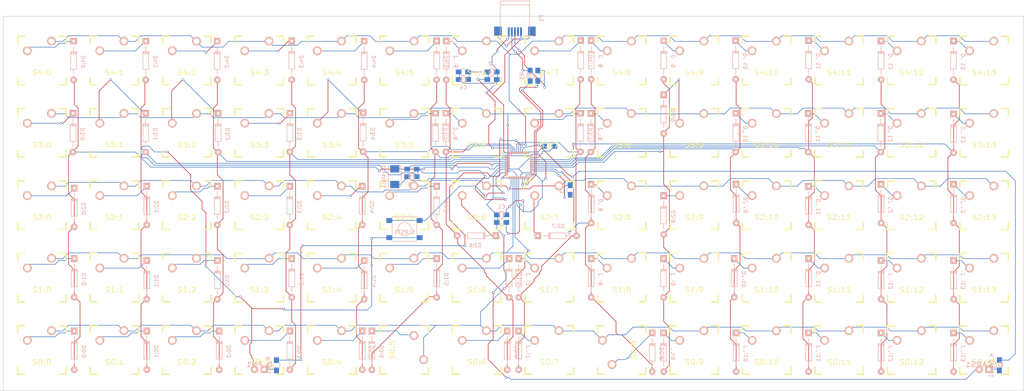
<source format=kicad_pcb>
(kicad_pcb (version 4) (host pcbnew 4.0.1-stable)
  (title_block (date 2016-02-01))
  (layers (0 F.Cu signal) (31 B.Cu signal) (34 B.Paste user) (35 F.Paste user) (36 B.SilkS user hide) (37 F.SilkS user hide) (38 B.Mask user) (39 F.Mask user) (44 Edge.Cuts user))
  (net 0 "")
  (net 1 "Net-(C1-Pad1)")
  (net 2 GND)
  (net 3 "Net-(C3-Pad1)")
  (net 4 /AREF)
  (net 5 "Net-(C7-Pad1)")
  (net 6 "Net-(C8-Pad1)")
  (net 7 "Net-(C9-Pad1)")
  (net 8 /COL0)
  (net 9 "Net-(D0:0-Pad1)")
  (net 10 /COL1)
  (net 11 "Net-(D0:1-Pad1)")
  (net 12 /COL2)
  (net 13 "Net-(D0:2-Pad1)")
  (net 14 /COL3)
  (net 15 "Net-(D0:3-Pad1)")
  (net 16 /COL4)
  (net 17 "Net-(D0:4-Pad1)")
  (net 18 /COL5)
  (net 19 "Net-(D0:5-Pad1)")
  (net 20 /COL6)
  (net 21 "Net-(D0:6-Pad1)")
  (net 22 /COL7)
  (net 23 "Net-(D0:7-Pad1)")
  (net 24 /COL8)
  (net 25 "Net-(D0:8-Pad1)")
  (net 26 /COL9)
  (net 27 "Net-(D0:9-Pad1)")
  (net 28 /COL10)
  (net 29 "Net-(D0:10-Pad1)")
  (net 30 /COL11)
  (net 31 "Net-(D0:11-Pad1)")
  (net 32 /COL12)
  (net 33 "Net-(D0:12-Pad1)")
  (net 34 /COL13)
  (net 35 "Net-(D0:13-Pad1)")
  (net 36 "Net-(D1:0-Pad1)")
  (net 37 "Net-(D1:1-Pad1)")
  (net 38 "Net-(D1:2-Pad1)")
  (net 39 "Net-(D1:3-Pad1)")
  (net 40 "Net-(D1:4-Pad1)")
  (net 41 "Net-(D1:5-Pad1)")
  (net 42 "Net-(D1:6-Pad1)")
  (net 43 "Net-(D1:7-Pad1)")
  (net 44 "Net-(D1:8-Pad1)")
  (net 45 "Net-(D1:9-Pad1)")
  (net 46 "Net-(D1:10-Pad1)")
  (net 47 "Net-(D1:11-Pad1)")
  (net 48 "Net-(D1:12-Pad1)")
  (net 49 "Net-(D1:13-Pad1)")
  (net 50 "Net-(D2:0-Pad1)")
  (net 51 "Net-(D2:1-Pad1)")
  (net 52 "Net-(D2:2-Pad1)")
  (net 53 "Net-(D2:3-Pad1)")
  (net 54 "Net-(D2:4-Pad1)")
  (net 55 "Net-(D2:5-Pad1)")
  (net 56 "Net-(D2:6-Pad1)")
  (net 57 "Net-(D2:7-Pad1)")
  (net 58 "Net-(D2:8-Pad1)")
  (net 59 "Net-(D2:9-Pad1)")
  (net 60 "Net-(D2:10-Pad1)")
  (net 61 "Net-(D2:11-Pad1)")
  (net 62 "Net-(D2:12-Pad1)")
  (net 63 "Net-(D2:13-Pad1)")
  (net 64 "Net-(D3:0-Pad1)")
  (net 65 "Net-(D3:1-Pad1)")
  (net 66 "Net-(D3:2-Pad1)")
  (net 67 "Net-(D3:3-Pad1)")
  (net 68 "Net-(D3:4-Pad1)")
  (net 69 "Net-(D3:5-Pad1)")
  (net 70 "Net-(D3:6-Pad1)")
  (net 71 "Net-(D3:7-Pad1)")
  (net 72 "Net-(D3:8-Pad1)")
  (net 73 "Net-(D3:9-Pad1)")
  (net 74 "Net-(D3:10-Pad1)")
  (net 75 "Net-(D3:11-Pad1)")
  (net 76 "Net-(D3:12-Pad1)")
  (net 77 "Net-(D3:13-Pad1)")
  (net 78 "Net-(D4:0-Pad1)")
  (net 79 "Net-(D4:1-Pad1)")
  (net 80 "Net-(D4:2-Pad1)")
  (net 81 "Net-(D4:3-Pad1)")
  (net 82 "Net-(D4:4-Pad1)")
  (net 83 "Net-(D4:5-Pad1)")
  (net 84 "Net-(D4:6-Pad1)")
  (net 85 "Net-(D4:7-Pad1)")
  (net 86 "Net-(D4:8-Pad1)")
  (net 87 "Net-(D4:9-Pad1)")
  (net 88 "Net-(D4:10-Pad1)")
  (net 89 "Net-(D4:11-Pad1)")
  (net 90 "Net-(D4:12-Pad1)")
  (net 91 "Net-(D4:13-Pad1)")
  (net 92 "Net-(D_CAPS1-Pad2)")
  (net 93 "Net-(D_FN1-Pad2)")
  (net 94 "Net-(P1-Pad2)")
  (net 95 "Net-(P1-Pad3)")
  (net 96 "Net-(P1-Pad4)")
  (net 97 "Net-(R3-Pad2)")
  (net 98 "Net-(R4-Pad2)")
  (net 99 "Net-(R5-Pad2)")
  (net 100 /LED_CAPS)
  (net 101 /LED_FN)
  (net 102 /ROW0)
  (net 103 /ROW1)
  (net 104 /ROW2)
  (net 105 /ROW3)
  (net 106 /ROW4)
  (net 107 "Net-(S_RST1-Pad2)")
  (net 108 /E6)
  (net 109 /B7)
  (net 110 /C6)
  (net 111 /C7)
  (module footprints:CHERRY_PCB_100H (layer F.Cu) (at 212 60)
    (fp_text reference S2:10 (at 0 3.175) (layer F.SilkS) (effects (font (size 1.27 1.524) (thickness 0.2032))))
    (fp_text value SWITCH_PUSH hide)
    (pad 1 thru_hole circle (at 2.54 -5.08) (size 2.286 2.286) (drill 1.4986) (layers *.Cu *.SilkS *.Mask) (net 104 /ROW2))
    (pad 2 thru_hole circle (at -3.81 -2.54) (size 2.286 2.286) (drill 1.4986) (layers *.Cu *.SilkS *.Mask) (net 60 "Net-(D2:10-Pad1)"))
    (pad HOLE np_thru_hole circle (at 0 0) (size 3.9878 3.9878) (drill 3.9878) (layers *.Cu))
    (pad HOLE np_thru_hole circle (at -5.08 0) (size 1.7018 1.7018) (drill 1.7018) (layers *.Cu))
    (pad HOLE np_thru_hole circle (at 5.08 0) (size 1.7018 1.7018) (drill 1.7018) (layers *.Cu))
  )
  (module Capacitors_SMD:C_0805_HandSoldering (layer B.Cu) (at 142.5 64.5 180)
    (fp_text reference C7 (at 0 2.1 180) (layer B.SilkS) (effects (justify mirror)))
    (fp_text value 1uF)
    (pad 1 smd rect (at -1.25 0 180) (size 1.5 1.25) (layers B.Cu B.Paste B.Mask) (net 5 "Net-(C7-Pad1)"))
    (pad 2 smd rect (at 1.25 0 180) (size 1.5 1.25) (layers B.Cu B.Paste B.Mask) (net 2 GND))
  )
  (module Capacitors_SMD:C_0805_HandSoldering (layer B.Cu) (at 140 25 180)
    (fp_text reference C2 (at 0 2.1 180) (layer B.SilkS) (effects (justify mirror)))
    (fp_text value 1uF)
    (pad 1 smd rect (at -1.25 0 180) (size 1.5 1.25) (layers B.Cu B.Paste B.Mask) (net 1 "Net-(C1-Pad1)"))
    (pad 2 smd rect (at 1.25 0 180) (size 1.5 1.25) (layers B.Cu B.Paste B.Mask) (net 2 GND))
  )
  (module Capacitors_SMD:C_0805_HandSoldering (layer B.Cu) (at 160.5 56 270)
    (fp_text reference C3 (at 0 2.1 270) (layer B.SilkS) (effects (justify mirror)))
    (fp_text value 0.1uF)
    (pad 1 smd rect (at -1.25 0 270) (size 1.5 1.25) (layers B.Cu B.Paste B.Mask) (net 3 "Net-(C3-Pad1)"))
    (pad 2 smd rect (at 1.25 0 270) (size 1.5 1.25) (layers B.Cu B.Paste B.Mask) (net 4 /AREF))
  )
  (module Capacitors_SMD:C_0805_HandSoldering (layer B.Cu) (at 142.5 62.5 180)
    (fp_text reference C1 (at 0 2.1 180) (layer B.SilkS) (effects (justify mirror)))
    (fp_text value 1uF)
    (pad 1 smd rect (at -1.25 0 180) (size 1.5 1.25) (layers B.Cu B.Paste B.Mask) (net 1 "Net-(C1-Pad1)"))
    (pad 2 smd rect (at 1.25 0 180) (size 1.5 1.25) (layers B.Cu B.Paste B.Mask) (net 2 GND))
  )
  (module Capacitors_SMD:C_0805_HandSoldering (layer B.Cu) (at 140 27 180)
    (fp_text reference C6 (at 0 2.1 180) (layer B.SilkS) (effects (justify mirror)))
    (fp_text value 0.1uF)
    (pad 1 smd rect (at -1.25 0 180) (size 1.5 1.25) (layers B.Cu B.Paste B.Mask) (net 1 "Net-(C1-Pad1)"))
    (pad 2 smd rect (at 1.25 0 180) (size 1.5 1.25) (layers B.Cu B.Paste B.Mask) (net 2 GND))
  )
  (module Capacitors_SMD:C_0805_HandSoldering (layer B.Cu) (at 119 52.5)
    (fp_text reference C8 (at 0 2.1) (layer B.SilkS) (effects (justify mirror)))
    (fp_text value 10pF)
    (pad 1 smd rect (at -1.25 0) (size 1.5 1.25) (layers B.Cu B.Paste B.Mask) (net 6 "Net-(C8-Pad1)"))
    (pad 2 smd rect (at 1.25 0) (size 1.5 1.25) (layers B.Cu B.Paste B.Mask) (net 2 GND))
  )
  (module Capacitors_SMD:C_0805_HandSoldering (layer B.Cu) (at 119 50.5)
    (fp_text reference C9 (at 0 2.1) (layer B.SilkS) (effects (justify mirror)))
    (fp_text value 10pF)
    (pad 1 smd rect (at -1.25 0) (size 1.5 1.25) (layers B.Cu B.Paste B.Mask) (net 7 "Net-(C9-Pad1)"))
    (pad 2 smd rect (at 1.25 0) (size 1.5 1.25) (layers B.Cu B.Paste B.Mask) (net 2 GND))
  )
  (module Resistors_SMD:R_0805_HandSoldering (layer B.Cu) (at 155 44.5 180)
    (fp_text reference R5 (at 0 2.1 180) (layer B.SilkS) (effects (justify mirror)))
    (fp_text value 1k)
    (pad 1 smd rect (at -1.35 0 180) (size 1.5 1.3) (layers B.Cu B.Paste B.Mask) (net 2 GND))
    (pad 2 smd rect (at 1.35 0 180) (size 1.5 1.3) (layers B.Cu B.Paste B.Mask) (net 99 "Net-(R5-Pad2)"))
  )
  (module Resistors_SMD:R_0805_HandSoldering (layer B.Cu) (at 83.5 102 270)
    (fp_text reference R_FN1 (at 0 2.1 270) (layer B.SilkS) (effects (justify mirror)))
    (fp_text value RESISTOR)
    (pad 1 smd rect (at -1.35 0 270) (size 1.5 1.3) (layers B.Cu B.Paste B.Mask) (net 101 /LED_FN))
    (pad 2 smd rect (at 1.35 0 270) (size 1.5 1.3) (layers B.Cu B.Paste B.Mask) (net 93 "Net-(D_FN1-Pad2)"))
  )
  (module Resistors_SMD:R_0805_HandSoldering (layer B.Cu) (at 273 102 270)
    (fp_text reference R_CAPS1 (at 0 2.1 270) (layer B.SilkS) (effects (justify mirror)))
    (fp_text value RESISTOR)
    (pad 1 smd rect (at -1.35 0 270) (size 1.5 1.3) (layers B.Cu B.Paste B.Mask) (net 100 /LED_CAPS))
    (pad 2 smd rect (at 1.35 0 270) (size 1.5 1.3) (layers B.Cu B.Paste B.Mask) (net 92 "Net-(D_CAPS1-Pad2)"))
  )
  (module Diodes_ThroughHole:Diode_DO-35_SOD27_Horizontal_RM10 (layer B.Cu) (at 166 74 270)
    (fp_text reference D1:8 (at 5.43052 -2.53746 270) (layer B.SilkS) (effects (justify mirror)))
    (fp_text value DIODE)
    (pad 2 thru_hole circle (at 10.16052 0.00254 90) (size 1.69926 1.69926) (drill 0.70104) (layers *.Cu *.Mask B.SilkS) (net 24 /COL8))
    (pad 1 thru_hole rect (at 0.00052 0.00254 90) (size 1.69926 1.69926) (drill 0.70104) (layers *.Cu *.Mask B.SilkS) (net 44 "Net-(D1:8-Pad1)"))
  )
  (module Diodes_ThroughHole:Diode_DO-35_SOD27_Horizontal_RM10 (layer B.Cu) (at 147 74 270)
    (fp_text reference D1:7 (at 5.43052 -2.53746 270) (layer B.SilkS) (effects (justify mirror)))
    (fp_text value DIODE)
    (pad 2 thru_hole circle (at 10.16052 0.00254 90) (size 1.69926 1.69926) (drill 0.70104) (layers *.Cu *.Mask B.SilkS) (net 22 /COL7))
    (pad 1 thru_hole rect (at 0.00052 0.00254 90) (size 1.69926 1.69926) (drill 0.70104) (layers *.Cu *.Mask B.SilkS) (net 43 "Net-(D1:7-Pad1)"))
  )
  (module Diodes_ThroughHole:Diode_DO-35_SOD27_Horizontal_RM10 (layer B.Cu) (at 144.5 74 270)
    (fp_text reference D1:6 (at 5.43052 -2.53746 270) (layer B.SilkS) (effects (justify mirror)))
    (fp_text value DIODE)
    (pad 2 thru_hole circle (at 10.16052 0.00254 90) (size 1.69926 1.69926) (drill 0.70104) (layers *.Cu *.Mask B.SilkS) (net 20 /COL6))
    (pad 1 thru_hole rect (at 0.00052 0.00254 90) (size 1.69926 1.69926) (drill 0.70104) (layers *.Cu *.Mask B.SilkS) (net 42 "Net-(D1:6-Pad1)"))
  )
  (module Diodes_ThroughHole:Diode_DO-35_SOD27_Horizontal_RM10 (layer B.Cu) (at 125.5 74 270)
    (fp_text reference D1:5 (at 5.43052 -2.53746 270) (layer B.SilkS) (effects (justify mirror)))
    (fp_text value DIODE)
    (pad 2 thru_hole circle (at 10.16052 0.00254 90) (size 1.69926 1.69926) (drill 0.70104) (layers *.Cu *.Mask B.SilkS) (net 18 /COL5))
    (pad 1 thru_hole rect (at 0.00052 0.00254 90) (size 1.69926 1.69926) (drill 0.70104) (layers *.Cu *.Mask B.SilkS) (net 41 "Net-(D1:5-Pad1)"))
  )
  (module Diodes_ThroughHole:Diode_DO-35_SOD27_Horizontal_RM10 (layer B.Cu) (at 106.5 74.5 270)
    (fp_text reference D1:4 (at 5.43052 -2.53746 270) (layer B.SilkS) (effects (justify mirror)))
    (fp_text value DIODE)
    (pad 2 thru_hole circle (at 10.16052 0.00254 90) (size 1.69926 1.69926) (drill 0.70104) (layers *.Cu *.Mask B.SilkS) (net 16 /COL4))
    (pad 1 thru_hole rect (at 0.00052 0.00254 90) (size 1.69926 1.69926) (drill 0.70104) (layers *.Cu *.Mask B.SilkS) (net 40 "Net-(D1:4-Pad1)"))
  )
  (module Diodes_ThroughHole:Diode_DO-35_SOD27_Horizontal_RM10 (layer B.Cu) (at 87.5 74 270)
    (fp_text reference D1:3 (at 5.43052 -2.53746 270) (layer B.SilkS) (effects (justify mirror)))
    (fp_text value DIODE)
    (pad 2 thru_hole circle (at 10.16052 0.00254 90) (size 1.69926 1.69926) (drill 0.70104) (layers *.Cu *.Mask B.SilkS) (net 14 /COL3))
    (pad 1 thru_hole rect (at 0.00052 0.00254 90) (size 1.69926 1.69926) (drill 0.70104) (layers *.Cu *.Mask B.SilkS) (net 39 "Net-(D1:3-Pad1)"))
  )
  (module Diodes_ThroughHole:Diode_DO-35_SOD27_Horizontal_RM10 (layer B.Cu) (at 68 74.5 270)
    (fp_text reference D1:2 (at 5.43052 -2.53746 270) (layer B.SilkS) (effects (justify mirror)))
    (fp_text value DIODE)
    (pad 2 thru_hole circle (at 10.16052 0.00254 90) (size 1.69926 1.69926) (drill 0.70104) (layers *.Cu *.Mask B.SilkS) (net 12 /COL2))
    (pad 1 thru_hole rect (at 0.00052 0.00254 90) (size 1.69926 1.69926) (drill 0.70104) (layers *.Cu *.Mask B.SilkS) (net 38 "Net-(D1:2-Pad1)"))
  )
  (module Diodes_ThroughHole:Diode_DO-35_SOD27_Horizontal_RM10 (layer B.Cu) (at 49.5 74.5 270)
    (fp_text reference D1:1 (at 5.43052 -2.53746 270) (layer B.SilkS) (effects (justify mirror)))
    (fp_text value DIODE)
    (pad 2 thru_hole circle (at 10.16052 0.00254 90) (size 1.69926 1.69926) (drill 0.70104) (layers *.Cu *.Mask B.SilkS) (net 10 /COL1))
    (pad 1 thru_hole rect (at 0.00052 0.00254 90) (size 1.69926 1.69926) (drill 0.70104) (layers *.Cu *.Mask B.SilkS) (net 37 "Net-(D1:1-Pad1)"))
  )
  (module Diodes_ThroughHole:Diode_DO-35_SOD27_Horizontal_RM10 (layer B.Cu) (at 30.5 74 270)
    (fp_text reference D1:0 (at 5.43052 -2.53746 270) (layer B.SilkS) (effects (justify mirror)))
    (fp_text value DIODE)
    (pad 2 thru_hole circle (at 10.16052 0.00254 90) (size 1.69926 1.69926) (drill 0.70104) (layers *.Cu *.Mask B.SilkS) (net 8 /COL0))
    (pad 1 thru_hole rect (at 0.00052 0.00254 90) (size 1.69926 1.69926) (drill 0.70104) (layers *.Cu *.Mask B.SilkS) (net 36 "Net-(D1:0-Pad1)"))
  )
  (module Diodes_ThroughHole:Diode_DO-35_SOD27_Horizontal_RM10 (layer B.Cu) (at 30.5 93 270)
    (fp_text reference D0:0 (at 5.43052 -2.53746 270) (layer B.SilkS) (effects (justify mirror)))
    (fp_text value DIODE)
    (pad 2 thru_hole circle (at 10.16052 0.00254 90) (size 1.69926 1.69926) (drill 0.70104) (layers *.Cu *.Mask B.SilkS) (net 8 /COL0))
    (pad 1 thru_hole rect (at 0.00052 0.00254 90) (size 1.69926 1.69926) (drill 0.70104) (layers *.Cu *.Mask B.SilkS) (net 9 "Net-(D0:0-Pad1)"))
  )
  (module Diodes_ThroughHole:Diode_DO-35_SOD27_Horizontal_RM10 (layer B.Cu) (at 49.5 93 270)
    (fp_text reference D0:1 (at 5.43052 -2.53746 270) (layer B.SilkS) (effects (justify mirror)))
    (fp_text value DIODE)
    (pad 2 thru_hole circle (at 10.16052 0.00254 90) (size 1.69926 1.69926) (drill 0.70104) (layers *.Cu *.Mask B.SilkS) (net 10 /COL1))
    (pad 1 thru_hole rect (at 0.00052 0.00254 90) (size 1.69926 1.69926) (drill 0.70104) (layers *.Cu *.Mask B.SilkS) (net 11 "Net-(D0:1-Pad1)"))
  )
  (module Diodes_ThroughHole:Diode_DO-35_SOD27_Horizontal_RM10 (layer B.Cu) (at 68.5 93 270)
    (fp_text reference D0:2 (at 5.43052 -2.53746 270) (layer B.SilkS) (effects (justify mirror)))
    (fp_text value DIODE)
    (pad 2 thru_hole circle (at 10.16052 0.00254 90) (size 1.69926 1.69926) (drill 0.70104) (layers *.Cu *.Mask B.SilkS) (net 12 /COL2))
    (pad 1 thru_hole rect (at 0.00052 0.00254 90) (size 1.69926 1.69926) (drill 0.70104) (layers *.Cu *.Mask B.SilkS) (net 13 "Net-(D0:2-Pad1)"))
  )
  (module Diodes_ThroughHole:Diode_DO-35_SOD27_Horizontal_RM10 (layer B.Cu) (at 87 93 270)
    (fp_text reference D0:3 (at 5.43052 -2.53746 270) (layer B.SilkS) (effects (justify mirror)))
    (fp_text value DIODE)
    (pad 2 thru_hole circle (at 10.16052 0.00254 90) (size 1.69926 1.69926) (drill 0.70104) (layers *.Cu *.Mask B.SilkS) (net 14 /COL3))
    (pad 1 thru_hole rect (at 0.00052 0.00254 90) (size 1.69926 1.69926) (drill 0.70104) (layers *.Cu *.Mask B.SilkS) (net 15 "Net-(D0:3-Pad1)"))
  )
  (module Diodes_ThroughHole:Diode_DO-35_SOD27_Horizontal_RM10 (layer B.Cu) (at 106 93 270)
    (fp_text reference D0:4 (at 5.43052 -2.53746 270) (layer B.SilkS) (effects (justify mirror)))
    (fp_text value DIODE)
    (pad 2 thru_hole circle (at 10.16052 0.00254 90) (size 1.69926 1.69926) (drill 0.70104) (layers *.Cu *.Mask B.SilkS) (net 16 /COL4))
    (pad 1 thru_hole rect (at 0.00052 0.00254 90) (size 1.69926 1.69926) (drill 0.70104) (layers *.Cu *.Mask B.SilkS) (net 17 "Net-(D0:4-Pad1)"))
  )
  (module Diodes_ThroughHole:Diode_DO-35_SOD27_Horizontal_RM10 (layer B.Cu) (at 108.5 93 270)
    (fp_text reference D0:5 (at 5.43052 -2.53746 270) (layer B.SilkS) (effects (justify mirror)))
    (fp_text value DIODE)
    (pad 2 thru_hole circle (at 10.16052 0.00254 90) (size 1.69926 1.69926) (drill 0.70104) (layers *.Cu *.Mask B.SilkS) (net 18 /COL5))
    (pad 1 thru_hole rect (at 0.00052 0.00254 90) (size 1.69926 1.69926) (drill 0.70104) (layers *.Cu *.Mask B.SilkS) (net 19 "Net-(D0:5-Pad1)"))
  )
  (module Diodes_ThroughHole:Diode_DO-35_SOD27_Horizontal_RM10 (layer B.Cu) (at 144 93 270)
    (fp_text reference D0:6 (at 5.43052 -2.53746 270) (layer B.SilkS) (effects (justify mirror)))
    (fp_text value DIODE)
    (pad 2 thru_hole circle (at 10.16052 0.00254 90) (size 1.69926 1.69926) (drill 0.70104) (layers *.Cu *.Mask B.SilkS) (net 20 /COL6))
    (pad 1 thru_hole rect (at 0.00052 0.00254 90) (size 1.69926 1.69926) (drill 0.70104) (layers *.Cu *.Mask B.SilkS) (net 21 "Net-(D0:6-Pad1)"))
  )
  (module Diodes_ThroughHole:Diode_DO-35_SOD27_Horizontal_RM10 (layer B.Cu) (at 147 93 270)
    (fp_text reference D0:7 (at 5.43052 -2.53746 270) (layer B.SilkS) (effects (justify mirror)))
    (fp_text value DIODE)
    (pad 2 thru_hole circle (at 10.16052 0.00254 90) (size 1.69926 1.69926) (drill 0.70104) (layers *.Cu *.Mask B.SilkS) (net 22 /COL7))
    (pad 1 thru_hole rect (at 0.00052 0.00254 90) (size 1.69926 1.69926) (drill 0.70104) (layers *.Cu *.Mask B.SilkS) (net 23 "Net-(D0:7-Pad1)"))
  )
  (module Diodes_ThroughHole:Diode_DO-35_SOD27_Horizontal_RM10 (layer B.Cu) (at 182 93.5 270)
    (fp_text reference D0:8 (at 5.43052 -2.53746 270) (layer B.SilkS) (effects (justify mirror)))
    (fp_text value DIODE)
    (pad 2 thru_hole circle (at 10.16052 0.00254 90) (size 1.69926 1.69926) (drill 0.70104) (layers *.Cu *.Mask B.SilkS) (net 24 /COL8))
    (pad 1 thru_hole rect (at 0.00052 0.00254 90) (size 1.69926 1.69926) (drill 0.70104) (layers *.Cu *.Mask B.SilkS) (net 25 "Net-(D0:8-Pad1)"))
  )
  (module Diodes_ThroughHole:Diode_DO-35_SOD27_Horizontal_RM10 (layer B.Cu) (at 185 93.5 270)
    (fp_text reference D0:9 (at 5.43052 -2.53746 270) (layer B.SilkS) (effects (justify mirror)))
    (fp_text value DIODE)
    (pad 2 thru_hole circle (at 10.16052 0.00254 90) (size 1.69926 1.69926) (drill 0.70104) (layers *.Cu *.Mask B.SilkS) (net 26 /COL9))
    (pad 1 thru_hole rect (at 0.00052 0.00254 90) (size 1.69926 1.69926) (drill 0.70104) (layers *.Cu *.Mask B.SilkS) (net 27 "Net-(D0:9-Pad1)"))
  )
  (module Diodes_ThroughHole:Diode_DO-35_SOD27_Horizontal_RM10 (layer B.Cu) (at 185 74 270)
    (fp_text reference D1:9 (at 5.43052 -2.53746 270) (layer B.SilkS) (effects (justify mirror)))
    (fp_text value DIODE)
    (pad 2 thru_hole circle (at 10.16052 0.00254 90) (size 1.69926 1.69926) (drill 0.70104) (layers *.Cu *.Mask B.SilkS) (net 26 /COL9))
    (pad 1 thru_hole rect (at 0.00052 0.00254 90) (size 1.69926 1.69926) (drill 0.70104) (layers *.Cu *.Mask B.SilkS) (net 45 "Net-(D1:9-Pad1)"))
  )
  (module Diodes_ThroughHole:Diode_DO-35_SOD27_Horizontal_RM10 (layer B.Cu) (at 223 74 270)
    (fp_text reference D1:11 (at 5.43052 -2.53746 270) (layer B.SilkS) (effects (justify mirror)))
    (fp_text value DIODE)
    (pad 2 thru_hole circle (at 10.16052 0.00254 90) (size 1.69926 1.69926) (drill 0.70104) (layers *.Cu *.Mask B.SilkS) (net 30 /COL11))
    (pad 1 thru_hole rect (at 0.00052 0.00254 90) (size 1.69926 1.69926) (drill 0.70104) (layers *.Cu *.Mask B.SilkS) (net 47 "Net-(D1:11-Pad1)"))
  )
  (module Diodes_ThroughHole:Diode_DO-35_SOD27_Horizontal_RM10 (layer B.Cu) (at 203.5 74 270)
    (fp_text reference D1:10 (at 5.43052 -2.53746 270) (layer B.SilkS) (effects (justify mirror)))
    (fp_text value DIODE)
    (pad 2 thru_hole circle (at 10.16052 0.00254 90) (size 1.69926 1.69926) (drill 0.70104) (layers *.Cu *.Mask B.SilkS) (net 28 /COL10))
    (pad 1 thru_hole rect (at 0.00052 0.00254 90) (size 1.69926 1.69926) (drill 0.70104) (layers *.Cu *.Mask B.SilkS) (net 46 "Net-(D1:10-Pad1)"))
  )
  (module Diodes_ThroughHole:Diode_DO-35_SOD27_Horizontal_RM10 (layer B.Cu) (at 204 93.5 270)
    (fp_text reference D0:10 (at 5.43052 -2.53746 270) (layer B.SilkS) (effects (justify mirror)))
    (fp_text value DIODE)
    (pad 2 thru_hole circle (at 10.16052 0.00254 90) (size 1.69926 1.69926) (drill 0.70104) (layers *.Cu *.Mask B.SilkS) (net 28 /COL10))
    (pad 1 thru_hole rect (at 0.00052 0.00254 90) (size 1.69926 1.69926) (drill 0.70104) (layers *.Cu *.Mask B.SilkS) (net 29 "Net-(D0:10-Pad1)"))
  )
  (module Diodes_ThroughHole:Diode_DO-35_SOD27_Horizontal_RM10 (layer B.Cu) (at 223 93.5 270)
    (fp_text reference D0:11 (at 5.43052 -2.53746 270) (layer B.SilkS) (effects (justify mirror)))
    (fp_text value DIODE)
    (pad 2 thru_hole circle (at 10.16052 0.00254 90) (size 1.69926 1.69926) (drill 0.70104) (layers *.Cu *.Mask B.SilkS) (net 30 /COL11))
    (pad 1 thru_hole rect (at 0.00052 0.00254 90) (size 1.69926 1.69926) (drill 0.70104) (layers *.Cu *.Mask B.SilkS) (net 31 "Net-(D0:11-Pad1)"))
  )
  (module Diodes_ThroughHole:Diode_DO-35_SOD27_Horizontal_RM10 (layer B.Cu) (at 261 93.5 270)
    (fp_text reference D0:13 (at 5.43052 -2.53746 270) (layer B.SilkS) (effects (justify mirror)))
    (fp_text value DIODE)
    (pad 2 thru_hole circle (at 10.16052 0.00254 90) (size 1.69926 1.69926) (drill 0.70104) (layers *.Cu *.Mask B.SilkS) (net 34 /COL13))
    (pad 1 thru_hole rect (at 0.00052 0.00254 90) (size 1.69926 1.69926) (drill 0.70104) (layers *.Cu *.Mask B.SilkS) (net 35 "Net-(D0:13-Pad1)"))
  )
  (module Diodes_ThroughHole:Diode_DO-35_SOD27_Horizontal_RM10 (layer B.Cu) (at 242 93.5 270)
    (fp_text reference D0:12 (at 5.43052 -2.53746 270) (layer B.SilkS) (effects (justify mirror)))
    (fp_text value DIODE)
    (pad 2 thru_hole circle (at 10.16052 0.00254 90) (size 1.69926 1.69926) (drill 0.70104) (layers *.Cu *.Mask B.SilkS) (net 32 /COL12))
    (pad 1 thru_hole rect (at 0.00052 0.00254 90) (size 1.69926 1.69926) (drill 0.70104) (layers *.Cu *.Mask B.SilkS) (net 33 "Net-(D0:12-Pad1)"))
  )
  (module Diodes_ThroughHole:Diode_DO-35_SOD27_Horizontal_RM10 (layer B.Cu) (at 242 74.5 270)
    (fp_text reference D1:12 (at 5.43052 -2.53746 270) (layer B.SilkS) (effects (justify mirror)))
    (fp_text value DIODE)
    (pad 2 thru_hole circle (at 10.16052 0.00254 90) (size 1.69926 1.69926) (drill 0.70104) (layers *.Cu *.Mask B.SilkS) (net 32 /COL12))
    (pad 1 thru_hole rect (at 0.00052 0.00254 90) (size 1.69926 1.69926) (drill 0.70104) (layers *.Cu *.Mask B.SilkS) (net 48 "Net-(D1:12-Pad1)"))
  )
  (module Diodes_ThroughHole:Diode_DO-35_SOD27_Horizontal_RM10 (layer B.Cu) (at 261 74.5 270)
    (fp_text reference D1:13 (at 5.43052 -2.53746 270) (layer B.SilkS) (effects (justify mirror)))
    (fp_text value DIODE)
    (pad 2 thru_hole circle (at 10.16052 0.00254 90) (size 1.69926 1.69926) (drill 0.70104) (layers *.Cu *.Mask B.SilkS) (net 34 /COL13))
    (pad 1 thru_hole rect (at 0.00052 0.00254 90) (size 1.69926 1.69926) (drill 0.70104) (layers *.Cu *.Mask B.SilkS) (net 49 "Net-(D1:13-Pad1)"))
  )
  (module Diodes_ThroughHole:Diode_DO-35_SOD27_Horizontal_RM10 (layer B.Cu) (at 261 54.5 270)
    (fp_text reference D2:13 (at 5.43052 -2.53746 270) (layer B.SilkS) (effects (justify mirror)))
    (fp_text value DIODE)
    (pad 2 thru_hole circle (at 10.16052 0.00254 90) (size 1.69926 1.69926) (drill 0.70104) (layers *.Cu *.Mask B.SilkS) (net 34 /COL13))
    (pad 1 thru_hole rect (at 0.00052 0.00254 90) (size 1.69926 1.69926) (drill 0.70104) (layers *.Cu *.Mask B.SilkS) (net 63 "Net-(D2:13-Pad1)"))
  )
  (module Diodes_ThroughHole:Diode_DO-35_SOD27_Horizontal_RM10 (layer B.Cu) (at 242 54.5 270)
    (fp_text reference D2:12 (at 5.43052 -2.53746 270) (layer B.SilkS) (effects (justify mirror)))
    (fp_text value DIODE)
    (pad 2 thru_hole circle (at 10.16052 0.00254 90) (size 1.69926 1.69926) (drill 0.70104) (layers *.Cu *.Mask B.SilkS) (net 32 /COL12))
    (pad 1 thru_hole rect (at 0.00052 0.00254 90) (size 1.69926 1.69926) (drill 0.70104) (layers *.Cu *.Mask B.SilkS) (net 62 "Net-(D2:12-Pad1)"))
  )
  (module Diodes_ThroughHole:Diode_DO-35_SOD27_Horizontal_RM10 (layer B.Cu) (at 223 55 270)
    (fp_text reference D2:11 (at 5.43052 -2.53746 270) (layer B.SilkS) (effects (justify mirror)))
    (fp_text value DIODE)
    (pad 2 thru_hole circle (at 10.16052 0.00254 90) (size 1.69926 1.69926) (drill 0.70104) (layers *.Cu *.Mask B.SilkS) (net 30 /COL11))
    (pad 1 thru_hole rect (at 0.00052 0.00254 90) (size 1.69926 1.69926) (drill 0.70104) (layers *.Cu *.Mask B.SilkS) (net 61 "Net-(D2:11-Pad1)"))
  )
  (module Diodes_ThroughHole:Diode_DO-35_SOD27_Horizontal_RM10 (layer B.Cu) (at 204 54.5 270)
    (fp_text reference D2:10 (at 5.43052 -2.53746 270) (layer B.SilkS) (effects (justify mirror)))
    (fp_text value DIODE)
    (pad 2 thru_hole circle (at 10.16052 0.00254 90) (size 1.69926 1.69926) (drill 0.70104) (layers *.Cu *.Mask B.SilkS) (net 28 /COL10))
    (pad 1 thru_hole rect (at 0.00052 0.00254 90) (size 1.69926 1.69926) (drill 0.70104) (layers *.Cu *.Mask B.SilkS) (net 60 "Net-(D2:10-Pad1)"))
  )
  (module Diodes_ThroughHole:Diode_DO-35_SOD27_Horizontal_RM10 (layer B.Cu) (at 185 57.5 270)
    (fp_text reference D2:9 (at 5.43052 -2.53746 270) (layer B.SilkS) (effects (justify mirror)))
    (fp_text value DIODE)
    (pad 2 thru_hole circle (at 10.16052 0.00254 90) (size 1.69926 1.69926) (drill 0.70104) (layers *.Cu *.Mask B.SilkS) (net 26 /COL9))
    (pad 1 thru_hole rect (at 0.00052 0.00254 90) (size 1.69926 1.69926) (drill 0.70104) (layers *.Cu *.Mask B.SilkS) (net 59 "Net-(D2:9-Pad1)"))
  )
  (module Diodes_ThroughHole:Diode_DO-35_SOD27_Horizontal_RM10 (layer B.Cu) (at 166 54.5 270)
    (fp_text reference D2:8 (at 5.43052 -2.53746 270) (layer B.SilkS) (effects (justify mirror)))
    (fp_text value DIODE)
    (pad 2 thru_hole circle (at 10.16052 0.00254 90) (size 1.69926 1.69926) (drill 0.70104) (layers *.Cu *.Mask B.SilkS) (net 24 /COL8))
    (pad 1 thru_hole rect (at 0.00052 0.00254 90) (size 1.69926 1.69926) (drill 0.70104) (layers *.Cu *.Mask B.SilkS) (net 58 "Net-(D2:8-Pad1)"))
  )
  (module Diodes_ThroughHole:Diode_DO-35_SOD27_Horizontal_RM10 (layer B.Cu) (at 152 68)
    (fp_text reference D2:7 (at 5.43052 -2.53746) (layer B.SilkS) (effects (justify mirror)))
    (fp_text value DIODE)
    (pad 2 thru_hole circle (at 10.16052 0.00254 180) (size 1.69926 1.69926) (drill 0.70104) (layers *.Cu *.Mask B.SilkS) (net 22 /COL7))
    (pad 1 thru_hole rect (at 0.00052 0.00254 180) (size 1.69926 1.69926) (drill 0.70104) (layers *.Cu *.Mask B.SilkS) (net 57 "Net-(D2:7-Pad1)"))
  )
  (module Diodes_ThroughHole:Diode_DO-35_SOD27_Horizontal_RM10 (layer B.Cu) (at 141 68 180)
    (fp_text reference D2:6 (at 5.43052 -2.53746 180) (layer B.SilkS) (effects (justify mirror)))
    (fp_text value DIODE)
    (pad 2 thru_hole circle (at 10.16052 0.00254) (size 1.69926 1.69926) (drill 0.70104) (layers *.Cu *.Mask B.SilkS) (net 20 /COL6))
    (pad 1 thru_hole rect (at 0.00052 0.00254) (size 1.69926 1.69926) (drill 0.70104) (layers *.Cu *.Mask B.SilkS) (net 56 "Net-(D2:6-Pad1)"))
  )
  (module Diodes_ThroughHole:Diode_DO-35_SOD27_Horizontal_RM10 (layer B.Cu) (at 125.5 55 270)
    (fp_text reference D2:5 (at 5.43052 -2.53746 270) (layer B.SilkS) (effects (justify mirror)))
    (fp_text value DIODE)
    (pad 2 thru_hole circle (at 10.16052 0.00254 90) (size 1.69926 1.69926) (drill 0.70104) (layers *.Cu *.Mask B.SilkS) (net 18 /COL5))
    (pad 1 thru_hole rect (at 0.00052 0.00254 90) (size 1.69926 1.69926) (drill 0.70104) (layers *.Cu *.Mask B.SilkS) (net 55 "Net-(D2:5-Pad1)"))
  )
  (module Diodes_ThroughHole:Diode_DO-35_SOD27_Horizontal_RM10 (layer B.Cu) (at 106 55 270)
    (fp_text reference D2:4 (at 5.43052 -2.53746 270) (layer B.SilkS) (effects (justify mirror)))
    (fp_text value DIODE)
    (pad 2 thru_hole circle (at 10.16052 0.00254 90) (size 1.69926 1.69926) (drill 0.70104) (layers *.Cu *.Mask B.SilkS) (net 16 /COL4))
    (pad 1 thru_hole rect (at 0.00052 0.00254 90) (size 1.69926 1.69926) (drill 0.70104) (layers *.Cu *.Mask B.SilkS) (net 54 "Net-(D2:4-Pad1)"))
  )
  (module Diodes_ThroughHole:Diode_DO-35_SOD27_Horizontal_RM10 (layer B.Cu) (at 87 55 270)
    (fp_text reference D2:3 (at 5.43052 -2.53746 270) (layer B.SilkS) (effects (justify mirror)))
    (fp_text value DIODE)
    (pad 2 thru_hole circle (at 10.16052 0.00254 90) (size 1.69926 1.69926) (drill 0.70104) (layers *.Cu *.Mask B.SilkS) (net 14 /COL3))
    (pad 1 thru_hole rect (at 0.00052 0.00254 90) (size 1.69926 1.69926) (drill 0.70104) (layers *.Cu *.Mask B.SilkS) (net 53 "Net-(D2:3-Pad1)"))
  )
  (module Diodes_ThroughHole:Diode_DO-35_SOD27_Horizontal_RM10 (layer B.Cu) (at 68 55 270)
    (fp_text reference D2:2 (at 5.43052 -2.53746 270) (layer B.SilkS) (effects (justify mirror)))
    (fp_text value DIODE)
    (pad 2 thru_hole circle (at 10.16052 0.00254 90) (size 1.69926 1.69926) (drill 0.70104) (layers *.Cu *.Mask B.SilkS) (net 12 /COL2))
    (pad 1 thru_hole rect (at 0.00052 0.00254 90) (size 1.69926 1.69926) (drill 0.70104) (layers *.Cu *.Mask B.SilkS) (net 52 "Net-(D2:2-Pad1)"))
  )
  (module Diodes_ThroughHole:Diode_DO-35_SOD27_Horizontal_RM10 (layer B.Cu) (at 49.5 55 270)
    (fp_text reference D2:1 (at 5.43052 -2.53746 270) (layer B.SilkS) (effects (justify mirror)))
    (fp_text value DIODE)
    (pad 2 thru_hole circle (at 10.16052 0.00254 90) (size 1.69926 1.69926) (drill 0.70104) (layers *.Cu *.Mask B.SilkS) (net 10 /COL1))
    (pad 1 thru_hole rect (at 0.00052 0.00254 90) (size 1.69926 1.69926) (drill 0.70104) (layers *.Cu *.Mask B.SilkS) (net 51 "Net-(D2:1-Pad1)"))
  )
  (module Diodes_ThroughHole:Diode_DO-35_SOD27_Horizontal_RM10 (layer B.Cu) (at 30.5 55.5 270)
    (fp_text reference D2:0 (at 5.43052 -2.53746 270) (layer B.SilkS) (effects (justify mirror)))
    (fp_text value DIODE)
    (pad 2 thru_hole circle (at 10.16052 0.00254 90) (size 1.69926 1.69926) (drill 0.70104) (layers *.Cu *.Mask B.SilkS) (net 8 /COL0))
    (pad 1 thru_hole rect (at 0.00052 0.00254 90) (size 1.69926 1.69926) (drill 0.70104) (layers *.Cu *.Mask B.SilkS) (net 50 "Net-(D2:0-Pad1)"))
  )
  (module Diodes_ThroughHole:Diode_DO-35_SOD27_Horizontal_RM10 (layer B.Cu) (at 30.175 35.875 270)
    (fp_text reference D3:0 (at 5.43052 -2.53746 270) (layer B.SilkS) (effects (justify mirror)))
    (fp_text value DIODE)
    (pad 2 thru_hole circle (at 10.16052 0.00254 90) (size 1.69926 1.69926) (drill 0.70104) (layers *.Cu *.Mask B.SilkS) (net 8 /COL0))
    (pad 1 thru_hole rect (at 0.00052 0.00254 90) (size 1.69926 1.69926) (drill 0.70104) (layers *.Cu *.Mask B.SilkS) (net 64 "Net-(D3:0-Pad1)"))
  )
  (module Diodes_ThroughHole:Diode_DO-35_SOD27_Horizontal_RM10 (layer B.Cu) (at 49.225 35.875 270)
    (fp_text reference D3:1 (at 5.43052 -2.53746 270) (layer B.SilkS) (effects (justify mirror)))
    (fp_text value DIODE)
    (pad 2 thru_hole circle (at 10.16052 0.00254 90) (size 1.69926 1.69926) (drill 0.70104) (layers *.Cu *.Mask B.SilkS) (net 10 /COL1))
    (pad 1 thru_hole rect (at 0.00052 0.00254 90) (size 1.69926 1.69926) (drill 0.70104) (layers *.Cu *.Mask B.SilkS) (net 65 "Net-(D3:1-Pad1)"))
  )
  (module Diodes_ThroughHole:Diode_DO-35_SOD27_Horizontal_RM10 (layer B.Cu) (at 68.225 35.875 270)
    (fp_text reference D3:2 (at 5.43052 -2.53746 270) (layer B.SilkS) (effects (justify mirror)))
    (fp_text value DIODE)
    (pad 2 thru_hole circle (at 10.16052 0.00254 90) (size 1.69926 1.69926) (drill 0.70104) (layers *.Cu *.Mask B.SilkS) (net 12 /COL2))
    (pad 1 thru_hole rect (at 0.00052 0.00254 90) (size 1.69926 1.69926) (drill 0.70104) (layers *.Cu *.Mask B.SilkS) (net 66 "Net-(D3:2-Pad1)"))
  )
  (module Diodes_ThroughHole:Diode_DO-35_SOD27_Horizontal_RM10 (layer B.Cu) (at 87 35.825 270)
    (fp_text reference D3:3 (at 5.43052 -2.53746 270) (layer B.SilkS) (effects (justify mirror)))
    (fp_text value DIODE)
    (pad 2 thru_hole circle (at 10.16052 0.00254 90) (size 1.69926 1.69926) (drill 0.70104) (layers *.Cu *.Mask B.SilkS) (net 14 /COL3))
    (pad 1 thru_hole rect (at 0.00052 0.00254 90) (size 1.69926 1.69926) (drill 0.70104) (layers *.Cu *.Mask B.SilkS) (net 67 "Net-(D3:3-Pad1)"))
  )
  (module Diodes_ThroughHole:Diode_DO-35_SOD27_Horizontal_RM10 (layer B.Cu) (at 106.225 35.775 270)
    (fp_text reference D3:4 (at 5.43052 -2.53746 270) (layer B.SilkS) (effects (justify mirror)))
    (fp_text value DIODE)
    (pad 2 thru_hole circle (at 10.16052 0.00254 90) (size 1.69926 1.69926) (drill 0.70104) (layers *.Cu *.Mask B.SilkS) (net 16 /COL4))
    (pad 1 thru_hole rect (at 0.00052 0.00254 90) (size 1.69926 1.69926) (drill 0.70104) (layers *.Cu *.Mask B.SilkS) (net 68 "Net-(D3:4-Pad1)"))
  )
  (module Diodes_ThroughHole:Diode_DO-35_SOD27_Horizontal_RM10 (layer B.Cu) (at 125.175 35.825 270)
    (fp_text reference D3:5 (at 5.43052 -2.53746 270) (layer B.SilkS) (effects (justify mirror)))
    (fp_text value DIODE)
    (pad 2 thru_hole circle (at 10.16052 0.00254 90) (size 1.69926 1.69926) (drill 0.70104) (layers *.Cu *.Mask B.SilkS) (net 18 /COL5))
    (pad 1 thru_hole rect (at 0.00052 0.00254 90) (size 1.69926 1.69926) (drill 0.70104) (layers *.Cu *.Mask B.SilkS) (net 69 "Net-(D3:5-Pad1)"))
  )
  (module Diodes_ThroughHole:Diode_DO-35_SOD27_Horizontal_RM10 (layer B.Cu) (at 127.9 35.825 270)
    (fp_text reference D3:6 (at 5.43052 -2.53746 270) (layer B.SilkS) (effects (justify mirror)))
    (fp_text value DIODE)
    (pad 2 thru_hole circle (at 10.16052 0.00254 90) (size 1.69926 1.69926) (drill 0.70104) (layers *.Cu *.Mask B.SilkS) (net 20 /COL6))
    (pad 1 thru_hole rect (at 0.00052 0.00254 90) (size 1.69926 1.69926) (drill 0.70104) (layers *.Cu *.Mask B.SilkS) (net 70 "Net-(D3:6-Pad1)"))
  )
  (module Diodes_ThroughHole:Diode_DO-35_SOD27_Horizontal_RM10 (layer B.Cu) (at 163.225 35.825 270)
    (fp_text reference D3:7 (at 5.43052 -2.53746 270) (layer B.SilkS) (effects (justify mirror)))
    (fp_text value DIODE)
    (pad 2 thru_hole circle (at 10.16052 0.00254 90) (size 1.69926 1.69926) (drill 0.70104) (layers *.Cu *.Mask B.SilkS) (net 22 /COL7))
    (pad 1 thru_hole rect (at 0.00052 0.00254 90) (size 1.69926 1.69926) (drill 0.70104) (layers *.Cu *.Mask B.SilkS) (net 71 "Net-(D3:7-Pad1)"))
  )
  (module Diodes_ThroughHole:Diode_DO-35_SOD27_Horizontal_RM10 (layer B.Cu) (at 165.9 35.875 270)
    (fp_text reference D3:8 (at 5.43052 -2.53746 270) (layer B.SilkS) (effects (justify mirror)))
    (fp_text value DIODE)
    (pad 2 thru_hole circle (at 10.16052 0.00254 90) (size 1.69926 1.69926) (drill 0.70104) (layers *.Cu *.Mask B.SilkS) (net 24 /COL8))
    (pad 1 thru_hole rect (at 0.00052 0.00254 90) (size 1.69926 1.69926) (drill 0.70104) (layers *.Cu *.Mask B.SilkS) (net 72 "Net-(D3:8-Pad1)"))
  )
  (module Diodes_ThroughHole:Diode_DO-35_SOD27_Horizontal_RM10 (layer B.Cu) (at 185 31 270)
    (fp_text reference D3:9 (at 5.43052 -2.53746 270) (layer B.SilkS) (effects (justify mirror)))
    (fp_text value DIODE)
    (pad 2 thru_hole circle (at 10.16052 0.00254 90) (size 1.69926 1.69926) (drill 0.70104) (layers *.Cu *.Mask B.SilkS) (net 26 /COL9))
    (pad 1 thru_hole rect (at 0.00052 0.00254 90) (size 1.69926 1.69926) (drill 0.70104) (layers *.Cu *.Mask B.SilkS) (net 73 "Net-(D3:9-Pad1)"))
  )
  (module Diodes_ThroughHole:Diode_DO-35_SOD27_Horizontal_RM10 (layer B.Cu) (at 203.9 35.825 270)
    (fp_text reference D3:10 (at 5.43052 -2.53746 270) (layer B.SilkS) (effects (justify mirror)))
    (fp_text value DIODE)
    (pad 2 thru_hole circle (at 10.16052 0.00254 90) (size 1.69926 1.69926) (drill 0.70104) (layers *.Cu *.Mask B.SilkS) (net 28 /COL10))
    (pad 1 thru_hole rect (at 0.00052 0.00254 90) (size 1.69926 1.69926) (drill 0.70104) (layers *.Cu *.Mask B.SilkS) (net 74 "Net-(D3:10-Pad1)"))
  )
  (module Diodes_ThroughHole:Diode_DO-35_SOD27_Horizontal_RM10 (layer B.Cu) (at 222.9 35.875 270)
    (fp_text reference D3:11 (at 5.43052 -2.53746 270) (layer B.SilkS) (effects (justify mirror)))
    (fp_text value DIODE)
    (pad 2 thru_hole circle (at 10.16052 0.00254 90) (size 1.69926 1.69926) (drill 0.70104) (layers *.Cu *.Mask B.SilkS) (net 30 /COL11))
    (pad 1 thru_hole rect (at 0.00052 0.00254 90) (size 1.69926 1.69926) (drill 0.70104) (layers *.Cu *.Mask B.SilkS) (net 75 "Net-(D3:11-Pad1)"))
  )
  (module Diodes_ThroughHole:Diode_DO-35_SOD27_Horizontal_RM10 (layer B.Cu) (at 241.9 35.875 270)
    (fp_text reference D3:12 (at 5.43052 -2.53746 270) (layer B.SilkS) (effects (justify mirror)))
    (fp_text value DIODE)
    (pad 2 thru_hole circle (at 10.16052 0.00254 90) (size 1.69926 1.69926) (drill 0.70104) (layers *.Cu *.Mask B.SilkS) (net 32 /COL12))
    (pad 1 thru_hole rect (at 0.00052 0.00254 90) (size 1.69926 1.69926) (drill 0.70104) (layers *.Cu *.Mask B.SilkS) (net 76 "Net-(D3:12-Pad1)"))
  )
  (module Diodes_ThroughHole:Diode_DO-35_SOD27_Horizontal_RM10 (layer B.Cu) (at 261 36.05 270)
    (fp_text reference D3:13 (at 5.43052 -2.53746 270) (layer B.SilkS) (effects (justify mirror)))
    (fp_text value DIODE)
    (pad 2 thru_hole circle (at 10.16052 0.00254 90) (size 1.69926 1.69926) (drill 0.70104) (layers *.Cu *.Mask B.SilkS) (net 34 /COL13))
    (pad 1 thru_hole rect (at 0.00052 0.00254 90) (size 1.69926 1.69926) (drill 0.70104) (layers *.Cu *.Mask B.SilkS) (net 77 "Net-(D3:13-Pad1)"))
  )
  (module Diodes_ThroughHole:Diode_DO-35_SOD27_Horizontal_RM10 (layer B.Cu) (at 260.975 16.85 270)
    (fp_text reference D4:13 (at 5.43052 -2.53746 270) (layer B.SilkS) (effects (justify mirror)))
    (fp_text value DIODE)
    (pad 2 thru_hole circle (at 10.16052 0.00254 90) (size 1.69926 1.69926) (drill 0.70104) (layers *.Cu *.Mask B.SilkS) (net 34 /COL13))
    (pad 1 thru_hole rect (at 0.00052 0.00254 90) (size 1.69926 1.69926) (drill 0.70104) (layers *.Cu *.Mask B.SilkS) (net 91 "Net-(D4:13-Pad1)"))
  )
  (module Diodes_ThroughHole:Diode_DO-35_SOD27_Horizontal_RM10 (layer B.Cu) (at 242 16.85 270)
    (fp_text reference D4:12 (at 5.43052 -2.53746 270) (layer B.SilkS) (effects (justify mirror)))
    (fp_text value DIODE)
    (pad 2 thru_hole circle (at 10.16052 0.00254 90) (size 1.69926 1.69926) (drill 0.70104) (layers *.Cu *.Mask B.SilkS) (net 32 /COL12))
    (pad 1 thru_hole rect (at 0.00052 0.00254 90) (size 1.69926 1.69926) (drill 0.70104) (layers *.Cu *.Mask B.SilkS) (net 90 "Net-(D4:12-Pad1)"))
  )
  (module Diodes_ThroughHole:Diode_DO-35_SOD27_Horizontal_RM10 (layer B.Cu) (at 223 16.775 270)
    (fp_text reference D4:11 (at 5.43052 -2.53746 270) (layer B.SilkS) (effects (justify mirror)))
    (fp_text value DIODE)
    (pad 2 thru_hole circle (at 10.16052 0.00254 90) (size 1.69926 1.69926) (drill 0.70104) (layers *.Cu *.Mask B.SilkS) (net 30 /COL11))
    (pad 1 thru_hole rect (at 0.00052 0.00254 90) (size 1.69926 1.69926) (drill 0.70104) (layers *.Cu *.Mask B.SilkS) (net 89 "Net-(D4:11-Pad1)"))
  )
  (module Diodes_ThroughHole:Diode_DO-35_SOD27_Horizontal_RM10 (layer B.Cu) (at 203.875 16.775 270)
    (fp_text reference D4:10 (at 5.43052 -2.53746 270) (layer B.SilkS) (effects (justify mirror)))
    (fp_text value DIODE)
    (pad 2 thru_hole circle (at 10.16052 0.00254 90) (size 1.69926 1.69926) (drill 0.70104) (layers *.Cu *.Mask B.SilkS) (net 28 /COL10))
    (pad 1 thru_hole rect (at 0.00052 0.00254 90) (size 1.69926 1.69926) (drill 0.70104) (layers *.Cu *.Mask B.SilkS) (net 88 "Net-(D4:10-Pad1)"))
  )
  (module Diodes_ThroughHole:Diode_DO-35_SOD27_Horizontal_RM10 (layer B.Cu) (at 185.025 16.8 270)
    (fp_text reference D4:9 (at 5.43052 -2.53746 270) (layer B.SilkS) (effects (justify mirror)))
    (fp_text value DIODE)
    (pad 2 thru_hole circle (at 10.16052 0.00254 90) (size 1.69926 1.69926) (drill 0.70104) (layers *.Cu *.Mask B.SilkS) (net 26 /COL9))
    (pad 1 thru_hole rect (at 0.00052 0.00254 90) (size 1.69926 1.69926) (drill 0.70104) (layers *.Cu *.Mask B.SilkS) (net 87 "Net-(D4:9-Pad1)"))
  )
  (module Diodes_ThroughHole:Diode_DO-35_SOD27_Horizontal_RM10 (layer B.Cu) (at 166 16.775 270)
    (fp_text reference D4:8 (at 5.43052 -2.53746 270) (layer B.SilkS) (effects (justify mirror)))
    (fp_text value DIODE)
    (pad 2 thru_hole circle (at 10.16052 0.00254 90) (size 1.69926 1.69926) (drill 0.70104) (layers *.Cu *.Mask B.SilkS) (net 24 /COL8))
    (pad 1 thru_hole rect (at 0.00052 0.00254 90) (size 1.69926 1.69926) (drill 0.70104) (layers *.Cu *.Mask B.SilkS) (net 86 "Net-(D4:8-Pad1)"))
  )
  (module Diodes_ThroughHole:Diode_DO-35_SOD27_Horizontal_RM10 (layer B.Cu) (at 163.25 16.775 270)
    (fp_text reference D4:7 (at 5.43052 -2.53746 270) (layer B.SilkS) (effects (justify mirror)))
    (fp_text value DIODE)
    (pad 2 thru_hole circle (at 10.16052 0.00254 90) (size 1.69926 1.69926) (drill 0.70104) (layers *.Cu *.Mask B.SilkS) (net 22 /COL7))
    (pad 1 thru_hole rect (at 0.00052 0.00254 90) (size 1.69926 1.69926) (drill 0.70104) (layers *.Cu *.Mask B.SilkS) (net 85 "Net-(D4:7-Pad1)"))
  )
  (module Diodes_ThroughHole:Diode_DO-35_SOD27_Horizontal_RM10 (layer B.Cu) (at 128.025 16.9 270)
    (fp_text reference D4:6 (at 5.43052 -2.53746 270) (layer B.SilkS) (effects (justify mirror)))
    (fp_text value DIODE)
    (pad 2 thru_hole circle (at 10.16052 0.00254 90) (size 1.69926 1.69926) (drill 0.70104) (layers *.Cu *.Mask B.SilkS) (net 20 /COL6))
    (pad 1 thru_hole rect (at 0.00052 0.00254 90) (size 1.69926 1.69926) (drill 0.70104) (layers *.Cu *.Mask B.SilkS) (net 84 "Net-(D4:6-Pad1)"))
  )
  (module Diodes_ThroughHole:Diode_DO-35_SOD27_Horizontal_RM10 (layer B.Cu) (at 125.475 16.875 270)
    (fp_text reference D4:5 (at 5.43052 -2.53746 270) (layer B.SilkS) (effects (justify mirror)))
    (fp_text value DIODE)
    (pad 2 thru_hole circle (at 10.16052 0.00254 90) (size 1.69926 1.69926) (drill 0.70104) (layers *.Cu *.Mask B.SilkS) (net 18 /COL5))
    (pad 1 thru_hole rect (at 0.00052 0.00254 90) (size 1.69926 1.69926) (drill 0.70104) (layers *.Cu *.Mask B.SilkS) (net 83 "Net-(D4:5-Pad1)"))
  )
  (module Diodes_ThroughHole:Diode_DO-35_SOD27_Horizontal_RM10 (layer B.Cu) (at 106.5 16.925 270)
    (fp_text reference D4:4 (at 5.43052 -2.53746 270) (layer B.SilkS) (effects (justify mirror)))
    (fp_text value DIODE)
    (pad 2 thru_hole circle (at 10.16052 0.00254 90) (size 1.69926 1.69926) (drill 0.70104) (layers *.Cu *.Mask B.SilkS) (net 16 /COL4))
    (pad 1 thru_hole rect (at 0.00052 0.00254 90) (size 1.69926 1.69926) (drill 0.70104) (layers *.Cu *.Mask B.SilkS) (net 82 "Net-(D4:4-Pad1)"))
  )
  (module Diodes_ThroughHole:Diode_DO-35_SOD27_Horizontal_RM10 (layer B.Cu) (at 87.5 16.875 270)
    (fp_text reference D4:3 (at 5.43052 -2.53746 270) (layer B.SilkS) (effects (justify mirror)))
    (fp_text value DIODE)
    (pad 2 thru_hole circle (at 10.16052 0.00254 90) (size 1.69926 1.69926) (drill 0.70104) (layers *.Cu *.Mask B.SilkS) (net 14 /COL3))
    (pad 1 thru_hole rect (at 0.00052 0.00254 90) (size 1.69926 1.69926) (drill 0.70104) (layers *.Cu *.Mask B.SilkS) (net 81 "Net-(D4:3-Pad1)"))
  )
  (module Diodes_ThroughHole:Diode_DO-35_SOD27_Horizontal_RM10 (layer B.Cu) (at 67.975 16.925 270)
    (fp_text reference D4:2 (at 5.43052 -2.53746 270) (layer B.SilkS) (effects (justify mirror)))
    (fp_text value DIODE)
    (pad 2 thru_hole circle (at 10.16052 0.00254 90) (size 1.69926 1.69926) (drill 0.70104) (layers *.Cu *.Mask B.SilkS) (net 12 /COL2))
    (pad 1 thru_hole rect (at 0.00052 0.00254 90) (size 1.69926 1.69926) (drill 0.70104) (layers *.Cu *.Mask B.SilkS) (net 80 "Net-(D4:2-Pad1)"))
  )
  (module Diodes_ThroughHole:Diode_DO-35_SOD27_Horizontal_RM10 (layer B.Cu) (at 49.25 16.925 270)
    (fp_text reference D4:1 (at 5.43052 -2.53746 270) (layer B.SilkS) (effects (justify mirror)))
    (fp_text value DIODE)
    (pad 2 thru_hole circle (at 10.16052 0.00254 90) (size 1.69926 1.69926) (drill 0.70104) (layers *.Cu *.Mask B.SilkS) (net 10 /COL1))
    (pad 1 thru_hole rect (at 0.00052 0.00254 90) (size 1.69926 1.69926) (drill 0.70104) (layers *.Cu *.Mask B.SilkS) (net 79 "Net-(D4:1-Pad1)"))
  )
  (module Capacitors_SMD:C_0805_HandSoldering (layer B.Cu) (at 132.5 25)
    (fp_text reference C5 (at 0 2.1) (layer B.SilkS) (effects (justify mirror)))
    (fp_text value 0.1uF)
    (pad 1 smd rect (at -1.25 0) (size 1.5 1.25) (layers B.Cu B.Paste B.Mask) (net 1 "Net-(C1-Pad1)"))
    (pad 2 smd rect (at 1.25 0) (size 1.5 1.25) (layers B.Cu B.Paste B.Mask) (net 2 GND))
  )
  (module Resistors_SMD:R_0805_HandSoldering (layer B.Cu) (at 152 26 270)
    (fp_text reference R4 (at 0 2.1 270) (layer B.SilkS) (effects (justify mirror)))
    (fp_text value 22)
    (pad 1 smd rect (at -1.35 0 270) (size 1.5 1.3) (layers B.Cu B.Paste B.Mask) (net 95 "Net-(P1-Pad3)"))
    (pad 2 smd rect (at 1.35 0 270) (size 1.5 1.3) (layers B.Cu B.Paste B.Mask) (net 98 "Net-(R4-Pad2)"))
  )
  (module footprints:CHERRY_MX_LED (layer F.Cu) (at 269 98)
    (fp_text reference D_CAPS1 (at 0 3.81) (layer B.SilkS) (effects (font (size 1.27 1.524) (thickness 0.2032)) (justify mirror)))
    (fp_text value LED hide)
    (pad 1 thru_hole circle (at -1.27 5.08) (size 1.905 1.905) (drill 0.9906) (layers *.Cu *.SilkS *.Mask) (net 2 GND))
    (pad 2 thru_hole rect (at 1.27 5.08) (size 1.905 1.905) (drill 0.9906) (layers *.Cu *.SilkS *.Mask) (net 92 "Net-(D_CAPS1-Pad2)"))
  )
  (module footprints:CHERRY_PCB_100H (layer F.Cu) (at 231 41)
    (fp_text reference S3:11 (at 0 3.175) (layer F.SilkS) (effects (font (size 1.27 1.524) (thickness 0.2032))))
    (fp_text value SWITCH_PUSH hide)
    (pad 1 thru_hole circle (at 2.54 -5.08) (size 2.286 2.286) (drill 1.4986) (layers *.Cu *.SilkS *.Mask) (net 105 /ROW3))
    (pad 2 thru_hole circle (at -3.81 -2.54) (size 2.286 2.286) (drill 1.4986) (layers *.Cu *.SilkS *.Mask) (net 75 "Net-(D3:11-Pad1)"))
    (pad HOLE np_thru_hole circle (at 0 0) (size 3.9878 3.9878) (drill 3.9878) (layers *.Cu))
    (pad HOLE np_thru_hole circle (at -5.08 0) (size 1.7018 1.7018) (drill 1.7018) (layers *.Cu))
    (pad HOLE np_thru_hole circle (at 5.08 0) (size 1.7018 1.7018) (drill 1.7018) (layers *.Cu))
  )
  (module footprints:CHERRY_PCB_100H (layer F.Cu) (at 269 60)
    (fp_text reference S2:13 (at 0 3.175) (layer F.SilkS) (effects (font (size 1.27 1.524) (thickness 0.2032))))
    (fp_text value SWITCH_PUSH hide)
    (pad 1 thru_hole circle (at 2.54 -5.08) (size 2.286 2.286) (drill 1.4986) (layers *.Cu *.SilkS *.Mask) (net 104 /ROW2))
    (pad 2 thru_hole circle (at -3.81 -2.54) (size 2.286 2.286) (drill 1.4986) (layers *.Cu *.SilkS *.Mask) (net 63 "Net-(D2:13-Pad1)"))
    (pad HOLE np_thru_hole circle (at 0 0) (size 3.9878 3.9878) (drill 3.9878) (layers *.Cu))
    (pad HOLE np_thru_hole circle (at -5.08 0) (size 1.7018 1.7018) (drill 1.7018) (layers *.Cu))
    (pad HOLE np_thru_hole circle (at 5.08 0) (size 1.7018 1.7018) (drill 1.7018) (layers *.Cu))
  )
  (module footprints:CHERRY_PCB_100H (layer F.Cu) (at 269 22)
    (fp_text reference S4:13 (at 0 3.175) (layer F.SilkS) (effects (font (size 1.27 1.524) (thickness 0.2032))))
    (fp_text value SWITCH_PUSH hide)
    (pad 1 thru_hole circle (at 2.54 -5.08) (size 2.286 2.286) (drill 1.4986) (layers *.Cu *.SilkS *.Mask) (net 106 /ROW4))
    (pad 2 thru_hole circle (at -3.81 -2.54) (size 2.286 2.286) (drill 1.4986) (layers *.Cu *.SilkS *.Mask) (net 91 "Net-(D4:13-Pad1)"))
    (pad HOLE np_thru_hole circle (at 0 0) (size 3.9878 3.9878) (drill 3.9878) (layers *.Cu))
    (pad HOLE np_thru_hole circle (at -5.08 0) (size 1.7018 1.7018) (drill 1.7018) (layers *.Cu))
    (pad HOLE np_thru_hole circle (at 5.08 0) (size 1.7018 1.7018) (drill 1.7018) (layers *.Cu))
  )
  (module footprints:CHERRY_PCB_100H (layer F.Cu) (at 269 79)
    (fp_text reference S1:13 (at 0 3.175) (layer F.SilkS) (effects (font (size 1.27 1.524) (thickness 0.2032))))
    (fp_text value SWITCH_PUSH hide)
    (pad 1 thru_hole circle (at 2.54 -5.08) (size 2.286 2.286) (drill 1.4986) (layers *.Cu *.SilkS *.Mask) (net 103 /ROW1))
    (pad 2 thru_hole circle (at -3.81 -2.54) (size 2.286 2.286) (drill 1.4986) (layers *.Cu *.SilkS *.Mask) (net 49 "Net-(D1:13-Pad1)"))
    (pad HOLE np_thru_hole circle (at 0 0) (size 3.9878 3.9878) (drill 3.9878) (layers *.Cu))
    (pad HOLE np_thru_hole circle (at -5.08 0) (size 1.7018 1.7018) (drill 1.7018) (layers *.Cu))
    (pad HOLE np_thru_hole circle (at 5.08 0) (size 1.7018 1.7018) (drill 1.7018) (layers *.Cu))
  )
  (module footprints:CHERRY_PCB_100H (layer F.Cu) (at 269 98)
    (fp_text reference S0:13 (at 0 3.175) (layer F.SilkS) (effects (font (size 1.27 1.524) (thickness 0.2032))))
    (fp_text value SWITCH_PUSH hide)
    (pad 1 thru_hole circle (at 2.54 -5.08) (size 2.286 2.286) (drill 1.4986) (layers *.Cu *.SilkS *.Mask) (net 102 /ROW0))
    (pad 2 thru_hole circle (at -3.81 -2.54) (size 2.286 2.286) (drill 1.4986) (layers *.Cu *.SilkS *.Mask) (net 35 "Net-(D0:13-Pad1)"))
    (pad HOLE np_thru_hole circle (at 0 0) (size 3.9878 3.9878) (drill 3.9878) (layers *.Cu))
    (pad HOLE np_thru_hole circle (at -5.08 0) (size 1.7018 1.7018) (drill 1.7018) (layers *.Cu))
    (pad HOLE np_thru_hole circle (at 5.08 0) (size 1.7018 1.7018) (drill 1.7018) (layers *.Cu))
  )
  (module footprints:CHERRY_PCB_100H (layer F.Cu) (at 269 41)
    (fp_text reference S3:13 (at 0 3.175) (layer F.SilkS) (effects (font (size 1.27 1.524) (thickness 0.2032))))
    (fp_text value SWITCH_PUSH hide)
    (pad 1 thru_hole circle (at 2.54 -5.08) (size 2.286 2.286) (drill 1.4986) (layers *.Cu *.SilkS *.Mask) (net 105 /ROW3))
    (pad 2 thru_hole circle (at -3.81 -2.54) (size 2.286 2.286) (drill 1.4986) (layers *.Cu *.SilkS *.Mask) (net 77 "Net-(D3:13-Pad1)"))
    (pad HOLE np_thru_hole circle (at 0 0) (size 3.9878 3.9878) (drill 3.9878) (layers *.Cu))
    (pad HOLE np_thru_hole circle (at -5.08 0) (size 1.7018 1.7018) (drill 1.7018) (layers *.Cu))
    (pad HOLE np_thru_hole circle (at 5.08 0) (size 1.7018 1.7018) (drill 1.7018) (layers *.Cu))
  )
  (module footprints:CHERRY_PCB_100H (layer F.Cu) (at 231 60)
    (fp_text reference S2:11 (at 0 3.175) (layer F.SilkS) (effects (font (size 1.27 1.524) (thickness 0.2032))))
    (fp_text value SWITCH_PUSH hide)
    (pad 1 thru_hole circle (at 2.54 -5.08) (size 2.286 2.286) (drill 1.4986) (layers *.Cu *.SilkS *.Mask) (net 104 /ROW2))
    (pad 2 thru_hole circle (at -3.81 -2.54) (size 2.286 2.286) (drill 1.4986) (layers *.Cu *.SilkS *.Mask) (net 61 "Net-(D2:11-Pad1)"))
    (pad HOLE np_thru_hole circle (at 0 0) (size 3.9878 3.9878) (drill 3.9878) (layers *.Cu))
    (pad HOLE np_thru_hole circle (at -5.08 0) (size 1.7018 1.7018) (drill 1.7018) (layers *.Cu))
    (pad HOLE np_thru_hole circle (at 5.08 0) (size 1.7018 1.7018) (drill 1.7018) (layers *.Cu))
  )
  (module footprints:CHERRY_PCB_100H (layer F.Cu) (at 231 79)
    (fp_text reference S1:11 (at 0 3.175) (layer F.SilkS) (effects (font (size 1.27 1.524) (thickness 0.2032))))
    (fp_text value SWITCH_PUSH hide)
    (pad 1 thru_hole circle (at 2.54 -5.08) (size 2.286 2.286) (drill 1.4986) (layers *.Cu *.SilkS *.Mask) (net 103 /ROW1))
    (pad 2 thru_hole circle (at -3.81 -2.54) (size 2.286 2.286) (drill 1.4986) (layers *.Cu *.SilkS *.Mask) (net 47 "Net-(D1:11-Pad1)"))
    (pad HOLE np_thru_hole circle (at 0 0) (size 3.9878 3.9878) (drill 3.9878) (layers *.Cu))
    (pad HOLE np_thru_hole circle (at -5.08 0) (size 1.7018 1.7018) (drill 1.7018) (layers *.Cu))
    (pad HOLE np_thru_hole circle (at 5.08 0) (size 1.7018 1.7018) (drill 1.7018) (layers *.Cu))
  )
  (module footprints:CHERRY_PCB_100H (layer F.Cu) (at 231 98)
    (fp_text reference S0:11 (at 0 3.175) (layer F.SilkS) (effects (font (size 1.27 1.524) (thickness 0.2032))))
    (fp_text value SWITCH_PUSH hide)
    (pad 1 thru_hole circle (at 2.54 -5.08) (size 2.286 2.286) (drill 1.4986) (layers *.Cu *.SilkS *.Mask) (net 102 /ROW0))
    (pad 2 thru_hole circle (at -3.81 -2.54) (size 2.286 2.286) (drill 1.4986) (layers *.Cu *.SilkS *.Mask) (net 31 "Net-(D0:11-Pad1)"))
    (pad HOLE np_thru_hole circle (at 0 0) (size 3.9878 3.9878) (drill 3.9878) (layers *.Cu))
    (pad HOLE np_thru_hole circle (at -5.08 0) (size 1.7018 1.7018) (drill 1.7018) (layers *.Cu))
    (pad HOLE np_thru_hole circle (at 5.08 0) (size 1.7018 1.7018) (drill 1.7018) (layers *.Cu))
  )
  (module footprints:CHERRY_PCB_100H (layer F.Cu) (at 250 41)
    (fp_text reference S3:12 (at 0 3.175) (layer F.SilkS) (effects (font (size 1.27 1.524) (thickness 0.2032))))
    (fp_text value SWITCH_PUSH hide)
    (pad 1 thru_hole circle (at 2.54 -5.08) (size 2.286 2.286) (drill 1.4986) (layers *.Cu *.SilkS *.Mask) (net 105 /ROW3))
    (pad 2 thru_hole circle (at -3.81 -2.54) (size 2.286 2.286) (drill 1.4986) (layers *.Cu *.SilkS *.Mask) (net 76 "Net-(D3:12-Pad1)"))
    (pad HOLE np_thru_hole circle (at 0 0) (size 3.9878 3.9878) (drill 3.9878) (layers *.Cu))
    (pad HOLE np_thru_hole circle (at -5.08 0) (size 1.7018 1.7018) (drill 1.7018) (layers *.Cu))
    (pad HOLE np_thru_hole circle (at 5.08 0) (size 1.7018 1.7018) (drill 1.7018) (layers *.Cu))
  )
  (module footprints:CHERRY_PCB_100H (layer F.Cu) (at 250 98)
    (fp_text reference S0:12 (at 0 3.175) (layer F.SilkS) (effects (font (size 1.27 1.524) (thickness 0.2032))))
    (fp_text value SWITCH_PUSH hide)
    (pad 1 thru_hole circle (at 2.54 -5.08) (size 2.286 2.286) (drill 1.4986) (layers *.Cu *.SilkS *.Mask) (net 102 /ROW0))
    (pad 2 thru_hole circle (at -3.81 -2.54) (size 2.286 2.286) (drill 1.4986) (layers *.Cu *.SilkS *.Mask) (net 33 "Net-(D0:12-Pad1)"))
    (pad HOLE np_thru_hole circle (at 0 0) (size 3.9878 3.9878) (drill 3.9878) (layers *.Cu))
    (pad HOLE np_thru_hole circle (at -5.08 0) (size 1.7018 1.7018) (drill 1.7018) (layers *.Cu))
    (pad HOLE np_thru_hole circle (at 5.08 0) (size 1.7018 1.7018) (drill 1.7018) (layers *.Cu))
  )
  (module footprints:CHERRY_PCB_100H (layer F.Cu) (at 250 79)
    (fp_text reference S1:12 (at 0 3.175) (layer F.SilkS) (effects (font (size 1.27 1.524) (thickness 0.2032))))
    (fp_text value SWITCH_PUSH hide)
    (pad 1 thru_hole circle (at 2.54 -5.08) (size 2.286 2.286) (drill 1.4986) (layers *.Cu *.SilkS *.Mask) (net 103 /ROW1))
    (pad 2 thru_hole circle (at -3.81 -2.54) (size 2.286 2.286) (drill 1.4986) (layers *.Cu *.SilkS *.Mask) (net 48 "Net-(D1:12-Pad1)"))
    (pad HOLE np_thru_hole circle (at 0 0) (size 3.9878 3.9878) (drill 3.9878) (layers *.Cu))
    (pad HOLE np_thru_hole circle (at -5.08 0) (size 1.7018 1.7018) (drill 1.7018) (layers *.Cu))
    (pad HOLE np_thru_hole circle (at 5.08 0) (size 1.7018 1.7018) (drill 1.7018) (layers *.Cu))
  )
  (module footprints:CHERRY_PCB_100H (layer F.Cu) (at 250 22)
    (fp_text reference S4:12 (at 0 3.175) (layer F.SilkS) (effects (font (size 1.27 1.524) (thickness 0.2032))))
    (fp_text value SWITCH_PUSH hide)
    (pad 1 thru_hole circle (at 2.54 -5.08) (size 2.286 2.286) (drill 1.4986) (layers *.Cu *.SilkS *.Mask) (net 106 /ROW4))
    (pad 2 thru_hole circle (at -3.81 -2.54) (size 2.286 2.286) (drill 1.4986) (layers *.Cu *.SilkS *.Mask) (net 90 "Net-(D4:12-Pad1)"))
    (pad HOLE np_thru_hole circle (at 0 0) (size 3.9878 3.9878) (drill 3.9878) (layers *.Cu))
    (pad HOLE np_thru_hole circle (at -5.08 0) (size 1.7018 1.7018) (drill 1.7018) (layers *.Cu))
    (pad HOLE np_thru_hole circle (at 5.08 0) (size 1.7018 1.7018) (drill 1.7018) (layers *.Cu))
  )
  (module footprints:CHERRY_PCB_100H (layer F.Cu) (at 250 60)
    (fp_text reference S2:12 (at 0 3.175) (layer F.SilkS) (effects (font (size 1.27 1.524) (thickness 0.2032))))
    (fp_text value SWITCH_PUSH hide)
    (pad 1 thru_hole circle (at 2.54 -5.08) (size 2.286 2.286) (drill 1.4986) (layers *.Cu *.SilkS *.Mask) (net 104 /ROW2))
    (pad 2 thru_hole circle (at -3.81 -2.54) (size 2.286 2.286) (drill 1.4986) (layers *.Cu *.SilkS *.Mask) (net 62 "Net-(D2:12-Pad1)"))
    (pad HOLE np_thru_hole circle (at 0 0) (size 3.9878 3.9878) (drill 3.9878) (layers *.Cu))
    (pad HOLE np_thru_hole circle (at -5.08 0) (size 1.7018 1.7018) (drill 1.7018) (layers *.Cu))
    (pad HOLE np_thru_hole circle (at 5.08 0) (size 1.7018 1.7018) (drill 1.7018) (layers *.Cu))
  )
  (module footprints:CHERRY_PCB_100H (layer F.Cu) (at 231 22)
    (fp_text reference S4:11 (at 0 3.175) (layer F.SilkS) (effects (font (size 1.27 1.524) (thickness 0.2032))))
    (fp_text value SWITCH_PUSH hide)
    (pad 1 thru_hole circle (at 2.54 -5.08) (size 2.286 2.286) (drill 1.4986) (layers *.Cu *.SilkS *.Mask) (net 106 /ROW4))
    (pad 2 thru_hole circle (at -3.81 -2.54) (size 2.286 2.286) (drill 1.4986) (layers *.Cu *.SilkS *.Mask) (net 89 "Net-(D4:11-Pad1)"))
    (pad HOLE np_thru_hole circle (at 0 0) (size 3.9878 3.9878) (drill 3.9878) (layers *.Cu))
    (pad HOLE np_thru_hole circle (at -5.08 0) (size 1.7018 1.7018) (drill 1.7018) (layers *.Cu))
    (pad HOLE np_thru_hole circle (at 5.08 0) (size 1.7018 1.7018) (drill 1.7018) (layers *.Cu))
  )
  (module footprints:CHERRY_PCB_100H (layer F.Cu) (at 117 60)
    (fp_text reference S2:5 (at 0 3.175) (layer F.SilkS) (effects (font (size 1.27 1.524) (thickness 0.2032))))
    (fp_text value SWITCH_PUSH hide)
    (pad 1 thru_hole circle (at 2.54 -5.08) (size 2.286 2.286) (drill 1.4986) (layers *.Cu *.SilkS *.Mask) (net 104 /ROW2))
    (pad 2 thru_hole circle (at -3.81 -2.54) (size 2.286 2.286) (drill 1.4986) (layers *.Cu *.SilkS *.Mask) (net 55 "Net-(D2:5-Pad1)"))
    (pad HOLE np_thru_hole circle (at 0 0) (size 3.9878 3.9878) (drill 3.9878) (layers *.Cu))
    (pad HOLE np_thru_hole circle (at -5.08 0) (size 1.7018 1.7018) (drill 1.7018) (layers *.Cu))
    (pad HOLE np_thru_hole circle (at 5.08 0) (size 1.7018 1.7018) (drill 1.7018) (layers *.Cu))
  )
  (module footprints:CHERRY_PCB_100H (layer F.Cu) (at 117 22)
    (fp_text reference S4:5 (at 0 3.175) (layer F.SilkS) (effects (font (size 1.27 1.524) (thickness 0.2032))))
    (fp_text value SWITCH_PUSH hide)
    (pad 1 thru_hole circle (at 2.54 -5.08) (size 2.286 2.286) (drill 1.4986) (layers *.Cu *.SilkS *.Mask) (net 106 /ROW4))
    (pad 2 thru_hole circle (at -3.81 -2.54) (size 2.286 2.286) (drill 1.4986) (layers *.Cu *.SilkS *.Mask) (net 83 "Net-(D4:5-Pad1)"))
    (pad HOLE np_thru_hole circle (at 0 0) (size 3.9878 3.9878) (drill 3.9878) (layers *.Cu))
    (pad HOLE np_thru_hole circle (at -5.08 0) (size 1.7018 1.7018) (drill 1.7018) (layers *.Cu))
    (pad HOLE np_thru_hole circle (at 5.08 0) (size 1.7018 1.7018) (drill 1.7018) (layers *.Cu))
  )
  (module footprints:CHERRY_PCB_100H (layer F.Cu) (at 117 79)
    (fp_text reference S1:5 (at 0 3.175) (layer F.SilkS) (effects (font (size 1.27 1.524) (thickness 0.2032))))
    (fp_text value SWITCH_PUSH hide)
    (pad 1 thru_hole circle (at 2.54 -5.08) (size 2.286 2.286) (drill 1.4986) (layers *.Cu *.SilkS *.Mask) (net 103 /ROW1))
    (pad 2 thru_hole circle (at -3.81 -2.54) (size 2.286 2.286) (drill 1.4986) (layers *.Cu *.SilkS *.Mask) (net 41 "Net-(D1:5-Pad1)"))
    (pad HOLE np_thru_hole circle (at 0 0) (size 3.9878 3.9878) (drill 3.9878) (layers *.Cu))
    (pad HOLE np_thru_hole circle (at -5.08 0) (size 1.7018 1.7018) (drill 1.7018) (layers *.Cu))
    (pad HOLE np_thru_hole circle (at 5.08 0) (size 1.7018 1.7018) (drill 1.7018) (layers *.Cu))
  )
  (module footprints:CHERRY_PCB_100H (layer F.Cu) (at 117 98 270)
    (fp_text reference S0:5 (at 0 3.175 270) (layer F.SilkS) (effects (font (size 1.27 1.524) (thickness 0.2032))))
    (fp_text value SWITCH_PUSH hide)
    (pad 1 thru_hole circle (at 2.54 -5.08 270) (size 2.286 2.286) (drill 1.4986) (layers *.Cu *.SilkS *.Mask) (net 102 /ROW0))
    (pad 2 thru_hole circle (at -3.81 -2.54 270) (size 2.286 2.286) (drill 1.4986) (layers *.Cu *.SilkS *.Mask) (net 19 "Net-(D0:5-Pad1)"))
    (pad HOLE np_thru_hole circle (at 0 0 270) (size 3.9878 3.9878) (drill 3.9878) (layers *.Cu))
    (pad HOLE np_thru_hole circle (at -5.08 0 270) (size 1.7018 1.7018) (drill 1.7018) (layers *.Cu))
    (pad HOLE np_thru_hole circle (at 5.08 0 270) (size 1.7018 1.7018) (drill 1.7018) (layers *.Cu))
  )
  (module footprints:CHERRY_PCB_100H (layer F.Cu) (at 117 41)
    (fp_text reference S3:5 (at 0 3.175) (layer F.SilkS) (effects (font (size 1.27 1.524) (thickness 0.2032))))
    (fp_text value SWITCH_PUSH hide)
    (pad 1 thru_hole circle (at 2.54 -5.08) (size 2.286 2.286) (drill 1.4986) (layers *.Cu *.SilkS *.Mask) (net 105 /ROW3))
    (pad 2 thru_hole circle (at -3.81 -2.54) (size 2.286 2.286) (drill 1.4986) (layers *.Cu *.SilkS *.Mask) (net 69 "Net-(D3:5-Pad1)"))
    (pad HOLE np_thru_hole circle (at 0 0) (size 3.9878 3.9878) (drill 3.9878) (layers *.Cu))
    (pad HOLE np_thru_hole circle (at -5.08 0) (size 1.7018 1.7018) (drill 1.7018) (layers *.Cu))
    (pad HOLE np_thru_hole circle (at 5.08 0) (size 1.7018 1.7018) (drill 1.7018) (layers *.Cu))
  )
  (module footprints:CHERRY_PCB_100H (layer F.Cu) (at 136 41)
    (fp_text reference S3:6 (at 0 3.175) (layer F.SilkS) (effects (font (size 1.27 1.524) (thickness 0.2032))))
    (fp_text value SWITCH_PUSH hide)
    (pad 1 thru_hole circle (at 2.54 -5.08) (size 2.286 2.286) (drill 1.4986) (layers *.Cu *.SilkS *.Mask) (net 105 /ROW3))
    (pad 2 thru_hole circle (at -3.81 -2.54) (size 2.286 2.286) (drill 1.4986) (layers *.Cu *.SilkS *.Mask) (net 70 "Net-(D3:6-Pad1)"))
    (pad HOLE np_thru_hole circle (at 0 0) (size 3.9878 3.9878) (drill 3.9878) (layers *.Cu))
    (pad HOLE np_thru_hole circle (at -5.08 0) (size 1.7018 1.7018) (drill 1.7018) (layers *.Cu))
    (pad HOLE np_thru_hole circle (at 5.08 0) (size 1.7018 1.7018) (drill 1.7018) (layers *.Cu))
  )
  (module footprints:CHERRY_PCB_100H (layer F.Cu) (at 136 98)
    (fp_text reference S0:6 (at 0 3.175) (layer F.SilkS) (effects (font (size 1.27 1.524) (thickness 0.2032))))
    (fp_text value SWITCH_PUSH hide)
    (pad 1 thru_hole circle (at 2.54 -5.08) (size 2.286 2.286) (drill 1.4986) (layers *.Cu *.SilkS *.Mask) (net 102 /ROW0))
    (pad 2 thru_hole circle (at -3.81 -2.54) (size 2.286 2.286) (drill 1.4986) (layers *.Cu *.SilkS *.Mask) (net 21 "Net-(D0:6-Pad1)"))
    (pad HOLE np_thru_hole circle (at 0 0) (size 3.9878 3.9878) (drill 3.9878) (layers *.Cu))
    (pad HOLE np_thru_hole circle (at -5.08 0) (size 1.7018 1.7018) (drill 1.7018) (layers *.Cu))
    (pad HOLE np_thru_hole circle (at 5.08 0) (size 1.7018 1.7018) (drill 1.7018) (layers *.Cu))
  )
  (module footprints:CHERRY_PCB_100H (layer F.Cu) (at 136 79)
    (fp_text reference S1:6 (at 0 3.175) (layer F.SilkS) (effects (font (size 1.27 1.524) (thickness 0.2032))))
    (fp_text value SWITCH_PUSH hide)
    (pad 1 thru_hole circle (at 2.54 -5.08) (size 2.286 2.286) (drill 1.4986) (layers *.Cu *.SilkS *.Mask) (net 103 /ROW1))
    (pad 2 thru_hole circle (at -3.81 -2.54) (size 2.286 2.286) (drill 1.4986) (layers *.Cu *.SilkS *.Mask) (net 42 "Net-(D1:6-Pad1)"))
    (pad HOLE np_thru_hole circle (at 0 0) (size 3.9878 3.9878) (drill 3.9878) (layers *.Cu))
    (pad HOLE np_thru_hole circle (at -5.08 0) (size 1.7018 1.7018) (drill 1.7018) (layers *.Cu))
    (pad HOLE np_thru_hole circle (at 5.08 0) (size 1.7018 1.7018) (drill 1.7018) (layers *.Cu))
  )
  (module footprints:CHERRY_PCB_100H (layer F.Cu) (at 155 22)
    (fp_text reference S4:7 (at 0 3.175) (layer F.SilkS) (effects (font (size 1.27 1.524) (thickness 0.2032))))
    (fp_text value SWITCH_PUSH hide)
    (pad 1 thru_hole circle (at 2.54 -5.08) (size 2.286 2.286) (drill 1.4986) (layers *.Cu *.SilkS *.Mask) (net 106 /ROW4))
    (pad 2 thru_hole circle (at -3.81 -2.54) (size 2.286 2.286) (drill 1.4986) (layers *.Cu *.SilkS *.Mask) (net 85 "Net-(D4:7-Pad1)"))
    (pad HOLE np_thru_hole circle (at 0 0) (size 3.9878 3.9878) (drill 3.9878) (layers *.Cu))
    (pad HOLE np_thru_hole circle (at -5.08 0) (size 1.7018 1.7018) (drill 1.7018) (layers *.Cu))
    (pad HOLE np_thru_hole circle (at 5.08 0) (size 1.7018 1.7018) (drill 1.7018) (layers *.Cu))
  )
  (module footprints:CHERRY_PCB_100H (layer F.Cu) (at 136 22)
    (fp_text reference S4:6 (at 0 3.175) (layer F.SilkS) (effects (font (size 1.27 1.524) (thickness 0.2032))))
    (fp_text value SWITCH_PUSH hide)
    (pad 1 thru_hole circle (at 2.54 -5.08) (size 2.286 2.286) (drill 1.4986) (layers *.Cu *.SilkS *.Mask) (net 106 /ROW4))
    (pad 2 thru_hole circle (at -3.81 -2.54) (size 2.286 2.286) (drill 1.4986) (layers *.Cu *.SilkS *.Mask) (net 84 "Net-(D4:6-Pad1)"))
    (pad HOLE np_thru_hole circle (at 0 0) (size 3.9878 3.9878) (drill 3.9878) (layers *.Cu))
    (pad HOLE np_thru_hole circle (at -5.08 0) (size 1.7018 1.7018) (drill 1.7018) (layers *.Cu))
    (pad HOLE np_thru_hole circle (at 5.08 0) (size 1.7018 1.7018) (drill 1.7018) (layers *.Cu))
  )
  (module footprints:CHERRY_PCB_100H (layer F.Cu) (at 155 41)
    (fp_text reference S3:7 (at 0 3.175) (layer F.SilkS) (effects (font (size 1.27 1.524) (thickness 0.2032))))
    (fp_text value SWITCH_PUSH hide)
    (pad 1 thru_hole circle (at 2.54 -5.08) (size 2.286 2.286) (drill 1.4986) (layers *.Cu *.SilkS *.Mask) (net 105 /ROW3))
    (pad 2 thru_hole circle (at -3.81 -2.54) (size 2.286 2.286) (drill 1.4986) (layers *.Cu *.SilkS *.Mask) (net 71 "Net-(D3:7-Pad1)"))
    (pad HOLE np_thru_hole circle (at 0 0) (size 3.9878 3.9878) (drill 3.9878) (layers *.Cu))
    (pad HOLE np_thru_hole circle (at -5.08 0) (size 1.7018 1.7018) (drill 1.7018) (layers *.Cu))
    (pad HOLE np_thru_hole circle (at 5.08 0) (size 1.7018 1.7018) (drill 1.7018) (layers *.Cu))
  )
  (module footprints:CHERRY_PCB_100H (layer F.Cu) (at 136 60)
    (fp_text reference S2:6 (at 0 3.175) (layer F.SilkS) (effects (font (size 1.27 1.524) (thickness 0.2032))))
    (fp_text value SWITCH_PUSH hide)
    (pad 1 thru_hole circle (at 2.54 -5.08) (size 2.286 2.286) (drill 1.4986) (layers *.Cu *.SilkS *.Mask) (net 104 /ROW2))
    (pad 2 thru_hole circle (at -3.81 -2.54) (size 2.286 2.286) (drill 1.4986) (layers *.Cu *.SilkS *.Mask) (net 56 "Net-(D2:6-Pad1)"))
    (pad HOLE np_thru_hole circle (at 0 0) (size 3.9878 3.9878) (drill 3.9878) (layers *.Cu))
    (pad HOLE np_thru_hole circle (at -5.08 0) (size 1.7018 1.7018) (drill 1.7018) (layers *.Cu))
    (pad HOLE np_thru_hole circle (at 5.08 0) (size 1.7018 1.7018) (drill 1.7018) (layers *.Cu))
  )
  (module footprints:CHERRY_PCB_100H (layer F.Cu) (at 174 41)
    (fp_text reference S3:8 (at 0 3.175) (layer F.SilkS) (effects (font (size 1.27 1.524) (thickness 0.2032))))
    (fp_text value SWITCH_PUSH hide)
    (pad 1 thru_hole circle (at 2.54 -5.08) (size 2.286 2.286) (drill 1.4986) (layers *.Cu *.SilkS *.Mask) (net 105 /ROW3))
    (pad 2 thru_hole circle (at -3.81 -2.54) (size 2.286 2.286) (drill 1.4986) (layers *.Cu *.SilkS *.Mask) (net 72 "Net-(D3:8-Pad1)"))
    (pad HOLE np_thru_hole circle (at 0 0) (size 3.9878 3.9878) (drill 3.9878) (layers *.Cu))
    (pad HOLE np_thru_hole circle (at -5.08 0) (size 1.7018 1.7018) (drill 1.7018) (layers *.Cu))
    (pad HOLE np_thru_hole circle (at 5.08 0) (size 1.7018 1.7018) (drill 1.7018) (layers *.Cu))
  )
  (module footprints:CHERRY_PCB_100H (layer F.Cu) (at 174 22)
    (fp_text reference S4:8 (at 0 3.175) (layer F.SilkS) (effects (font (size 1.27 1.524) (thickness 0.2032))))
    (fp_text value SWITCH_PUSH hide)
    (pad 1 thru_hole circle (at 2.54 -5.08) (size 2.286 2.286) (drill 1.4986) (layers *.Cu *.SilkS *.Mask) (net 106 /ROW4))
    (pad 2 thru_hole circle (at -3.81 -2.54) (size 2.286 2.286) (drill 1.4986) (layers *.Cu *.SilkS *.Mask) (net 86 "Net-(D4:8-Pad1)"))
    (pad HOLE np_thru_hole circle (at 0 0) (size 3.9878 3.9878) (drill 3.9878) (layers *.Cu))
    (pad HOLE np_thru_hole circle (at -5.08 0) (size 1.7018 1.7018) (drill 1.7018) (layers *.Cu))
    (pad HOLE np_thru_hole circle (at 5.08 0) (size 1.7018 1.7018) (drill 1.7018) (layers *.Cu))
  )
  (module footprints:CHERRY_PCB_100H (layer F.Cu) (at 193 41)
    (fp_text reference S3:9 (at 0 3.175) (layer F.SilkS) (effects (font (size 1.27 1.524) (thickness 0.2032))))
    (fp_text value SWITCH_PUSH hide)
    (pad 1 thru_hole circle (at 2.54 -5.08) (size 2.286 2.286) (drill 1.4986) (layers *.Cu *.SilkS *.Mask) (net 105 /ROW3))
    (pad 2 thru_hole circle (at -3.81 -2.54) (size 2.286 2.286) (drill 1.4986) (layers *.Cu *.SilkS *.Mask) (net 73 "Net-(D3:9-Pad1)"))
    (pad HOLE np_thru_hole circle (at 0 0) (size 3.9878 3.9878) (drill 3.9878) (layers *.Cu))
    (pad HOLE np_thru_hole circle (at -5.08 0) (size 1.7018 1.7018) (drill 1.7018) (layers *.Cu))
    (pad HOLE np_thru_hole circle (at 5.08 0) (size 1.7018 1.7018) (drill 1.7018) (layers *.Cu))
  )
  (module footprints:CHERRY_PCB_100H (layer F.Cu) (at 193 22)
    (fp_text reference S4:9 (at 0 3.175) (layer F.SilkS) (effects (font (size 1.27 1.524) (thickness 0.2032))))
    (fp_text value SWITCH_PUSH hide)
    (pad 1 thru_hole circle (at 2.54 -5.08) (size 2.286 2.286) (drill 1.4986) (layers *.Cu *.SilkS *.Mask) (net 106 /ROW4))
    (pad 2 thru_hole circle (at -3.81 -2.54) (size 2.286 2.286) (drill 1.4986) (layers *.Cu *.SilkS *.Mask) (net 87 "Net-(D4:9-Pad1)"))
    (pad HOLE np_thru_hole circle (at 0 0) (size 3.9878 3.9878) (drill 3.9878) (layers *.Cu))
    (pad HOLE np_thru_hole circle (at -5.08 0) (size 1.7018 1.7018) (drill 1.7018) (layers *.Cu))
    (pad HOLE np_thru_hole circle (at 5.08 0) (size 1.7018 1.7018) (drill 1.7018) (layers *.Cu))
  )
  (module footprints:CHERRY_PCB_100H (layer F.Cu) (at 212 22)
    (fp_text reference S4:10 (at 0 3.175) (layer F.SilkS) (effects (font (size 1.27 1.524) (thickness 0.2032))))
    (fp_text value SWITCH_PUSH hide)
    (pad 1 thru_hole circle (at 2.54 -5.08) (size 2.286 2.286) (drill 1.4986) (layers *.Cu *.SilkS *.Mask) (net 106 /ROW4))
    (pad 2 thru_hole circle (at -3.81 -2.54) (size 2.286 2.286) (drill 1.4986) (layers *.Cu *.SilkS *.Mask) (net 88 "Net-(D4:10-Pad1)"))
    (pad HOLE np_thru_hole circle (at 0 0) (size 3.9878 3.9878) (drill 3.9878) (layers *.Cu))
    (pad HOLE np_thru_hole circle (at -5.08 0) (size 1.7018 1.7018) (drill 1.7018) (layers *.Cu))
    (pad HOLE np_thru_hole circle (at 5.08 0) (size 1.7018 1.7018) (drill 1.7018) (layers *.Cu))
  )
  (module footprints:CHERRY_PCB_100H (layer F.Cu) (at 212 79)
    (fp_text reference S1:10 (at 0 3.175) (layer F.SilkS) (effects (font (size 1.27 1.524) (thickness 0.2032))))
    (fp_text value SWITCH_PUSH hide)
    (pad 1 thru_hole circle (at 2.54 -5.08) (size 2.286 2.286) (drill 1.4986) (layers *.Cu *.SilkS *.Mask) (net 103 /ROW1))
    (pad 2 thru_hole circle (at -3.81 -2.54) (size 2.286 2.286) (drill 1.4986) (layers *.Cu *.SilkS *.Mask) (net 46 "Net-(D1:10-Pad1)"))
    (pad HOLE np_thru_hole circle (at 0 0) (size 3.9878 3.9878) (drill 3.9878) (layers *.Cu))
    (pad HOLE np_thru_hole circle (at -5.08 0) (size 1.7018 1.7018) (drill 1.7018) (layers *.Cu))
    (pad HOLE np_thru_hole circle (at 5.08 0) (size 1.7018 1.7018) (drill 1.7018) (layers *.Cu))
  )
  (module footprints:CHERRY_PCB_100H (layer F.Cu) (at 212 98)
    (fp_text reference S0:10 (at 0 3.175) (layer F.SilkS) (effects (font (size 1.27 1.524) (thickness 0.2032))))
    (fp_text value SWITCH_PUSH hide)
    (pad 1 thru_hole circle (at 2.54 -5.08) (size 2.286 2.286) (drill 1.4986) (layers *.Cu *.SilkS *.Mask) (net 102 /ROW0))
    (pad 2 thru_hole circle (at -3.81 -2.54) (size 2.286 2.286) (drill 1.4986) (layers *.Cu *.SilkS *.Mask) (net 29 "Net-(D0:10-Pad1)"))
    (pad HOLE np_thru_hole circle (at 0 0) (size 3.9878 3.9878) (drill 3.9878) (layers *.Cu))
    (pad HOLE np_thru_hole circle (at -5.08 0) (size 1.7018 1.7018) (drill 1.7018) (layers *.Cu))
    (pad HOLE np_thru_hole circle (at 5.08 0) (size 1.7018 1.7018) (drill 1.7018) (layers *.Cu))
  )
  (module footprints:CHERRY_PCB_100H (layer F.Cu) (at 212 41)
    (fp_text reference S3:10 (at 0 3.175) (layer F.SilkS) (effects (font (size 1.27 1.524) (thickness 0.2032))))
    (fp_text value SWITCH_PUSH hide)
    (pad 1 thru_hole circle (at 2.54 -5.08) (size 2.286 2.286) (drill 1.4986) (layers *.Cu *.SilkS *.Mask) (net 105 /ROW3))
    (pad 2 thru_hole circle (at -3.81 -2.54) (size 2.286 2.286) (drill 1.4986) (layers *.Cu *.SilkS *.Mask) (net 74 "Net-(D3:10-Pad1)"))
    (pad HOLE np_thru_hole circle (at 0 0) (size 3.9878 3.9878) (drill 3.9878) (layers *.Cu))
    (pad HOLE np_thru_hole circle (at -5.08 0) (size 1.7018 1.7018) (drill 1.7018) (layers *.Cu))
    (pad HOLE np_thru_hole circle (at 5.08 0) (size 1.7018 1.7018) (drill 1.7018) (layers *.Cu))
  )
  (module footprints:CHERRY_PCB_100H (layer F.Cu) (at 155 60)
    (fp_text reference S2:7 (at 0 3.175) (layer F.SilkS) (effects (font (size 1.27 1.524) (thickness 0.2032))))
    (fp_text value SWITCH_PUSH hide)
    (pad 1 thru_hole circle (at 2.54 -5.08) (size 2.286 2.286) (drill 1.4986) (layers *.Cu *.SilkS *.Mask) (net 104 /ROW2))
    (pad 2 thru_hole circle (at -3.81 -2.54) (size 2.286 2.286) (drill 1.4986) (layers *.Cu *.SilkS *.Mask) (net 57 "Net-(D2:7-Pad1)"))
    (pad HOLE np_thru_hole circle (at 0 0) (size 3.9878 3.9878) (drill 3.9878) (layers *.Cu))
    (pad HOLE np_thru_hole circle (at -5.08 0) (size 1.7018 1.7018) (drill 1.7018) (layers *.Cu))
    (pad HOLE np_thru_hole circle (at 5.08 0) (size 1.7018 1.7018) (drill 1.7018) (layers *.Cu))
  )
  (module footprints:CHERRY_PCB_100H (layer F.Cu) (at 155 79)
    (fp_text reference S1:7 (at 0 3.175) (layer F.SilkS) (effects (font (size 1.27 1.524) (thickness 0.2032))))
    (fp_text value SWITCH_PUSH hide)
    (pad 1 thru_hole circle (at 2.54 -5.08) (size 2.286 2.286) (drill 1.4986) (layers *.Cu *.SilkS *.Mask) (net 103 /ROW1))
    (pad 2 thru_hole circle (at -3.81 -2.54) (size 2.286 2.286) (drill 1.4986) (layers *.Cu *.SilkS *.Mask) (net 43 "Net-(D1:7-Pad1)"))
    (pad HOLE np_thru_hole circle (at 0 0) (size 3.9878 3.9878) (drill 3.9878) (layers *.Cu))
    (pad HOLE np_thru_hole circle (at -5.08 0) (size 1.7018 1.7018) (drill 1.7018) (layers *.Cu))
    (pad HOLE np_thru_hole circle (at 5.08 0) (size 1.7018 1.7018) (drill 1.7018) (layers *.Cu))
  )
  (module footprints:CHERRY_PCB_100H (layer F.Cu) (at 155 98)
    (fp_text reference S0:7 (at 0 3.175) (layer F.SilkS) (effects (font (size 1.27 1.524) (thickness 0.2032))))
    (fp_text value SWITCH_PUSH hide)
    (pad 1 thru_hole circle (at 2.54 -5.08) (size 2.286 2.286) (drill 1.4986) (layers *.Cu *.SilkS *.Mask) (net 102 /ROW0))
    (pad 2 thru_hole circle (at -3.81 -2.54) (size 2.286 2.286) (drill 1.4986) (layers *.Cu *.SilkS *.Mask) (net 23 "Net-(D0:7-Pad1)"))
    (pad HOLE np_thru_hole circle (at 0 0) (size 3.9878 3.9878) (drill 3.9878) (layers *.Cu))
    (pad HOLE np_thru_hole circle (at -5.08 0) (size 1.7018 1.7018) (drill 1.7018) (layers *.Cu))
    (pad HOLE np_thru_hole circle (at 5.08 0) (size 1.7018 1.7018) (drill 1.7018) (layers *.Cu))
  )
  (module footprints:CHERRY_PCB_100H (layer F.Cu) (at 193 98)
    (fp_text reference S0:9 (at 0 3.175) (layer F.SilkS) (effects (font (size 1.27 1.524) (thickness 0.2032))))
    (fp_text value SWITCH_PUSH hide)
    (pad 1 thru_hole circle (at 2.54 -5.08) (size 2.286 2.286) (drill 1.4986) (layers *.Cu *.SilkS *.Mask) (net 102 /ROW0))
    (pad 2 thru_hole circle (at -3.81 -2.54) (size 2.286 2.286) (drill 1.4986) (layers *.Cu *.SilkS *.Mask) (net 27 "Net-(D0:9-Pad1)"))
    (pad HOLE np_thru_hole circle (at 0 0) (size 3.9878 3.9878) (drill 3.9878) (layers *.Cu))
    (pad HOLE np_thru_hole circle (at -5.08 0) (size 1.7018 1.7018) (drill 1.7018) (layers *.Cu))
    (pad HOLE np_thru_hole circle (at 5.08 0) (size 1.7018 1.7018) (drill 1.7018) (layers *.Cu))
  )
  (module footprints:CHERRY_PCB_100H (layer F.Cu) (at 193 79)
    (fp_text reference S1:9 (at 0 3.175) (layer F.SilkS) (effects (font (size 1.27 1.524) (thickness 0.2032))))
    (fp_text value SWITCH_PUSH hide)
    (pad 1 thru_hole circle (at 2.54 -5.08) (size 2.286 2.286) (drill 1.4986) (layers *.Cu *.SilkS *.Mask) (net 103 /ROW1))
    (pad 2 thru_hole circle (at -3.81 -2.54) (size 2.286 2.286) (drill 1.4986) (layers *.Cu *.SilkS *.Mask) (net 45 "Net-(D1:9-Pad1)"))
    (pad HOLE np_thru_hole circle (at 0 0) (size 3.9878 3.9878) (drill 3.9878) (layers *.Cu))
    (pad HOLE np_thru_hole circle (at -5.08 0) (size 1.7018 1.7018) (drill 1.7018) (layers *.Cu))
    (pad HOLE np_thru_hole circle (at 5.08 0) (size 1.7018 1.7018) (drill 1.7018) (layers *.Cu))
  )
  (module footprints:CHERRY_PCB_100H (layer F.Cu) (at 193 60)
    (fp_text reference S2:9 (at 0 3.175) (layer F.SilkS) (effects (font (size 1.27 1.524) (thickness 0.2032))))
    (fp_text value SWITCH_PUSH hide)
    (pad 1 thru_hole circle (at 2.54 -5.08) (size 2.286 2.286) (drill 1.4986) (layers *.Cu *.SilkS *.Mask) (net 104 /ROW2))
    (pad 2 thru_hole circle (at -3.81 -2.54) (size 2.286 2.286) (drill 1.4986) (layers *.Cu *.SilkS *.Mask) (net 59 "Net-(D2:9-Pad1)"))
    (pad HOLE np_thru_hole circle (at 0 0) (size 3.9878 3.9878) (drill 3.9878) (layers *.Cu))
    (pad HOLE np_thru_hole circle (at -5.08 0) (size 1.7018 1.7018) (drill 1.7018) (layers *.Cu))
    (pad HOLE np_thru_hole circle (at 5.08 0) (size 1.7018 1.7018) (drill 1.7018) (layers *.Cu))
  )
  (module footprints:CHERRY_PCB_100H (layer F.Cu) (at 174 60)
    (fp_text reference S2:8 (at 0 3.175) (layer F.SilkS) (effects (font (size 1.27 1.524) (thickness 0.2032))))
    (fp_text value SWITCH_PUSH hide)
    (pad 1 thru_hole circle (at 2.54 -5.08) (size 2.286 2.286) (drill 1.4986) (layers *.Cu *.SilkS *.Mask) (net 104 /ROW2))
    (pad 2 thru_hole circle (at -3.81 -2.54) (size 2.286 2.286) (drill 1.4986) (layers *.Cu *.SilkS *.Mask) (net 58 "Net-(D2:8-Pad1)"))
    (pad HOLE np_thru_hole circle (at 0 0) (size 3.9878 3.9878) (drill 3.9878) (layers *.Cu))
    (pad HOLE np_thru_hole circle (at -5.08 0) (size 1.7018 1.7018) (drill 1.7018) (layers *.Cu))
    (pad HOLE np_thru_hole circle (at 5.08 0) (size 1.7018 1.7018) (drill 1.7018) (layers *.Cu))
  )
  (module footprints:CHERRY_PCB_100H (layer F.Cu) (at 174 79)
    (fp_text reference S1:8 (at 0 3.175) (layer F.SilkS) (effects (font (size 1.27 1.524) (thickness 0.2032))))
    (fp_text value SWITCH_PUSH hide)
    (pad 1 thru_hole circle (at 2.54 -5.08) (size 2.286 2.286) (drill 1.4986) (layers *.Cu *.SilkS *.Mask) (net 103 /ROW1))
    (pad 2 thru_hole circle (at -3.81 -2.54) (size 2.286 2.286) (drill 1.4986) (layers *.Cu *.SilkS *.Mask) (net 44 "Net-(D1:8-Pad1)"))
    (pad HOLE np_thru_hole circle (at 0 0) (size 3.9878 3.9878) (drill 3.9878) (layers *.Cu))
    (pad HOLE np_thru_hole circle (at -5.08 0) (size 1.7018 1.7018) (drill 1.7018) (layers *.Cu))
    (pad HOLE np_thru_hole circle (at 5.08 0) (size 1.7018 1.7018) (drill 1.7018) (layers *.Cu))
  )
  (module footprints:CHERRY_PCB_100H (layer F.Cu) (at 174 98 90)
    (fp_text reference S0:8 (at 0 3.175 90) (layer F.SilkS) (effects (font (size 1.27 1.524) (thickness 0.2032))))
    (fp_text value SWITCH_PUSH hide)
    (pad 1 thru_hole circle (at 2.54 -5.08 90) (size 2.286 2.286) (drill 1.4986) (layers *.Cu *.SilkS *.Mask) (net 102 /ROW0))
    (pad 2 thru_hole circle (at -3.81 -2.54 90) (size 2.286 2.286) (drill 1.4986) (layers *.Cu *.SilkS *.Mask) (net 25 "Net-(D0:8-Pad1)"))
    (pad HOLE np_thru_hole circle (at 0 0 90) (size 3.9878 3.9878) (drill 3.9878) (layers *.Cu))
    (pad HOLE np_thru_hole circle (at -5.08 0 90) (size 1.7018 1.7018) (drill 1.7018) (layers *.Cu))
    (pad HOLE np_thru_hole circle (at 5.08 0 90) (size 1.7018 1.7018) (drill 1.7018) (layers *.Cu))
  )
  (module footprints:CHERRY_PCB_100H (layer F.Cu) (at 60 98)
    (fp_text reference S0:2 (at 0 3.175) (layer F.SilkS) (effects (font (size 1.27 1.524) (thickness 0.2032))))
    (fp_text value SWITCH_PUSH hide)
    (pad 1 thru_hole circle (at 2.54 -5.08) (size 2.286 2.286) (drill 1.4986) (layers *.Cu *.SilkS *.Mask) (net 102 /ROW0))
    (pad 2 thru_hole circle (at -3.81 -2.54) (size 2.286 2.286) (drill 1.4986) (layers *.Cu *.SilkS *.Mask) (net 13 "Net-(D0:2-Pad1)"))
    (pad HOLE np_thru_hole circle (at 0 0) (size 3.9878 3.9878) (drill 3.9878) (layers *.Cu))
    (pad HOLE np_thru_hole circle (at -5.08 0) (size 1.7018 1.7018) (drill 1.7018) (layers *.Cu))
    (pad HOLE np_thru_hole circle (at 5.08 0) (size 1.7018 1.7018) (drill 1.7018) (layers *.Cu))
  )
  (module footprints:CHERRY_PCB_100H (layer F.Cu) (at 60 79)
    (fp_text reference S1:2 (at 0 3.175) (layer F.SilkS) (effects (font (size 1.27 1.524) (thickness 0.2032))))
    (fp_text value SWITCH_PUSH hide)
    (pad 1 thru_hole circle (at 2.54 -5.08) (size 2.286 2.286) (drill 1.4986) (layers *.Cu *.SilkS *.Mask) (net 103 /ROW1))
    (pad 2 thru_hole circle (at -3.81 -2.54) (size 2.286 2.286) (drill 1.4986) (layers *.Cu *.SilkS *.Mask) (net 38 "Net-(D1:2-Pad1)"))
    (pad HOLE np_thru_hole circle (at 0 0) (size 3.9878 3.9878) (drill 3.9878) (layers *.Cu))
    (pad HOLE np_thru_hole circle (at -5.08 0) (size 1.7018 1.7018) (drill 1.7018) (layers *.Cu))
    (pad HOLE np_thru_hole circle (at 5.08 0) (size 1.7018 1.7018) (drill 1.7018) (layers *.Cu))
  )
  (module footprints:CHERRY_PCB_100H (layer F.Cu) (at 60 60)
    (fp_text reference S2:2 (at 0 3.175) (layer F.SilkS) (effects (font (size 1.27 1.524) (thickness 0.2032))))
    (fp_text value SWITCH_PUSH hide)
    (pad 1 thru_hole circle (at 2.54 -5.08) (size 2.286 2.286) (drill 1.4986) (layers *.Cu *.SilkS *.Mask) (net 104 /ROW2))
    (pad 2 thru_hole circle (at -3.81 -2.54) (size 2.286 2.286) (drill 1.4986) (layers *.Cu *.SilkS *.Mask) (net 52 "Net-(D2:2-Pad1)"))
    (pad HOLE np_thru_hole circle (at 0 0) (size 3.9878 3.9878) (drill 3.9878) (layers *.Cu))
    (pad HOLE np_thru_hole circle (at -5.08 0) (size 1.7018 1.7018) (drill 1.7018) (layers *.Cu))
    (pad HOLE np_thru_hole circle (at 5.08 0) (size 1.7018 1.7018) (drill 1.7018) (layers *.Cu))
  )
  (module footprints:CHERRY_PCB_100H (layer F.Cu) (at 79 60)
    (fp_text reference S2:3 (at 0 3.175) (layer F.SilkS) (effects (font (size 1.27 1.524) (thickness 0.2032))))
    (fp_text value SWITCH_PUSH hide)
    (pad 1 thru_hole circle (at 2.54 -5.08) (size 2.286 2.286) (drill 1.4986) (layers *.Cu *.SilkS *.Mask) (net 104 /ROW2))
    (pad 2 thru_hole circle (at -3.81 -2.54) (size 2.286 2.286) (drill 1.4986) (layers *.Cu *.SilkS *.Mask) (net 53 "Net-(D2:3-Pad1)"))
    (pad HOLE np_thru_hole circle (at 0 0) (size 3.9878 3.9878) (drill 3.9878) (layers *.Cu))
    (pad HOLE np_thru_hole circle (at -5.08 0) (size 1.7018 1.7018) (drill 1.7018) (layers *.Cu))
    (pad HOLE np_thru_hole circle (at 5.08 0) (size 1.7018 1.7018) (drill 1.7018) (layers *.Cu))
  )
  (module footprints:CHERRY_PCB_100H (layer F.Cu) (at 79 79)
    (fp_text reference S1:3 (at 0 3.175) (layer F.SilkS) (effects (font (size 1.27 1.524) (thickness 0.2032))))
    (fp_text value SWITCH_PUSH hide)
    (pad 1 thru_hole circle (at 2.54 -5.08) (size 2.286 2.286) (drill 1.4986) (layers *.Cu *.SilkS *.Mask) (net 103 /ROW1))
    (pad 2 thru_hole circle (at -3.81 -2.54) (size 2.286 2.286) (drill 1.4986) (layers *.Cu *.SilkS *.Mask) (net 39 "Net-(D1:3-Pad1)"))
    (pad HOLE np_thru_hole circle (at 0 0) (size 3.9878 3.9878) (drill 3.9878) (layers *.Cu))
    (pad HOLE np_thru_hole circle (at -5.08 0) (size 1.7018 1.7018) (drill 1.7018) (layers *.Cu))
    (pad HOLE np_thru_hole circle (at 5.08 0) (size 1.7018 1.7018) (drill 1.7018) (layers *.Cu))
  )
  (module footprints:CHERRY_PCB_100H (layer F.Cu) (at 79 98)
    (fp_text reference S0:3 (at 0 3.175) (layer F.SilkS) (effects (font (size 1.27 1.524) (thickness 0.2032))))
    (fp_text value SWITCH_PUSH hide)
    (pad 1 thru_hole circle (at 2.54 -5.08) (size 2.286 2.286) (drill 1.4986) (layers *.Cu *.SilkS *.Mask) (net 102 /ROW0))
    (pad 2 thru_hole circle (at -3.81 -2.54) (size 2.286 2.286) (drill 1.4986) (layers *.Cu *.SilkS *.Mask) (net 15 "Net-(D0:3-Pad1)"))
    (pad HOLE np_thru_hole circle (at 0 0) (size 3.9878 3.9878) (drill 3.9878) (layers *.Cu))
    (pad HOLE np_thru_hole circle (at -5.08 0) (size 1.7018 1.7018) (drill 1.7018) (layers *.Cu))
    (pad HOLE np_thru_hole circle (at 5.08 0) (size 1.7018 1.7018) (drill 1.7018) (layers *.Cu))
  )
  (module footprints:CHERRY_PCB_100H (layer F.Cu) (at 41 98)
    (fp_text reference S0:1 (at 0 3.175) (layer F.SilkS) (effects (font (size 1.27 1.524) (thickness 0.2032))))
    (fp_text value SWITCH_PUSH hide)
    (pad 1 thru_hole circle (at 2.54 -5.08) (size 2.286 2.286) (drill 1.4986) (layers *.Cu *.SilkS *.Mask) (net 102 /ROW0))
    (pad 2 thru_hole circle (at -3.81 -2.54) (size 2.286 2.286) (drill 1.4986) (layers *.Cu *.SilkS *.Mask) (net 11 "Net-(D0:1-Pad1)"))
    (pad HOLE np_thru_hole circle (at 0 0) (size 3.9878 3.9878) (drill 3.9878) (layers *.Cu))
    (pad HOLE np_thru_hole circle (at -5.08 0) (size 1.7018 1.7018) (drill 1.7018) (layers *.Cu))
    (pad HOLE np_thru_hole circle (at 5.08 0) (size 1.7018 1.7018) (drill 1.7018) (layers *.Cu))
  )
  (module footprints:CHERRY_PCB_100H (layer F.Cu) (at 41 79)
    (fp_text reference S1:1 (at 0 3.175) (layer F.SilkS) (effects (font (size 1.27 1.524) (thickness 0.2032))))
    (fp_text value SWITCH_PUSH hide)
    (pad 1 thru_hole circle (at 2.54 -5.08) (size 2.286 2.286) (drill 1.4986) (layers *.Cu *.SilkS *.Mask) (net 103 /ROW1))
    (pad 2 thru_hole circle (at -3.81 -2.54) (size 2.286 2.286) (drill 1.4986) (layers *.Cu *.SilkS *.Mask) (net 37 "Net-(D1:1-Pad1)"))
    (pad HOLE np_thru_hole circle (at 0 0) (size 3.9878 3.9878) (drill 3.9878) (layers *.Cu))
    (pad HOLE np_thru_hole circle (at -5.08 0) (size 1.7018 1.7018) (drill 1.7018) (layers *.Cu))
    (pad HOLE np_thru_hole circle (at 5.08 0) (size 1.7018 1.7018) (drill 1.7018) (layers *.Cu))
  )
  (module footprints:CHERRY_PCB_100H (layer F.Cu) (at 41 60)
    (fp_text reference S2:1 (at 0 3.175) (layer F.SilkS) (effects (font (size 1.27 1.524) (thickness 0.2032))))
    (fp_text value SWITCH_PUSH hide)
    (pad 1 thru_hole circle (at 2.54 -5.08) (size 2.286 2.286) (drill 1.4986) (layers *.Cu *.SilkS *.Mask) (net 104 /ROW2))
    (pad 2 thru_hole circle (at -3.81 -2.54) (size 2.286 2.286) (drill 1.4986) (layers *.Cu *.SilkS *.Mask) (net 51 "Net-(D2:1-Pad1)"))
    (pad HOLE np_thru_hole circle (at 0 0) (size 3.9878 3.9878) (drill 3.9878) (layers *.Cu))
    (pad HOLE np_thru_hole circle (at -5.08 0) (size 1.7018 1.7018) (drill 1.7018) (layers *.Cu))
    (pad HOLE np_thru_hole circle (at 5.08 0) (size 1.7018 1.7018) (drill 1.7018) (layers *.Cu))
  )
  (module footprints:CHERRY_PCB_100H (layer F.Cu) (at 98 41)
    (fp_text reference S3:4 (at 0 3.175) (layer F.SilkS) (effects (font (size 1.27 1.524) (thickness 0.2032))))
    (fp_text value SWITCH_PUSH hide)
    (pad 1 thru_hole circle (at 2.54 -5.08) (size 2.286 2.286) (drill 1.4986) (layers *.Cu *.SilkS *.Mask) (net 105 /ROW3))
    (pad 2 thru_hole circle (at -3.81 -2.54) (size 2.286 2.286) (drill 1.4986) (layers *.Cu *.SilkS *.Mask) (net 68 "Net-(D3:4-Pad1)"))
    (pad HOLE np_thru_hole circle (at 0 0) (size 3.9878 3.9878) (drill 3.9878) (layers *.Cu))
    (pad HOLE np_thru_hole circle (at -5.08 0) (size 1.7018 1.7018) (drill 1.7018) (layers *.Cu))
    (pad HOLE np_thru_hole circle (at 5.08 0) (size 1.7018 1.7018) (drill 1.7018) (layers *.Cu))
  )
  (module footprints:CHERRY_PCB_100H (layer F.Cu) (at 98 98)
    (fp_text reference S0:4 (at 0 3.175) (layer F.SilkS) (effects (font (size 1.27 1.524) (thickness 0.2032))))
    (fp_text value SWITCH_PUSH hide)
    (pad 1 thru_hole circle (at 2.54 -5.08) (size 2.286 2.286) (drill 1.4986) (layers *.Cu *.SilkS *.Mask) (net 102 /ROW0))
    (pad 2 thru_hole circle (at -3.81 -2.54) (size 2.286 2.286) (drill 1.4986) (layers *.Cu *.SilkS *.Mask) (net 17 "Net-(D0:4-Pad1)"))
    (pad HOLE np_thru_hole circle (at 0 0) (size 3.9878 3.9878) (drill 3.9878) (layers *.Cu))
    (pad HOLE np_thru_hole circle (at -5.08 0) (size 1.7018 1.7018) (drill 1.7018) (layers *.Cu))
    (pad HOLE np_thru_hole circle (at 5.08 0) (size 1.7018 1.7018) (drill 1.7018) (layers *.Cu))
  )
  (module footprints:CHERRY_PCB_100H (layer F.Cu) (at 98 79)
    (fp_text reference S1:4 (at 0 3.175) (layer F.SilkS) (effects (font (size 1.27 1.524) (thickness 0.2032))))
    (fp_text value SWITCH_PUSH hide)
    (pad 1 thru_hole circle (at 2.54 -5.08) (size 2.286 2.286) (drill 1.4986) (layers *.Cu *.SilkS *.Mask) (net 103 /ROW1))
    (pad 2 thru_hole circle (at -3.81 -2.54) (size 2.286 2.286) (drill 1.4986) (layers *.Cu *.SilkS *.Mask) (net 40 "Net-(D1:4-Pad1)"))
    (pad HOLE np_thru_hole circle (at 0 0) (size 3.9878 3.9878) (drill 3.9878) (layers *.Cu))
    (pad HOLE np_thru_hole circle (at -5.08 0) (size 1.7018 1.7018) (drill 1.7018) (layers *.Cu))
    (pad HOLE np_thru_hole circle (at 5.08 0) (size 1.7018 1.7018) (drill 1.7018) (layers *.Cu))
  )
  (module footprints:CHERRY_PCB_100H (layer F.Cu) (at 98 22)
    (fp_text reference S4:4 (at 0 3.175) (layer F.SilkS) (effects (font (size 1.27 1.524) (thickness 0.2032))))
    (fp_text value SWITCH_PUSH hide)
    (pad 1 thru_hole circle (at 2.54 -5.08) (size 2.286 2.286) (drill 1.4986) (layers *.Cu *.SilkS *.Mask) (net 106 /ROW4))
    (pad 2 thru_hole circle (at -3.81 -2.54) (size 2.286 2.286) (drill 1.4986) (layers *.Cu *.SilkS *.Mask) (net 82 "Net-(D4:4-Pad1)"))
    (pad HOLE np_thru_hole circle (at 0 0) (size 3.9878 3.9878) (drill 3.9878) (layers *.Cu))
    (pad HOLE np_thru_hole circle (at -5.08 0) (size 1.7018 1.7018) (drill 1.7018) (layers *.Cu))
    (pad HOLE np_thru_hole circle (at 5.08 0) (size 1.7018 1.7018) (drill 1.7018) (layers *.Cu))
  )
  (module footprints:CHERRY_PCB_100H (layer F.Cu) (at 98 60)
    (fp_text reference S2:4 (at 0 3.175) (layer F.SilkS) (effects (font (size 1.27 1.524) (thickness 0.2032))))
    (fp_text value SWITCH_PUSH hide)
    (pad 1 thru_hole circle (at 2.54 -5.08) (size 2.286 2.286) (drill 1.4986) (layers *.Cu *.SilkS *.Mask) (net 104 /ROW2))
    (pad 2 thru_hole circle (at -3.81 -2.54) (size 2.286 2.286) (drill 1.4986) (layers *.Cu *.SilkS *.Mask) (net 54 "Net-(D2:4-Pad1)"))
    (pad HOLE np_thru_hole circle (at 0 0) (size 3.9878 3.9878) (drill 3.9878) (layers *.Cu))
    (pad HOLE np_thru_hole circle (at -5.08 0) (size 1.7018 1.7018) (drill 1.7018) (layers *.Cu))
    (pad HOLE np_thru_hole circle (at 5.08 0) (size 1.7018 1.7018) (drill 1.7018) (layers *.Cu))
  )
  (module footprints:CHERRY_PCB_100H (layer F.Cu) (at 79 22)
    (fp_text reference S4:3 (at 0 3.175) (layer F.SilkS) (effects (font (size 1.27 1.524) (thickness 0.2032))))
    (fp_text value SWITCH_PUSH hide)
    (pad 1 thru_hole circle (at 2.54 -5.08) (size 2.286 2.286) (drill 1.4986) (layers *.Cu *.SilkS *.Mask) (net 106 /ROW4))
    (pad 2 thru_hole circle (at -3.81 -2.54) (size 2.286 2.286) (drill 1.4986) (layers *.Cu *.SilkS *.Mask) (net 81 "Net-(D4:3-Pad1)"))
    (pad HOLE np_thru_hole circle (at 0 0) (size 3.9878 3.9878) (drill 3.9878) (layers *.Cu))
    (pad HOLE np_thru_hole circle (at -5.08 0) (size 1.7018 1.7018) (drill 1.7018) (layers *.Cu))
    (pad HOLE np_thru_hole circle (at 5.08 0) (size 1.7018 1.7018) (drill 1.7018) (layers *.Cu))
  )
  (module footprints:CHERRY_PCB_100H (layer F.Cu) (at 79 41)
    (fp_text reference S3:3 (at 0 3.175) (layer F.SilkS) (effects (font (size 1.27 1.524) (thickness 0.2032))))
    (fp_text value SWITCH_PUSH hide)
    (pad 1 thru_hole circle (at 2.54 -5.08) (size 2.286 2.286) (drill 1.4986) (layers *.Cu *.SilkS *.Mask) (net 105 /ROW3))
    (pad 2 thru_hole circle (at -3.81 -2.54) (size 2.286 2.286) (drill 1.4986) (layers *.Cu *.SilkS *.Mask) (net 67 "Net-(D3:3-Pad1)"))
    (pad HOLE np_thru_hole circle (at 0 0) (size 3.9878 3.9878) (drill 3.9878) (layers *.Cu))
    (pad HOLE np_thru_hole circle (at -5.08 0) (size 1.7018 1.7018) (drill 1.7018) (layers *.Cu))
    (pad HOLE np_thru_hole circle (at 5.08 0) (size 1.7018 1.7018) (drill 1.7018) (layers *.Cu))
  )
  (module footprints:CHERRY_PCB_100H (layer F.Cu) (at 60 22)
    (fp_text reference S4:2 (at 0 3.175) (layer F.SilkS) (effects (font (size 1.27 1.524) (thickness 0.2032))))
    (fp_text value SWITCH_PUSH hide)
    (pad 1 thru_hole circle (at 2.54 -5.08) (size 2.286 2.286) (drill 1.4986) (layers *.Cu *.SilkS *.Mask) (net 106 /ROW4))
    (pad 2 thru_hole circle (at -3.81 -2.54) (size 2.286 2.286) (drill 1.4986) (layers *.Cu *.SilkS *.Mask) (net 80 "Net-(D4:2-Pad1)"))
    (pad HOLE np_thru_hole circle (at 0 0) (size 3.9878 3.9878) (drill 3.9878) (layers *.Cu))
    (pad HOLE np_thru_hole circle (at -5.08 0) (size 1.7018 1.7018) (drill 1.7018) (layers *.Cu))
    (pad HOLE np_thru_hole circle (at 5.08 0) (size 1.7018 1.7018) (drill 1.7018) (layers *.Cu))
  )
  (module footprints:CHERRY_PCB_100H (layer F.Cu) (at 60 41)
    (fp_text reference S3:2 (at 0 3.175) (layer F.SilkS) (effects (font (size 1.27 1.524) (thickness 0.2032))))
    (fp_text value SWITCH_PUSH hide)
    (pad 1 thru_hole circle (at 2.54 -5.08) (size 2.286 2.286) (drill 1.4986) (layers *.Cu *.SilkS *.Mask) (net 105 /ROW3))
    (pad 2 thru_hole circle (at -3.81 -2.54) (size 2.286 2.286) (drill 1.4986) (layers *.Cu *.SilkS *.Mask) (net 66 "Net-(D3:2-Pad1)"))
    (pad HOLE np_thru_hole circle (at 0 0) (size 3.9878 3.9878) (drill 3.9878) (layers *.Cu))
    (pad HOLE np_thru_hole circle (at -5.08 0) (size 1.7018 1.7018) (drill 1.7018) (layers *.Cu))
    (pad HOLE np_thru_hole circle (at 5.08 0) (size 1.7018 1.7018) (drill 1.7018) (layers *.Cu))
  )
  (module footprints:CHERRY_PCB_100H (layer F.Cu) (at 22 60)
    (fp_text reference S2:0 (at 0 3.175) (layer F.SilkS) (effects (font (size 1.27 1.524) (thickness 0.2032))))
    (fp_text value SWITCH_PUSH hide)
    (pad 1 thru_hole circle (at 2.54 -5.08) (size 2.286 2.286) (drill 1.4986) (layers *.Cu *.SilkS *.Mask) (net 104 /ROW2))
    (pad 2 thru_hole circle (at -3.81 -2.54) (size 2.286 2.286) (drill 1.4986) (layers *.Cu *.SilkS *.Mask) (net 50 "Net-(D2:0-Pad1)"))
    (pad HOLE np_thru_hole circle (at 0 0) (size 3.9878 3.9878) (drill 3.9878) (layers *.Cu))
    (pad HOLE np_thru_hole circle (at -5.08 0) (size 1.7018 1.7018) (drill 1.7018) (layers *.Cu))
    (pad HOLE np_thru_hole circle (at 5.08 0) (size 1.7018 1.7018) (drill 1.7018) (layers *.Cu))
  )
  (module footprints:CHERRY_PCB_100H (layer F.Cu) (at 41 41)
    (fp_text reference S3:1 (at 0 3.175) (layer F.SilkS) (effects (font (size 1.27 1.524) (thickness 0.2032))))
    (fp_text value SWITCH_PUSH hide)
    (pad 1 thru_hole circle (at 2.54 -5.08) (size 2.286 2.286) (drill 1.4986) (layers *.Cu *.SilkS *.Mask) (net 105 /ROW3))
    (pad 2 thru_hole circle (at -3.81 -2.54) (size 2.286 2.286) (drill 1.4986) (layers *.Cu *.SilkS *.Mask) (net 65 "Net-(D3:1-Pad1)"))
    (pad HOLE np_thru_hole circle (at 0 0) (size 3.9878 3.9878) (drill 3.9878) (layers *.Cu))
    (pad HOLE np_thru_hole circle (at -5.08 0) (size 1.7018 1.7018) (drill 1.7018) (layers *.Cu))
    (pad HOLE np_thru_hole circle (at 5.08 0) (size 1.7018 1.7018) (drill 1.7018) (layers *.Cu))
  )
  (module footprints:CHERRY_PCB_100H (layer F.Cu) (at 22 22)
    (fp_text reference S4:0 (at 0 3.175) (layer F.SilkS) (effects (font (size 1.27 1.524) (thickness 0.2032))))
    (fp_text value SWITCH_PUSH hide)
    (pad 1 thru_hole circle (at 2.54 -5.08) (size 2.286 2.286) (drill 1.4986) (layers *.Cu *.SilkS *.Mask) (net 106 /ROW4))
    (pad 2 thru_hole circle (at -3.81 -2.54) (size 2.286 2.286) (drill 1.4986) (layers *.Cu *.SilkS *.Mask) (net 78 "Net-(D4:0-Pad1)"))
    (pad HOLE np_thru_hole circle (at 0 0) (size 3.9878 3.9878) (drill 3.9878) (layers *.Cu))
    (pad HOLE np_thru_hole circle (at -5.08 0) (size 1.7018 1.7018) (drill 1.7018) (layers *.Cu))
    (pad HOLE np_thru_hole circle (at 5.08 0) (size 1.7018 1.7018) (drill 1.7018) (layers *.Cu))
  )
  (module footprints:CHERRY_PCB_100H (layer F.Cu) (at 41 22)
    (fp_text reference S4:1 (at 0 3.175) (layer F.SilkS) (effects (font (size 1.27 1.524) (thickness 0.2032))))
    (fp_text value SWITCH_PUSH hide)
    (pad 1 thru_hole circle (at 2.54 -5.08) (size 2.286 2.286) (drill 1.4986) (layers *.Cu *.SilkS *.Mask) (net 106 /ROW4))
    (pad 2 thru_hole circle (at -3.81 -2.54) (size 2.286 2.286) (drill 1.4986) (layers *.Cu *.SilkS *.Mask) (net 79 "Net-(D4:1-Pad1)"))
    (pad HOLE np_thru_hole circle (at 0 0) (size 3.9878 3.9878) (drill 3.9878) (layers *.Cu))
    (pad HOLE np_thru_hole circle (at -5.08 0) (size 1.7018 1.7018) (drill 1.7018) (layers *.Cu))
    (pad HOLE np_thru_hole circle (at 5.08 0) (size 1.7018 1.7018) (drill 1.7018) (layers *.Cu))
  )
  (module footprints:CHERRY_PCB_100H (layer F.Cu) (at 22 79)
    (fp_text reference S1:0 (at 0 3.175) (layer F.SilkS) (effects (font (size 1.27 1.524) (thickness 0.2032))))
    (fp_text value SWITCH_PUSH hide)
    (pad 1 thru_hole circle (at 2.54 -5.08) (size 2.286 2.286) (drill 1.4986) (layers *.Cu *.SilkS *.Mask) (net 103 /ROW1))
    (pad 2 thru_hole circle (at -3.81 -2.54) (size 2.286 2.286) (drill 1.4986) (layers *.Cu *.SilkS *.Mask) (net 36 "Net-(D1:0-Pad1)"))
    (pad HOLE np_thru_hole circle (at 0 0) (size 3.9878 3.9878) (drill 3.9878) (layers *.Cu))
    (pad HOLE np_thru_hole circle (at -5.08 0) (size 1.7018 1.7018) (drill 1.7018) (layers *.Cu))
    (pad HOLE np_thru_hole circle (at 5.08 0) (size 1.7018 1.7018) (drill 1.7018) (layers *.Cu))
  )
  (module footprints:CHERRY_PCB_100H (layer F.Cu) (at 22 98)
    (fp_text reference S0:0 (at 0 3.175) (layer F.SilkS) (effects (font (size 1.27 1.524) (thickness 0.2032))))
    (fp_text value SWITCH_PUSH hide)
    (pad 1 thru_hole circle (at 2.54 -5.08) (size 2.286 2.286) (drill 1.4986) (layers *.Cu *.SilkS *.Mask) (net 102 /ROW0))
    (pad 2 thru_hole circle (at -3.81 -2.54) (size 2.286 2.286) (drill 1.4986) (layers *.Cu *.SilkS *.Mask) (net 9 "Net-(D0:0-Pad1)"))
    (pad HOLE np_thru_hole circle (at 0 0) (size 3.9878 3.9878) (drill 3.9878) (layers *.Cu))
    (pad HOLE np_thru_hole circle (at -5.08 0) (size 1.7018 1.7018) (drill 1.7018) (layers *.Cu))
    (pad HOLE np_thru_hole circle (at 5.08 0) (size 1.7018 1.7018) (drill 1.7018) (layers *.Cu))
  )
  (module footprints:CHERRY_PCB_100H (layer F.Cu) (at 22 41)
    (fp_text reference S3:0 (at 0 3.175) (layer F.SilkS) (effects (font (size 1.27 1.524) (thickness 0.2032))))
    (fp_text value SWITCH_PUSH hide)
    (pad 1 thru_hole circle (at 2.54 -5.08) (size 2.286 2.286) (drill 1.4986) (layers *.Cu *.SilkS *.Mask) (net 105 /ROW3))
    (pad 2 thru_hole circle (at -3.81 -2.54) (size 2.286 2.286) (drill 1.4986) (layers *.Cu *.SilkS *.Mask) (net 64 "Net-(D3:0-Pad1)"))
    (pad HOLE np_thru_hole circle (at 0 0) (size 3.9878 3.9878) (drill 3.9878) (layers *.Cu))
    (pad HOLE np_thru_hole circle (at -5.08 0) (size 1.7018 1.7018) (drill 1.7018) (layers *.Cu))
    (pad HOLE np_thru_hole circle (at 5.08 0) (size 1.7018 1.7018) (drill 1.7018) (layers *.Cu))
  )
  (module footprints:CHERRY_MX_LED (layer F.Cu) (at 79 98)
    (fp_text reference D_FN1 (at 0 3.81) (layer B.SilkS) (effects (font (size 1.27 1.524) (thickness 0.2032)) (justify mirror)))
    (fp_text value LED hide)
    (pad 1 thru_hole circle (at -1.27 5.08) (size 1.905 1.905) (drill 0.9906) (layers *.Cu *.SilkS *.Mask) (net 2 GND))
    (pad 2 thru_hole rect (at 1.27 5.08) (size 1.905 1.905) (drill 0.9906) (layers *.Cu *.SilkS *.Mask) (net 93 "Net-(D_FN1-Pad2)"))
  )
  (module Connect:USB_Mini-B (layer B.Cu) (at 146 11 270)
    (fp_text reference P1 (at 0 -6.90118 270) (layer B.SilkS) (effects (justify mirror)))
    (fp_text value USB_OTG)
    (pad 1 smd rect (at 3.44932 1.6002 270) (size 2.30124 0.50038) (layers B.Cu B.Paste B.Mask) (net 1 "Net-(C1-Pad1)"))
    (pad 2 smd rect (at 3.44932 0.8001 270) (size 2.30124 0.50038) (layers B.Cu B.Paste B.Mask) (net 94 "Net-(P1-Pad2)"))
    (pad 3 smd rect (at 3.44932 0 270) (size 2.30124 0.50038) (layers B.Cu B.Paste B.Mask) (net 95 "Net-(P1-Pad3)"))
    (pad 4 smd rect (at 3.44932 -0.8001 270) (size 2.30124 0.50038) (layers B.Cu B.Paste B.Mask) (net 96 "Net-(P1-Pad4)"))
    (pad 5 smd rect (at 3.44932 -1.6002 270) (size 2.30124 0.50038) (layers B.Cu B.Paste B.Mask) (net 2 GND))
    (pad 6 smd rect (at 3.35026 4.45008 270) (size 2.49936 1.99898) (layers B.Cu B.Paste B.Mask) (net 2 GND))
    (pad 6 smd rect (at 3.35026 -4.45008 270) (size 2.49936 1.99898) (layers B.Cu B.Paste B.Mask) (net 2 GND))
    (pad "" np_thru_hole circle (at 0.8509 2.19964 270) (size 0.89916 0.89916) (drill 0.89916) (layers *.Cu *.Mask B.SilkS))
    (pad "" np_thru_hole circle (at 0.8509 -2.19964 270) (size 0.89916 0.89916) (drill 0.89916) (layers *.Cu *.Mask B.SilkS))
  )
  (module SMD_Packages:MLF-44_Atmel (layer B.Cu) (at 147 49.5 90)
    (fp_text reference U2 (at 0.635 4.7625 90) (layer B.SilkS) (effects (justify mirror)))
    (fp_text value ATmega32U4)
    (pad 1 smd oval (at -3.32486 2.49936 90) (size 0.6985 0.29972) (layers B.Cu B.Paste B.Mask) (net 108 /E6))
    (pad 2 smd oval (at -3.32486 1.99898 90) (size 0.6985 0.29972) (layers B.Cu B.Paste B.Mask) (net 1 "Net-(C1-Pad1)"))
    (pad 3 smd oval (at -3.32486 1.4986 90) (size 0.6985 0.29972) (layers B.Cu B.Paste B.Mask) (net 97 "Net-(R3-Pad2)"))
    (pad 4 smd oval (at -3.32486 0.99822 90) (size 0.6985 0.29972) (layers B.Cu B.Paste B.Mask) (net 98 "Net-(R4-Pad2)"))
    (pad 5 smd oval (at -3.32486 0.49784 90) (size 0.6985 0.29972) (layers B.Cu B.Paste B.Mask) (net 2 GND))
    (pad 6 smd oval (at -3.32486 0 90) (size 0.6985 0.29972) (layers B.Cu B.Paste B.Mask) (net 5 "Net-(C7-Pad1)"))
    (pad 7 smd oval (at -3.32486 -0.49784 90) (size 0.6985 0.29972) (layers B.Cu B.Paste B.Mask) (net 1 "Net-(C1-Pad1)"))
    (pad 8 smd oval (at -3.32486 -0.99822 90) (size 0.6985 0.29972) (layers B.Cu B.Paste B.Mask) (net 102 /ROW0))
    (pad 9 smd oval (at -3.32486 -1.4986 90) (size 0.6985 0.29972) (layers B.Cu B.Paste B.Mask) (net 103 /ROW1))
    (pad 10 smd oval (at -3.32486 -1.99898 90) (size 0.6985 0.29972) (layers B.Cu B.Paste B.Mask) (net 104 /ROW2))
    (pad 11 smd oval (at -3.32486 -2.49936 90) (size 0.6985 0.29972) (layers B.Cu B.Paste B.Mask) (net 105 /ROW3))
    (pad 12 smd oval (at -2.49936 -3.32486 90) (size 0.29972 0.6985) (layers B.Cu B.Paste B.Mask) (net 109 /B7))
    (pad 13 smd oval (at -1.99898 -3.32486 90) (size 0.29972 0.6985) (layers B.Cu B.Paste B.Mask) (net 107 "Net-(S_RST1-Pad2)"))
    (pad 14 smd oval (at -1.4986 -3.32486 90) (size 0.29972 0.6985) (layers B.Cu B.Paste B.Mask) (net 1 "Net-(C1-Pad1)"))
    (pad 15 smd oval (at -0.99822 -3.32486 90) (size 0.29972 0.6985) (layers B.Cu B.Paste B.Mask) (net 2 GND))
    (pad 16 smd oval (at -0.49784 -3.32486 90) (size 0.29972 0.6985) (layers B.Cu B.Paste B.Mask) (net 6 "Net-(C8-Pad1)"))
    (pad 17 smd oval (at 0 -3.32486 90) (size 0.29972 0.6985) (layers B.Cu B.Paste B.Mask) (net 7 "Net-(C9-Pad1)"))
    (pad 18 smd oval (at 0.49784 -3.32486 90) (size 0.29972 0.6985) (layers B.Cu B.Paste B.Mask) (net 8 /COL0))
    (pad 19 smd oval (at 0.99822 -3.32486 90) (size 0.29972 0.6985) (layers B.Cu B.Paste B.Mask) (net 10 /COL1))
    (pad 20 smd oval (at 1.4986 -3.32486 90) (size 0.29972 0.6985) (layers B.Cu B.Paste B.Mask) (net 12 /COL2))
    (pad 21 smd oval (at 1.99898 -3.32486 90) (size 0.29972 0.6985) (layers B.Cu B.Paste B.Mask) (net 14 /COL3))
    (pad 22 smd oval (at 2.49936 -3.32486 90) (size 0.29972 0.6985) (layers B.Cu B.Paste B.Mask) (net 18 /COL5))
    (pad 23 smd oval (at 3.32486 -2.49936 90) (size 0.6985 0.29972) (layers B.Cu B.Paste B.Mask) (net 2 GND))
    (pad 24 smd oval (at 3.32486 -1.99898 90) (size 0.6985 0.29972) (layers B.Cu B.Paste B.Mask) (net 1 "Net-(C1-Pad1)"))
    (pad 25 smd oval (at 3.32486 -1.4986 90) (size 0.6985 0.29972) (layers B.Cu B.Paste B.Mask) (net 16 /COL4))
    (pad 26 smd oval (at 3.32486 -0.99822 90) (size 0.6985 0.29972) (layers B.Cu B.Paste B.Mask) (net 20 /COL6))
    (pad 27 smd oval (at 3.32486 -0.49784 90) (size 0.6985 0.29972) (layers B.Cu B.Paste B.Mask) (net 22 /COL7))
    (pad 28 smd oval (at 3.32486 0 90) (size 0.6985 0.29972) (layers B.Cu B.Paste B.Mask) (net 106 /ROW4))
    (pad 29 smd oval (at 3.32486 0.49784 90) (size 0.6985 0.29972) (layers B.Cu B.Paste B.Mask) (net 101 /LED_FN))
    (pad 30 smd oval (at 3.32486 0.99822 90) (size 0.6985 0.29972) (layers B.Cu B.Paste B.Mask) (net 100 /LED_CAPS))
    (pad 31 smd oval (at 3.32486 1.4986 90) (size 0.6985 0.29972) (layers B.Cu B.Paste B.Mask) (net 110 /C6))
    (pad 32 smd oval (at 3.32486 1.99898 90) (size 0.6985 0.29972) (layers B.Cu B.Paste B.Mask) (net 111 /C7))
    (pad 33 smd oval (at 3.32486 2.49936 90) (size 0.6985 0.29972) (layers B.Cu B.Paste B.Mask) (net 99 "Net-(R5-Pad2)"))
    (pad 34 smd oval (at 2.49936 3.32486 90) (size 0.29972 0.6985) (layers B.Cu B.Paste B.Mask) (net 1 "Net-(C1-Pad1)"))
    (pad 35 smd oval (at 1.99898 3.32486 90) (size 0.29972 0.6985) (layers B.Cu B.Paste B.Mask) (net 2 GND))
    (pad 36 smd oval (at 1.4986 3.32486 90) (size 0.29972 0.6985) (layers B.Cu B.Paste B.Mask) (net 34 /COL13))
    (pad 37 smd oval (at 0.99822 3.32486 90) (size 0.29972 0.6985) (layers B.Cu B.Paste B.Mask) (net 32 /COL12))
    (pad 38 smd oval (at 0.49784 3.32486 90) (size 0.29972 0.6985) (layers B.Cu B.Paste B.Mask) (net 30 /COL11))
    (pad 39 smd oval (at 0 3.32486 90) (size 0.29972 0.6985) (layers B.Cu B.Paste B.Mask) (net 28 /COL10))
    (pad 40 smd oval (at -0.49784 3.32486 90) (size 0.29972 0.6985) (layers B.Cu B.Paste B.Mask) (net 26 /COL9))
    (pad 41 smd oval (at -0.99822 3.32486 90) (size 0.29972 0.6985) (layers B.Cu B.Paste B.Mask) (net 24 /COL8))
    (pad 42 smd oval (at -1.4986 3.32486 90) (size 0.29972 0.6985) (layers B.Cu B.Paste B.Mask) (net 3 "Net-(C3-Pad1)"))
    (pad 43 smd oval (at -1.99898 3.32486 90) (size 0.29972 0.6985) (layers B.Cu B.Paste B.Mask) (net 2 GND))
    (pad 44 smd oval (at -2.49936 3.32486 90) (size 0.29972 0.6985) (layers B.Cu B.Paste B.Mask) (net 1 "Net-(C1-Pad1)"))
  )
  (module Resistors_SMD:R_0805_HandSoldering (layer B.Cu) (at 150 26 270)
    (fp_text reference R3 (at 0 2.1 270) (layer B.SilkS) (effects (justify mirror)))
    (fp_text value 22)
    (pad 1 smd rect (at -1.35 0 270) (size 1.5 1.3) (layers B.Cu B.Paste B.Mask) (net 94 "Net-(P1-Pad2)"))
    (pad 2 smd rect (at 1.35 0 270) (size 1.5 1.3) (layers B.Cu B.Paste B.Mask) (net 97 "Net-(R3-Pad2)"))
  )
  (module Crystals:ABM3 (layer B.Cu) (at 114.5 52.5 270)
    (fp_text reference Crystal1 (at 0 3 270) (layer B.SilkS) (effects (justify mirror)))
    (fp_text value 16MHz)
    (pad 2 smd rect (at 2.05 0 270) (size 1.9 2.4) (layers B.Cu B.Paste B.Mask) (net 6 "Net-(C8-Pad1)"))
    (pad 1 smd rect (at -2.05 0 270) (size 1.9 2.4) (layers B.Cu B.Paste B.Mask) (net 7 "Net-(C9-Pad1)"))
  )
  (module Capacitors_SMD:C_0805_HandSoldering (layer B.Cu) (at 132.5 27)
    (fp_text reference C4 (at 0 2.1) (layer B.SilkS) (effects (justify mirror)))
    (fp_text value 0.1uF)
    (pad 1 smd rect (at -1.25 0) (size 1.5 1.25) (layers B.Cu B.Paste B.Mask) (net 1 "Net-(C1-Pad1)"))
    (pad 2 smd rect (at 1.25 0) (size 1.5 1.25) (layers B.Cu B.Paste B.Mask) (net 2 GND))
  )
  (module Diodes_ThroughHole:Diode_DO-35_SOD27_Horizontal_RM10 (layer B.Cu) (at 30.325 16.925 270)
    (fp_text reference D4:0 (at 5.43052 -2.53746 270) (layer B.SilkS) (effects (justify mirror)))
    (fp_text value DIODE)
    (pad 2 thru_hole circle (at 10.16052 0.00254 90) (size 1.69926 1.69926) (drill 0.70104) (layers *.Cu *.Mask B.SilkS) (net 8 /COL0))
    (pad 1 thru_hole rect (at 0.00052 0.00254 90) (size 1.69926 1.69926) (drill 0.70104) (layers *.Cu *.Mask B.SilkS) (net 78 "Net-(D4:0-Pad1)"))
  )
  (module Buttons_Switches_SMD:SW_SPST_PTS645 (layer B.Cu) (at 117.05 66.25)
    (fp_text reference S_RST1 (at 0 0.8) (layer B.SilkS) (effects (justify mirror)))
    (fp_text value SW_PUSH)
    (pad 2 smd rect (at -3.975 -2.25) (size 1.55 1.3) (layers B.Cu B.Paste B.Mask) (net 107 "Net-(S_RST1-Pad2)"))
    (pad 1 smd rect (at -3.975 2.25) (size 1.55 1.3) (layers B.Cu B.Paste B.Mask) (net 2 GND))
    (pad 1 smd rect (at 3.975 2.25) (size 1.55 1.3) (layers B.Cu B.Paste B.Mask) (net 2 GND))
    (pad 2 smd rect (at 3.975 -2.25) (size 1.55 1.3) (layers B.Cu B.Paste B.Mask) (net 107 "Net-(S_RST1-Pad2)"))
  )
  (gr_line (start 11.9 10.4) (end 11.9 108.7) (angle 90) (layer Edge.Cuts) (width 0.15))
  (gr_line (start 139 10.4) (end 11.9 10.4) (angle 90) (layer Edge.Cuts) (width 0.15))
  (gr_line (start 11.1 108.7) (end 139 108.7) (angle 90) (layer Edge.Cuts) (width 0.15))
  (gr_line (start 279.4 108.7) (end 11.1 108.7) (angle 90) (layer Edge.Cuts) (width 0.15))
  (gr_line (start 279.4 10.4) (end 279.4 108.7) (angle 90) (layer Edge.Cuts) (width 0.15))
  (gr_line (start 139 10.4) (end 279.4 10.4) (angle 90) (layer Edge.Cuts) (width 0.15))
  (segment (start 150.32486 47.00064) (end 150.32486 46.77514) (width 0.1524) (layer B.Cu) (net 1))
  (segment (start 153.3 53.7) (end 153.2 53.7) (width 0.1524) (layer B.Cu) (net 1))
  (segment (start 154.1 52.9) (end 153.3 53.7) (width 0.1524) (layer B.Cu) (net 1))
  (via (at 154.1 52.9) (size 0.635) (drill 0.4) (layers F.Cu B.Cu) (net 1))
  (segment (start 154.1 48.6) (end 154.1 52.9) (width 0.1524) (layer F.Cu) (net 1))
  (segment (start 152.1 46.6) (end 154.1 48.6) (width 0.1524) (layer F.Cu) (net 1))
  (via (at 152.1 46.6) (size 0.635) (drill 0.4) (layers F.Cu B.Cu) (net 1))
  (segment (start 150.5 46.6) (end 152.1 46.6) (width 0.1524) (layer B.Cu) (net 1))
  (segment (start 150.32486 46.77514) (end 150.5 46.6) (width 0.1524) (layer B.Cu) (net 1))
  (segment (start 143.75 62.5) (end 143.75 61.2) (width 0.1524) (layer B.Cu) (net 1))
  (segment (start 148.2 58.9) (end 148.2 61.7) (width 0.1524) (layer B.Cu) (net 1))
  (segment (start 148.1 58.8) (end 148.2 58.9) (width 0.1524) (layer B.Cu) (net 1))
  (via (at 148.1 58.8) (size 0.635) (drill 0.4) (layers F.Cu B.Cu) (net 1))
  (segment (start 146.15 58.8) (end 148.1 58.8) (width 0.1524) (layer F.Cu) (net 1))
  (segment (start 144.6 60.35) (end 146.15 58.8) (width 0.1524) (layer F.Cu) (net 1))
  (via (at 144.6 60.35) (size 0.635) (drill 0.4) (layers F.Cu B.Cu) (net 1))
  (segment (start 143.75 61.2) (end 144.6 60.35) (width 0.1524) (layer B.Cu) (net 1))
  (segment (start 140 21) (end 140 20.95) (width 0.1524) (layer B.Cu) (net 1))
  (segment (start 141.5 24.5) (end 140 23) (width 0.1524) (layer B.Cu) (net 1))
  (segment (start 140 23) (end 140 21) (width 0.1524) (layer B.Cu) (net 1))
  (segment (start 140 20.95) (end 141 19.95) (width 0.1524) (layer B.Cu) (net 1))
  (segment (start 141.4 19.55) (end 141 19.95) (width 0.1524) (layer B.Cu) (net 1))
  (segment (start 144.3998 14.44932) (end 144.3998 16.0002) (width 0.1524) (layer B.Cu) (net 1))
  (segment (start 144.3998 16.0002) (end 144 16.4) (width 0.1524) (layer B.Cu) (net 1))
  (via (at 144 16.4) (size 0.635) (drill 0.4) (layers F.Cu B.Cu) (net 1))
  (segment (start 144 16.4) (end 141.4 19) (width 0.1524) (layer F.Cu) (net 1))
  (segment (start 141.4 19) (end 141.4 19.55) (width 0.1524) (layer F.Cu) (net 1))
  (via (at 141.4 19.55) (size 0.635) (drill 0.4) (layers F.Cu B.Cu) (net 1))
  (segment (start 145.00102 46.17514) (end 145.00102 45.55102) (width 0.1524) (layer B.Cu) (net 1))
  (segment (start 141.25 27.85) (end 141.25 27) (width 0.1524) (layer B.Cu) (net 1))
  (segment (start 138.6 30.5) (end 141.25 27.85) (width 0.1524) (layer B.Cu) (net 1))
  (via (at 138.6 30.5) (size 0.635) (drill 0.4) (layers F.Cu B.Cu) (net 1))
  (segment (start 140.8 32.7) (end 138.6 30.5) (width 0.1524) (layer F.Cu) (net 1))
  (segment (start 140.8 37.4) (end 140.8 32.7) (width 0.1524) (layer F.Cu) (net 1))
  (segment (start 139.15 39.05) (end 140.8 37.4) (width 0.1524) (layer F.Cu) (net 1))
  (segment (start 139.15 43.95) (end 139.15 39.05) (width 0.1524) (layer F.Cu) (net 1))
  (segment (start 140.15 44.95) (end 139.15 43.95) (width 0.1524) (layer F.Cu) (net 1))
  (via (at 140.15 44.95) (size 0.635) (drill 0.4) (layers F.Cu B.Cu) (net 1))
  (segment (start 144.4 44.95) (end 140.15 44.95) (width 0.1524) (layer B.Cu) (net 1))
  (segment (start 145.00102 45.55102) (end 144.4 44.95) (width 0.1524) (layer B.Cu) (net 1))
  (segment (start 146.50216 52.82486) (end 146.50216 60.00216) (width 0.1524) (layer B.Cu) (net 1))
  (segment (start 146.50216 60.00216) (end 148.2 61.7) (width 0.1524) (layer B.Cu) (net 1))
  (segment (start 148.2 61.7) (end 150.3 61.7) (width 0.1524) (layer B.Cu) (net 1))
  (segment (start 150.3 61.7) (end 152.1 59.9) (width 0.1524) (layer B.Cu) (net 1))
  (segment (start 152.1 59.9) (end 152.1 59) (width 0.1524) (layer B.Cu) (net 1))
  (segment (start 152.1 59) (end 153.2 57.9) (width 0.1524) (layer B.Cu) (net 1))
  (segment (start 153.2 57.9) (end 153.2 53.7) (width 0.1524) (layer B.Cu) (net 1))
  (segment (start 153.2 53.7) (end 152.65 53.15) (width 0.1524) (layer B.Cu) (net 1))
  (segment (start 151.5 52) (end 150.5 52) (width 0.1524) (layer B.Cu) (net 1))
  (segment (start 152.65 53.15) (end 151.5 52) (width 0.1524) (layer B.Cu) (net 1))
  (segment (start 141.25 25) (end 141.5 25) (width 0.1524) (layer B.Cu) (net 1))
  (segment (start 141.5 25) (end 141.5 24.5) (width 0.1524) (layer B.Cu) (net 1))
  (segment (start 144.5 14.5) (end 144.3998 14.44932) (width 0.1524) (layer B.Cu) (net 1))
  (segment (start 143.67514 50.9986) (end 143.5 51) (width 0.1524) (layer B.Cu) (net 1))
  (segment (start 144 62.5) (end 143.75 62.5) (width 0.1524) (layer B.Cu) (net 1))
  (segment (start 146.50216 52.82486) (end 146.5 53) (width 0.1524) (layer B.Cu) (net 1))
  (segment (start 146.5 53) (end 146.5 52) (width 0.1524) (layer B.Cu) (net 1))
  (segment (start 146.5 52) (end 145.5 51) (width 0.1524) (layer B.Cu) (net 1))
  (segment (start 145.5 51) (end 143.5 51) (width 0.1524) (layer B.Cu) (net 1))
  (segment (start 143.5 51) (end 143.67514 50.9986) (width 0.1524) (layer B.Cu) (net 1))
  (segment (start 141.25 27) (end 141.5 27) (width 0.1524) (layer B.Cu) (net 1))
  (segment (start 141.5 27) (end 140.5 28) (width 0.1524) (layer B.Cu) (net 1))
  (segment (start 140.5 28) (end 132.5 28) (width 0.1524) (layer B.Cu) (net 1))
  (segment (start 132.5 28) (end 131.5 27) (width 0.1524) (layer B.Cu) (net 1))
  (segment (start 131.5 27) (end 131.25 27) (width 0.1524) (layer B.Cu) (net 1))
  (segment (start 145.00102 46.17514) (end 145 46) (width 0.1524) (layer B.Cu) (net 1))
  (segment (start 145 46) (end 145 47) (width 0.1524) (layer B.Cu) (net 1))
  (segment (start 145 47) (end 150.5 47) (width 0.1524) (layer B.Cu) (net 1))
  (segment (start 150.5 47) (end 150.32486 47.00064) (width 0.1524) (layer B.Cu) (net 1))
  (segment (start 150.32486 51.99936) (end 150.5 52) (width 0.1524) (layer B.Cu) (net 1))
  (segment (start 150.5 52) (end 149 52) (width 0.1524) (layer B.Cu) (net 1))
  (segment (start 149 52) (end 149 53) (width 0.1524) (layer B.Cu) (net 1))
  (segment (start 149 53) (end 148.99898 52.82486) (width 0.1524) (layer B.Cu) (net 1))
  (segment (start 150.32486 47.00064) (end 150.5 47) (width 0.1524) (layer B.Cu) (net 1))
  (segment (start 150.5 52) (end 150.32486 51.99936) (width 0.1524) (layer B.Cu) (net 1))
  (segment (start 148.99898 52.82486) (end 149 53) (width 0.1524) (layer B.Cu) (net 1))
  (segment (start 146.5 53) (end 146.50216 52.82486) (width 0.1524) (layer B.Cu) (net 1))
  (segment (start 131.25 27) (end 131.5 27) (width 0.1524) (layer B.Cu) (net 1))
  (segment (start 131.5 27) (end 131.5 25) (width 0.1524) (layer B.Cu) (net 1))
  (segment (start 131.5 25) (end 131.25 25) (width 0.1524) (layer B.Cu) (net 1))
  (segment (start 141.25 27) (end 141.5 27) (width 0.1524) (layer B.Cu) (net 1))
  (segment (start 141.5 27) (end 141.5 25) (width 0.1524) (layer B.Cu) (net 1))
  (segment (start 141.5 25) (end 141.25 25) (width 0.1524) (layer B.Cu) (net 1))
  (segment (start 150.32486 47.50102) (end 151.99898 47.50102) (width 0.1524) (layer B.Cu) (net 2))
  (segment (start 153.2 45.8) (end 155.05 45.8) (width 0.1524) (layer B.Cu) (net 2))
  (segment (start 155.05 45.8) (end 156.35 44.5) (width 0.1524) (layer B.Cu) (net 2))
  (segment (start 153.2 46.3) (end 153.2 45.8) (width 0.1524) (layer B.Cu) (net 2))
  (segment (start 151.99898 47.50102) (end 153.2 46.3) (width 0.1524) (layer B.Cu) (net 2))
  (segment (start 141.54992 14.35026) (end 141.54992 15.89992) (width 0.1524) (layer B.Cu) (net 2))
  (segment (start 145.7 16.35) (end 147.6 16.35) (width 0.1524) (layer F.Cu) (net 2))
  (segment (start 143.85 18.2) (end 145.7 16.35) (width 0.1524) (layer F.Cu) (net 2))
  (via (at 143.85 18.2) (size 0.635) (drill 0.4) (layers F.Cu B.Cu) (net 2))
  (segment (start 141.54992 15.89992) (end 143.85 18.2) (width 0.1524) (layer B.Cu) (net 2))
  (segment (start 150.45008 14.35026) (end 150.45008 15.29992) (width 0.1524) (layer B.Cu) (net 2))
  (segment (start 150.45008 15.29992) (end 149.4 16.35) (width 0.1524) (layer B.Cu) (net 2))
  (segment (start 149.4 16.35) (end 147.6 16.35) (width 0.1524) (layer B.Cu) (net 2))
  (segment (start 131.65 50.9) (end 136.75 50.9) (width 0.1524) (layer B.Cu) (net 2))
  (segment (start 122.05 51.55) (end 131 51.55) (width 0.1524) (layer B.Cu) (net 2))
  (segment (start 131 51.55) (end 131.65 50.9) (width 0.1524) (layer B.Cu) (net 2))
  (segment (start 121 50.5) (end 122.05 51.55) (width 0.1524) (layer B.Cu) (net 2))
  (segment (start 143.1 58.1) (end 140.3 58.1) (width 0.1524) (layer B.Cu) (net 2))
  (segment (start 143.5 58.5) (end 143.1 58.1) (width 0.1524) (layer B.Cu) (net 2))
  (via (at 143.5 58.5) (size 0.635) (drill 0.4) (layers F.Cu B.Cu) (net 2))
  (segment (start 138.2 58.5) (end 143.5 58.5) (width 0.1524) (layer F.Cu) (net 2))
  (segment (start 135.65 55.95) (end 138.2 58.5) (width 0.1524) (layer F.Cu) (net 2))
  (segment (start 135.65 55) (end 135.65 55.95) (width 0.1524) (layer F.Cu) (net 2))
  (segment (start 138.25 52.4) (end 135.65 55) (width 0.1524) (layer F.Cu) (net 2))
  (via (at 138.25 52.4) (size 0.635) (drill 0.4) (layers F.Cu B.Cu) (net 2))
  (segment (start 136.75 50.9) (end 138.25 52.4) (width 0.1524) (layer B.Cu) (net 2))
  (segment (start 120.25 50.5) (end 121 50.5) (width 0.1524) (layer B.Cu) (net 2))
  (segment (start 147.6002 14.44932) (end 147.6002 16.3498) (width 0.1524) (layer B.Cu) (net 2))
  (segment (start 147.6002 16.3498) (end 147.6 16.35) (width 0.1524) (layer B.Cu) (net 2))
  (segment (start 143.35 27.65) (end 140.175 30.825) (width 0.1524) (layer F.Cu) (net 2))
  (segment (start 147.6 16.35) (end 143.35 20.6) (width 0.1524) (layer F.Cu) (net 2))
  (segment (start 143.35 20.6) (end 143.35 27.65) (width 0.1524) (layer F.Cu) (net 2))
  (via (at 147.6 16.35) (size 0.635) (drill 0.4) (layers F.Cu B.Cu) (net 2))
  (segment (start 150.32486 47.50102) (end 149.94898 47.50102) (width 0.1524) (layer B.Cu) (net 2))
  (segment (start 149.94898 47.50102) (end 146.95 50.5) (width 0.1524) (layer B.Cu) (net 2))
  (segment (start 138.75 27) (end 136.35 27) (width 0.1524) (layer B.Cu) (net 2))
  (segment (start 143.12514 46.17514) (end 144.50064 46.17514) (width 0.1524) (layer B.Cu) (net 2))
  (segment (start 143.05 46.1) (end 143.12514 46.17514) (width 0.1524) (layer B.Cu) (net 2))
  (via (at 143.05 46.1) (size 0.635) (drill 0.4) (layers F.Cu B.Cu) (net 2))
  (segment (start 143.05 33.7) (end 143.05 46.1) (width 0.1524) (layer F.Cu) (net 2))
  (segment (start 136.3 26.95) (end 140.175 30.825) (width 0.1524) (layer F.Cu) (net 2))
  (segment (start 140.175 30.825) (end 143.05 33.7) (width 0.1524) (layer F.Cu) (net 2))
  (via (at 136.3 26.95) (size 0.635) (drill 0.4) (layers F.Cu B.Cu) (net 2))
  (segment (start 136.35 27) (end 136.3 26.95) (width 0.1524) (layer B.Cu) (net 2))
  (segment (start 113.075 68.5) (end 121.025 68.5) (width 0.1524) (layer B.Cu) (net 2))
  (segment (start 77 87.15) (end 85.4 87.15) (width 0.1524) (layer F.Cu) (net 2))
  (segment (start 108.7 68.5) (end 113.075 68.5) (width 0.1524) (layer B.Cu) (net 2))
  (segment (start 108.45 68.75) (end 108.7 68.5) (width 0.1524) (layer B.Cu) (net 2))
  (via (at 108.45 68.75) (size 0.635) (drill 0.4) (layers F.Cu B.Cu) (net 2))
  (segment (start 108.45 75.8) (end 108.45 68.75) (width 0.1524) (layer F.Cu) (net 2))
  (via (at 108.45 75.8) (size 0.635) (drill 0.4) (layers F.Cu B.Cu) (net 2))
  (segment (start 108.45 86.35) (end 108.45 75.8) (width 0.1524) (layer B.Cu) (net 2))
  (segment (start 107.3 87.5) (end 108.45 86.35) (width 0.1524) (layer B.Cu) (net 2))
  (segment (start 85.75 87.5) (end 107.3 87.5) (width 0.1524) (layer B.Cu) (net 2))
  (segment (start 85.4 87.15) (end 85.75 87.5) (width 0.1524) (layer B.Cu) (net 2))
  (via (at 85.4 87.15) (size 0.635) (drill 0.4) (layers F.Cu B.Cu) (net 2))
  (segment (start 143.67514 50.49822) (end 142.30178 50.49822) (width 0.1524) (layer B.Cu) (net 2))
  (segment (start 142.30178 50.49822) (end 140.3 52.5) (width 0.1524) (layer B.Cu) (net 2))
  (segment (start 140.3 52.5) (end 140.3 58.1) (width 0.1524) (layer B.Cu) (net 2))
  (segment (start 138.7 59.95) (end 141.25 62.5) (width 0.1524) (layer B.Cu) (net 2))
  (segment (start 140.3 58.1) (end 138.7 59.7) (width 0.1524) (layer B.Cu) (net 2))
  (segment (start 138.7 59.7) (end 138.7 59.95) (width 0.1524) (layer B.Cu) (net 2))
  (segment (start 267.73 103.08) (end 266.82 103.08) (width 0.1524) (layer B.Cu) (net 2))
  (segment (start 266.82 103.08) (end 264.2 105.7) (width 0.1524) (layer B.Cu) (net 2))
  (segment (start 141.25 66.15) (end 141.25 64.5) (width 0.1524) (layer B.Cu) (net 2))
  (segment (start 143.1 68) (end 141.25 66.15) (width 0.1524) (layer B.Cu) (net 2))
  (via (at 143.1 68) (size 0.635) (drill 0.4) (layers F.Cu B.Cu) (net 2))
  (segment (start 143.1 77) (end 143.1 68) (width 0.1524) (layer F.Cu) (net 2))
  (segment (start 143.6 77.5) (end 143.1 77) (width 0.1524) (layer F.Cu) (net 2))
  (via (at 143.6 77.5) (size 0.635) (drill 0.4) (layers F.Cu B.Cu) (net 2))
  (segment (start 143.6 79.6) (end 143.6 77.5) (width 0.1524) (layer B.Cu) (net 2))
  (segment (start 140.3 82.9) (end 143.6 79.6) (width 0.1524) (layer B.Cu) (net 2))
  (via (at 140.3 82.9) (size 0.635) (drill 0.4) (layers F.Cu B.Cu) (net 2))
  (segment (start 140.3 95.1) (end 140.3 82.9) (width 0.1524) (layer F.Cu) (net 2))
  (segment (start 139 96.4) (end 140.3 95.1) (width 0.1524) (layer F.Cu) (net 2))
  (segment (start 139 100.5) (end 139 96.4) (width 0.1524) (layer F.Cu) (net 2))
  (segment (start 143.7 105.2) (end 139 100.5) (width 0.1524) (layer F.Cu) (net 2))
  (via (at 143.7 105.2) (size 0.635) (drill 0.4) (layers F.Cu B.Cu) (net 2))
  (segment (start 144.4 105.2) (end 143.7 105.2) (width 0.1524) (layer B.Cu) (net 2))
  (segment (start 144.9 105.7) (end 144.4 105.2) (width 0.1524) (layer B.Cu) (net 2))
  (segment (start 264.2 105.7) (end 144.9 105.7) (width 0.1524) (layer B.Cu) (net 2))
  (segment (start 144.5 50.5) (end 146.95 50.5) (width 0.1524) (layer B.Cu) (net 2))
  (segment (start 146.95 50.5) (end 147 50.5) (width 0.1524) (layer B.Cu) (net 2))
  (segment (start 147 50.5) (end 148 51.5) (width 0.1524) (layer B.Cu) (net 2))
  (segment (start 267.5 103) (end 267.73 103.08) (width 0.1524) (layer B.Cu) (net 2))
  (segment (start 120.25 52.5) (end 120.5 52.5) (width 0.1524) (layer B.Cu) (net 2))
  (segment (start 120.5 52.5) (end 119.5 51.5) (width 0.1524) (layer B.Cu) (net 2))
  (segment (start 119.5 51.5) (end 116.5 51.5) (width 0.1524) (layer B.Cu) (net 2))
  (segment (start 116.5 51.5) (end 116 52) (width 0.1524) (layer B.Cu) (net 2))
  (segment (start 116 52) (end 113 52) (width 0.1524) (layer B.Cu) (net 2))
  (segment (start 113 52) (end 110.5 49.5) (width 0.1524) (layer B.Cu) (net 2))
  (segment (start 110.5 49.5) (end 51.5 49.5) (width 0.1524) (layer B.Cu) (net 2))
  (segment (start 51.5 49.5) (end 49.5 47.5) (width 0.1524) (layer B.Cu) (net 2))
  (segment (start 49.5 47.5) (end 48.5 47.5) (width 0.1524) (layer B.Cu) (net 2))
  (segment (start 48.5 47.5) (end 48 47) (width 0.1524) (layer B.Cu) (net 2))
  (segment (start 48 47) (end 48 45) (width 0.1524) (layer B.Cu) (net 2))
  (segment (start 48 45) (end 48.5 44.5) (width 0.1524) (layer B.Cu) (net 2))
  (segment (start 48.5 44.5) (end 50 44.5) (width 0.1524) (layer B.Cu) (net 2))
  (segment (start 50 44.5) (end 51.5 46) (width 0.1524) (layer B.Cu) (net 2))
  (segment (start 51.5 46) (end 55 46) (width 0.1524) (layer B.Cu) (net 2))
  (via (at 55 46) (size 0.6) (layers F.Cu B.Cu) (net 2))
  (segment (start 55 46) (end 61 52) (width 0.1524) (layer F.Cu) (net 2))
  (segment (start 61 52) (end 61 56) (width 0.1524) (layer F.Cu) (net 2))
  (segment (start 61 56) (end 64 59) (width 0.1524) (layer F.Cu) (net 2))
  (segment (start 64 59) (end 64 61) (width 0.1524) (layer F.Cu) (net 2))
  (segment (start 64 61) (end 65 62) (width 0.1524) (layer F.Cu) (net 2))
  (segment (start 65 62) (end 65 76) (width 0.1524) (layer F.Cu) (net 2))
  (via (at 65 76) (size 0.6) (layers F.Cu B.Cu) (net 2))
  (segment (start 65 76) (end 73 84) (width 0.1524) (layer B.Cu) (net 2))
  (segment (start 73 84) (end 74 84) (width 0.1524) (layer B.Cu) (net 2))
  (via (at 74 84) (size 0.6) (layers F.Cu B.Cu) (net 2))
  (segment (start 74 84) (end 77 87) (width 0.1524) (layer F.Cu) (net 2))
  (segment (start 77 87) (end 77 87.15) (width 0.1524) (layer F.Cu) (net 2))
  (segment (start 77 87.15) (end 77 96) (width 0.1524) (layer F.Cu) (net 2))
  (segment (start 77 96) (end 76.5 96.5) (width 0.1524) (layer F.Cu) (net 2))
  (segment (start 76.5 96.5) (end 76.5 99) (width 0.1524) (layer F.Cu) (net 2))
  (segment (start 76.5 99) (end 77 99.5) (width 0.1524) (layer F.Cu) (net 2))
  (segment (start 77 99.5) (end 77 100) (width 0.1524) (layer F.Cu) (net 2))
  (segment (start 77 100) (end 77.5 100.5) (width 0.1524) (layer F.Cu) (net 2))
  (segment (start 77.5 100.5) (end 77.5 103) (width 0.1524) (layer F.Cu) (net 2))
  (segment (start 77.5 103) (end 77.73 103.08) (width 0.1524) (layer F.Cu) (net 2))
  (segment (start 143.67514 50.49822) (end 143.5 50.5) (width 0.1524) (layer B.Cu) (net 2))
  (segment (start 141.5 62.5) (end 141.25 62.5) (width 0.1524) (layer B.Cu) (net 2))
  (segment (start 133.75 27) (end 134 27) (width 0.1524) (layer B.Cu) (net 2))
  (segment (start 147.49784 52.82486) (end 147.5 53) (width 0.1524) (layer B.Cu) (net 2))
  (segment (start 147.5 53) (end 147.5 52) (width 0.1524) (layer B.Cu) (net 2))
  (segment (start 147.5 52) (end 148 51.5) (width 0.1524) (layer B.Cu) (net 2))
  (segment (start 148 51.5) (end 150.5 51.5) (width 0.1524) (layer B.Cu) (net 2))
  (segment (start 150.5 51.5) (end 150.32486 51.49898) (width 0.1524) (layer B.Cu) (net 2))
  (segment (start 143.67514 50.49822) (end 143.5 50.5) (width 0.1524) (layer B.Cu) (net 2))
  (segment (start 143.5 50.5) (end 144.5 50.5) (width 0.1524) (layer B.Cu) (net 2))
  (segment (start 144.5 50.5) (end 144.5 46) (width 0.1524) (layer B.Cu) (net 2))
  (segment (start 144.5 46) (end 144.50064 46.17514) (width 0.1524) (layer B.Cu) (net 2))
  (segment (start 138.75 25) (end 133.75 25) (width 0.1524) (layer B.Cu) (net 2))
  (segment (start 150.32486 51.49898) (end 150.5 51.5) (width 0.1524) (layer B.Cu) (net 2))
  (segment (start 150.5 47.5) (end 150.32486 47.50102) (width 0.1524) (layer B.Cu) (net 2))
  (segment (start 141.25 62.5) (end 141.5 62.5) (width 0.1524) (layer B.Cu) (net 2))
  (segment (start 141.5 62.5) (end 141.5 64.5) (width 0.1524) (layer B.Cu) (net 2))
  (segment (start 141.5 64.5) (end 141.25 64.5) (width 0.1524) (layer B.Cu) (net 2))
  (segment (start 133.75 25) (end 134 25) (width 0.1524) (layer B.Cu) (net 2))
  (segment (start 134 25) (end 134 27) (width 0.1524) (layer B.Cu) (net 2))
  (segment (start 134 27) (end 133.75 27) (width 0.1524) (layer B.Cu) (net 2))
  (segment (start 138.75 27) (end 139 27) (width 0.1524) (layer B.Cu) (net 2))
  (segment (start 139 27) (end 139 25) (width 0.1524) (layer B.Cu) (net 2))
  (segment (start 139 25) (end 138.75 25) (width 0.1524) (layer B.Cu) (net 2))
  (segment (start 120.25 50.5) (end 120.5 50.5) (width 0.1524) (layer B.Cu) (net 2))
  (segment (start 120.5 50.5) (end 120.5 52.5) (width 0.1524) (layer B.Cu) (net 2))
  (segment (start 120.5 52.5) (end 120.25 52.5) (width 0.1524) (layer B.Cu) (net 2))
  (segment (start 141.54992 14.35026) (end 141.5 14.5) (width 0.1524) (layer B.Cu) (net 2))
  (segment (start 150 14.5) (end 150.5 14.5) (width 0.1524) (layer B.Cu) (net 2))
  (segment (start 150.5 14.5) (end 150.45008 14.35026) (width 0.1524) (layer B.Cu) (net 2))
  (segment (start 150.32486 50.9986) (end 156.3486 50.9986) (width 0.1524) (layer B.Cu) (net 3))
  (segment (start 159.35 54.75) (end 160.5 54.75) (width 0.1524) (layer B.Cu) (net 3))
  (segment (start 159 55.1) (end 159.35 54.75) (width 0.1524) (layer B.Cu) (net 3))
  (segment (start 159 58) (end 159 55.1) (width 0.1524) (layer B.Cu) (net 3))
  (via (at 159 58) (size 0.635) (drill 0.4) (layers F.Cu B.Cu) (net 3))
  (segment (start 159 53.65) (end 159 58) (width 0.1524) (layer F.Cu) (net 3))
  (segment (start 157.6 52.25) (end 159 53.65) (width 0.1524) (layer F.Cu) (net 3))
  (via (at 157.6 52.25) (size 0.635) (drill 0.4) (layers F.Cu B.Cu) (net 3))
  (segment (start 156.3486 50.9986) (end 157.6 52.25) (width 0.1524) (layer B.Cu) (net 3))
  (segment (start 147 52.82486) (end 147 59.45) (width 0.1524) (layer B.Cu) (net 5))
  (segment (start 143.75 66.9) (end 143.75 64.5) (width 0.1524) (layer B.Cu) (net 5))
  (segment (start 144.25 67.4) (end 143.75 66.9) (width 0.1524) (layer B.Cu) (net 5))
  (via (at 144.25 67.4) (size 0.635) (drill 0.4) (layers F.Cu B.Cu) (net 5))
  (segment (start 146.65 67.4) (end 144.25 67.4) (width 0.1524) (layer F.Cu) (net 5))
  (segment (start 147.2 66.85) (end 146.65 67.4) (width 0.1524) (layer F.Cu) (net 5))
  (segment (start 147.2 60.25) (end 147.2 66.85) (width 0.1524) (layer F.Cu) (net 5))
  (segment (start 147.5 59.95) (end 147.2 60.25) (width 0.1524) (layer F.Cu) (net 5))
  (via (at 147.5 59.95) (size 0.635) (drill 0.4) (layers F.Cu B.Cu) (net 5))
  (segment (start 147 59.45) (end 147.5 59.95) (width 0.1524) (layer B.Cu) (net 5))
  (segment (start 143.75 64.5) (end 144.2 64.5) (width 0.1524) (layer B.Cu) (net 5))
  (segment (start 143.67514 49.99784) (end 143.5 50) (width 0.1524) (layer B.Cu) (net 6))
  (segment (start 143.5 50) (end 142 50) (width 0.1524) (layer B.Cu) (net 6))
  (segment (start 142 50) (end 139 53) (width 0.1524) (layer B.Cu) (net 6))
  (segment (start 139 53) (end 123.5 53) (width 0.1524) (layer B.Cu) (net 6))
  (segment (start 123.5 53) (end 123 53.5) (width 0.1524) (layer B.Cu) (net 6))
  (segment (start 123 53.5) (end 119 53.5) (width 0.1524) (layer B.Cu) (net 6))
  (segment (start 119 53.5) (end 118 52.5) (width 0.1524) (layer B.Cu) (net 6))
  (segment (start 118 52.5) (end 117.75 52.5) (width 0.1524) (layer B.Cu) (net 6))
  (segment (start 117.75 52.5) (end 118 52.5) (width 0.1524) (layer B.Cu) (net 6))
  (segment (start 118 52.5) (end 116 54.5) (width 0.1524) (layer B.Cu) (net 6))
  (segment (start 116 54.5) (end 114.5 54.5) (width 0.1524) (layer B.Cu) (net 6))
  (segment (start 114.5 54.5) (end 114.5 54.55) (width 0.1524) (layer B.Cu) (net 6))
  (segment (start 141 50) (end 140.5 50.5) (width 0.1524) (layer B.Cu) (net 7))
  (segment (start 130.5 49.5) (end 131 50) (width 0.1524) (layer B.Cu) (net 7))
  (segment (start 131 50) (end 131.5 50) (width 0.1524) (layer B.Cu) (net 7))
  (segment (start 141 50) (end 141.5 49.5) (width 0.1524) (layer B.Cu) (net 7))
  (segment (start 143.67514 49.5) (end 141.5 49.5) (width 0.1524) (layer B.Cu) (net 7))
  (segment (start 119 49.5) (end 118 50.5) (width 0.1524) (layer B.Cu) (net 7))
  (segment (start 119 49.5) (end 130.5 49.5) (width 0.1524) (layer B.Cu) (net 7))
  (segment (start 139 50) (end 131.5 50) (width 0.1524) (layer B.Cu) (net 7))
  (segment (start 139.5 50.5) (end 139 50) (width 0.1524) (layer B.Cu) (net 7))
  (segment (start 140.5 50.5) (end 139.5 50.5) (width 0.1524) (layer B.Cu) (net 7))
  (segment (start 117.75 50.5) (end 118 50.5) (width 0.1524) (layer B.Cu) (net 7))
  (segment (start 117.75 50.5) (end 114.5 50.5) (width 0.1524) (layer B.Cu) (net 7))
  (segment (start 114.5 50.5) (end 114.5 50.45) (width 0.1524) (layer B.Cu) (net 7))
  (segment (start 143.67514 49.00216) (end 140.49784 49.00216) (width 0.1524) (layer B.Cu) (net 8))
  (segment (start 46.53552 46.03552) (end 50.5 50) (width 0.1524) (layer B.Cu) (net 8))
  (segment (start 50.5 50) (end 109.5 50) (width 0.1524) (layer B.Cu) (net 8))
  (segment (start 109.5 50) (end 110.5 51) (width 0.1524) (layer B.Cu) (net 8))
  (via (at 110.5 51) (size 0.6) (drill 0.4) (layers F.Cu B.Cu) (net 8))
  (segment (start 110.5 51) (end 111 50.5) (width 0.1524) (layer F.Cu) (net 8))
  (segment (start 111 50.5) (end 122 50.5) (width 0.1524) (layer F.Cu) (net 8))
  (via (at 122 50.5) (size 0.6) (drill 0.4) (layers F.Cu B.Cu) (net 8))
  (segment (start 122 50.5) (end 122.5 50) (width 0.1524) (layer B.Cu) (net 8))
  (segment (start 122.5 50) (end 129 50) (width 0.1524) (layer B.Cu) (net 8))
  (segment (start 129 50) (end 129.5 50.5) (width 0.1524) (layer B.Cu) (net 8))
  (via (at 129.5 50.5) (size 0.6) (drill 0.4) (layers F.Cu B.Cu) (net 8))
  (segment (start 129.5 50.5) (end 131 49) (width 0.1524) (layer F.Cu) (net 8))
  (segment (start 46.53552 46.03552) (end 30.17246 46.03552) (width 0.1524) (layer B.Cu) (net 8))
  (segment (start 139.5 49) (end 131 49) (width 0.1524) (layer F.Cu) (net 8))
  (segment (start 140 49.5) (end 139.5 49) (width 0.1524) (layer F.Cu) (net 8))
  (via (at 140 49.5) (size 0.635) (drill 0.4) (layers F.Cu B.Cu) (net 8))
  (segment (start 140.49784 49.00216) (end 140 49.5) (width 0.1524) (layer B.Cu) (net 8))
  (segment (start 30.17246 46.03552) (end 30 46) (width 0.1524) (layer F.Cu) (net 8))
  (segment (start 30 46) (end 29 47) (width 0.1524) (layer F.Cu) (net 8))
  (segment (start 29 47) (end 29 57) (width 0.1524) (layer F.Cu) (net 8))
  (segment (start 29 57) (end 30.5 58.5) (width 0.1524) (layer F.Cu) (net 8))
  (segment (start 30.5 58.5) (end 30.5 65.5) (width 0.1524) (layer F.Cu) (net 8))
  (segment (start 30.5 65.5) (end 30.49746 65.66052) (width 0.1524) (layer F.Cu) (net 8))
  (segment (start 30.17246 46.03552) (end 30 46) (width 0.1524) (layer F.Cu) (net 8))
  (segment (start 30 46) (end 31.5 44.5) (width 0.1524) (layer F.Cu) (net 8))
  (segment (start 31.5 44.5) (end 31.5 34.5) (width 0.1524) (layer F.Cu) (net 8))
  (segment (start 31.5 34.5) (end 30.5 33.5) (width 0.1524) (layer F.Cu) (net 8))
  (segment (start 30.5 33.5) (end 30.5 27) (width 0.1524) (layer F.Cu) (net 8))
  (segment (start 30.5 27) (end 30.32246 27.08552) (width 0.1524) (layer F.Cu) (net 8))
  (segment (start 30.49746 84.16052) (end 30.5 84) (width 0.1524) (layer F.Cu) (net 8))
  (segment (start 30.5 84) (end 32 85.5) (width 0.1524) (layer F.Cu) (net 8))
  (segment (start 32 85.5) (end 32 94.5) (width 0.1524) (layer F.Cu) (net 8))
  (segment (start 32 94.5) (end 30.5 96) (width 0.1524) (layer F.Cu) (net 8))
  (segment (start 30.5 96) (end 30.5 103) (width 0.1524) (layer F.Cu) (net 8))
  (segment (start 30.5 103) (end 30.49746 103.16052) (width 0.1524) (layer F.Cu) (net 8))
  (segment (start 30.49746 65.66052) (end 30.5 65.5) (width 0.1524) (layer F.Cu) (net 8))
  (segment (start 30.5 65.5) (end 29 67) (width 0.1524) (layer F.Cu) (net 8))
  (segment (start 29 67) (end 29 75.5) (width 0.1524) (layer F.Cu) (net 8))
  (segment (start 29 75.5) (end 30.5 77) (width 0.1524) (layer F.Cu) (net 8))
  (segment (start 30.5 77) (end 30.5 84) (width 0.1524) (layer F.Cu) (net 8))
  (segment (start 30.5 84) (end 30.49746 84.16052) (width 0.1524) (layer F.Cu) (net 8))
  (segment (start 18.19 95.46) (end 18 95.5) (width 0.1524) (layer B.Cu) (net 9))
  (segment (start 18 95.5) (end 19 94.5) (width 0.1524) (layer B.Cu) (net 9))
  (segment (start 19 94.5) (end 25.5 94.5) (width 0.1524) (layer B.Cu) (net 9))
  (segment (start 25.5 94.5) (end 26.5 93.5) (width 0.1524) (layer B.Cu) (net 9))
  (segment (start 26.5 93.5) (end 28 93.5) (width 0.1524) (layer B.Cu) (net 9))
  (segment (start 28 93.5) (end 28.5 93) (width 0.1524) (layer B.Cu) (net 9))
  (segment (start 28.5 93) (end 30.5 93) (width 0.1524) (layer B.Cu) (net 9))
  (segment (start 30.5 93) (end 30.49746 93.00052) (width 0.1524) (layer B.Cu) (net 9))
  (segment (start 49.22246 46.03552) (end 49 46) (width 0.1524) (layer B.Cu) (net 10))
  (segment (start 49 46) (end 52 49) (width 0.1524) (layer B.Cu) (net 10))
  (segment (start 52 49) (end 130 49) (width 0.1524) (layer B.Cu) (net 10))
  (segment (start 130 49) (end 130.5 48.5) (width 0.1524) (layer B.Cu) (net 10))
  (segment (start 130.5 48.5) (end 143.5 48.5) (width 0.1524) (layer B.Cu) (net 10))
  (segment (start 143.5 48.5) (end 143.67514 48.50178) (width 0.1524) (layer B.Cu) (net 10))
  (segment (start 49.22246 46.03552) (end 49 46) (width 0.1524) (layer F.Cu) (net 10))
  (segment (start 49 46) (end 48 47) (width 0.1524) (layer F.Cu) (net 10))
  (segment (start 48 47) (end 48 56.5) (width 0.1524) (layer F.Cu) (net 10))
  (segment (start 48 56.5) (end 49.5 58) (width 0.1524) (layer F.Cu) (net 10))
  (segment (start 49.5 58) (end 49.5 65) (width 0.1524) (layer F.Cu) (net 10))
  (segment (start 49.5 65) (end 49.49746 65.16052) (width 0.1524) (layer F.Cu) (net 10))
  (segment (start 49.49746 65.16052) (end 49.5 65) (width 0.1524) (layer F.Cu) (net 10))
  (segment (start 49.5 65) (end 48 66.5) (width 0.1524) (layer F.Cu) (net 10))
  (segment (start 48 66.5) (end 48 76) (width 0.1524) (layer F.Cu) (net 10))
  (segment (start 48 76) (end 49.5 77.5) (width 0.1524) (layer F.Cu) (net 10))
  (segment (start 49.5 77.5) (end 49.5 84.5) (width 0.1524) (layer F.Cu) (net 10))
  (segment (start 49.5 84.5) (end 49.49746 84.66052) (width 0.1524) (layer F.Cu) (net 10))
  (segment (start 49.22246 46.03552) (end 49 46) (width 0.1524) (layer F.Cu) (net 10))
  (segment (start 49 46) (end 48 45) (width 0.1524) (layer F.Cu) (net 10))
  (segment (start 48 45) (end 48 34.5) (width 0.1524) (layer F.Cu) (net 10))
  (segment (start 48 34.5) (end 49 33.5) (width 0.1524) (layer F.Cu) (net 10))
  (segment (start 49 33.5) (end 49 27) (width 0.1524) (layer F.Cu) (net 10))
  (segment (start 49 27) (end 49.24746 27.08552) (width 0.1524) (layer F.Cu) (net 10))
  (segment (start 49.49746 84.66052) (end 49.5 84.5) (width 0.1524) (layer F.Cu) (net 10))
  (segment (start 49.5 84.5) (end 48 86) (width 0.1524) (layer F.Cu) (net 10))
  (segment (start 48 86) (end 48 94.5) (width 0.1524) (layer F.Cu) (net 10))
  (segment (start 48 94.5) (end 49.5 96) (width 0.1524) (layer F.Cu) (net 10))
  (segment (start 49.5 96) (end 49.5 103) (width 0.1524) (layer F.Cu) (net 10))
  (segment (start 49.5 103) (end 49.49746 103.16052) (width 0.1524) (layer F.Cu) (net 10))
  (segment (start 37.19 95.46) (end 37 95.5) (width 0.1524) (layer B.Cu) (net 11))
  (segment (start 37 95.5) (end 38 94.5) (width 0.1524) (layer B.Cu) (net 11))
  (segment (start 38 94.5) (end 44.5 94.5) (width 0.1524) (layer B.Cu) (net 11))
  (segment (start 44.5 94.5) (end 45.5 93.5) (width 0.1524) (layer B.Cu) (net 11))
  (segment (start 45.5 93.5) (end 47 93.5) (width 0.1524) (layer B.Cu) (net 11))
  (segment (start 47 93.5) (end 47.5 93) (width 0.1524) (layer B.Cu) (net 11))
  (segment (start 47.5 93) (end 49.5 93) (width 0.1524) (layer B.Cu) (net 11))
  (segment (start 49.5 93) (end 49.49746 93.00052) (width 0.1524) (layer B.Cu) (net 11))
  (segment (start 68.22246 46.03552) (end 68 46) (width 0.1524) (layer B.Cu) (net 12))
  (segment (start 68 46) (end 70.5 48.5) (width 0.1524) (layer B.Cu) (net 12))
  (segment (start 70.5 48.5) (end 129.5 48.5) (width 0.1524) (layer B.Cu) (net 12))
  (segment (start 129.5 48.5) (end 130 48) (width 0.1524) (layer B.Cu) (net 12))
  (segment (start 130 48) (end 143.5 48) (width 0.1524) (layer B.Cu) (net 12))
  (segment (start 143.5 48) (end 143.67514 48.0014) (width 0.1524) (layer B.Cu) (net 12))
  (segment (start 67.99746 84.66052) (end 68 84.5) (width 0.1524) (layer F.Cu) (net 12))
  (segment (start 68 84.5) (end 67 85.5) (width 0.1524) (layer F.Cu) (net 12))
  (segment (start 67 85.5) (end 67 94.5) (width 0.1524) (layer F.Cu) (net 12))
  (segment (start 67 94.5) (end 68.5 96) (width 0.1524) (layer F.Cu) (net 12))
  (segment (start 68.5 96) (end 68.5 103) (width 0.1524) (layer F.Cu) (net 12))
  (segment (start 68.5 103) (end 68.49746 103.16052) (width 0.1524) (layer F.Cu) (net 12))
  (segment (start 67.99746 84.66052) (end 68 84.5) (width 0.1524) (layer F.Cu) (net 12))
  (segment (start 68 84.5) (end 69.5 83) (width 0.1524) (layer F.Cu) (net 12))
  (segment (start 69.5 83) (end 69.5 73) (width 0.1524) (layer F.Cu) (net 12))
  (segment (start 69.5 73) (end 68 71.5) (width 0.1524) (layer F.Cu) (net 12))
  (segment (start 68 71.5) (end 68 65) (width 0.1524) (layer F.Cu) (net 12))
  (segment (start 68 65) (end 67.99746 65.16052) (width 0.1524) (layer F.Cu) (net 12))
  (segment (start 68.22246 46.03552) (end 68 46) (width 0.1524) (layer F.Cu) (net 12))
  (segment (start 68 46) (end 67 45) (width 0.1524) (layer F.Cu) (net 12))
  (segment (start 67 45) (end 67 34.5) (width 0.1524) (layer F.Cu) (net 12))
  (segment (start 67 34.5) (end 68 33.5) (width 0.1524) (layer F.Cu) (net 12))
  (segment (start 68 33.5) (end 68 27) (width 0.1524) (layer F.Cu) (net 12))
  (segment (start 68 27) (end 67.97246 27.08552) (width 0.1524) (layer F.Cu) (net 12))
  (segment (start 67.99746 65.16052) (end 68 65) (width 0.1524) (layer F.Cu) (net 12))
  (segment (start 68 65) (end 69.5 63.5) (width 0.1524) (layer F.Cu) (net 12))
  (segment (start 69.5 63.5) (end 69.5 53.5) (width 0.1524) (layer F.Cu) (net 12))
  (segment (start 69.5 53.5) (end 68 52) (width 0.1524) (layer F.Cu) (net 12))
  (segment (start 68 52) (end 68 46) (width 0.1524) (layer F.Cu) (net 12))
  (segment (start 68 46) (end 68.22246 46.03552) (width 0.1524) (layer F.Cu) (net 12))
  (segment (start 56.19 95.46) (end 56 95.5) (width 0.1524) (layer B.Cu) (net 13))
  (segment (start 56 95.5) (end 57 94.5) (width 0.1524) (layer B.Cu) (net 13))
  (segment (start 57 94.5) (end 63.5 94.5) (width 0.1524) (layer B.Cu) (net 13))
  (segment (start 63.5 94.5) (end 64.5 93.5) (width 0.1524) (layer B.Cu) (net 13))
  (segment (start 64.5 93.5) (end 66 93.5) (width 0.1524) (layer B.Cu) (net 13))
  (segment (start 66 93.5) (end 66.5 93) (width 0.1524) (layer B.Cu) (net 13))
  (segment (start 66.5 93) (end 68.5 93) (width 0.1524) (layer B.Cu) (net 13))
  (segment (start 68.5 93) (end 68.49746 93.00052) (width 0.1524) (layer B.Cu) (net 13))
  (segment (start 86.99746 45.98552) (end 87 46) (width 0.1524) (layer B.Cu) (net 14))
  (segment (start 87 46) (end 89 48) (width 0.1524) (layer B.Cu) (net 14))
  (segment (start 89 48) (end 129 48) (width 0.1524) (layer B.Cu) (net 14))
  (segment (start 129 48) (end 129.5 47.5) (width 0.1524) (layer B.Cu) (net 14))
  (segment (start 129.5 47.5) (end 143.5 47.5) (width 0.1524) (layer B.Cu) (net 14))
  (segment (start 143.5 47.5) (end 143.67514 47.50102) (width 0.1524) (layer B.Cu) (net 14))
  (segment (start 86.99746 45.98552) (end 87 46) (width 0.1524) (layer F.Cu) (net 14))
  (segment (start 87 46) (end 88.5 44.5) (width 0.1524) (layer F.Cu) (net 14))
  (segment (start 88.5 44.5) (end 88.5 34.5) (width 0.1524) (layer F.Cu) (net 14))
  (segment (start 88.5 34.5) (end 87.5 33.5) (width 0.1524) (layer F.Cu) (net 14))
  (segment (start 87.5 33.5) (end 87.5 27) (width 0.1524) (layer F.Cu) (net 14))
  (segment (start 87.5 27) (end 87.49746 27.03552) (width 0.1524) (layer F.Cu) (net 14))
  (segment (start 86.99746 103.16052) (end 87 103) (width 0.1524) (layer F.Cu) (net 14))
  (segment (start 87 103) (end 88.5 101.5) (width 0.1524) (layer F.Cu) (net 14))
  (segment (start 88.5 101.5) (end 88.5 91.5) (width 0.1524) (layer F.Cu) (net 14))
  (segment (start 88.5 91.5) (end 87.5 90.5) (width 0.1524) (layer F.Cu) (net 14))
  (segment (start 87.5 90.5) (end 87.5 84) (width 0.1524) (layer F.Cu) (net 14))
  (segment (start 87.5 84) (end 87.49746 84.16052) (width 0.1524) (layer F.Cu) (net 14))
  (segment (start 87.49746 84.16052) (end 87.5 84) (width 0.1524) (layer F.Cu) (net 14))
  (segment (start 87.5 84) (end 86 82.5) (width 0.1524) (layer F.Cu) (net 14))
  (segment (start 86 82.5) (end 86 72.5) (width 0.1524) (layer F.Cu) (net 14))
  (segment (start 86 72.5) (end 87 71.5) (width 0.1524) (layer F.Cu) (net 14))
  (segment (start 87 71.5) (end 87 65) (width 0.1524) (layer F.Cu) (net 14))
  (segment (start 87 65) (end 86.99746 65.16052) (width 0.1524) (layer F.Cu) (net 14))
  (segment (start 86.99746 65.16052) (end 87 65) (width 0.1524) (layer F.Cu) (net 14))
  (segment (start 87 65) (end 88.5 63.5) (width 0.1524) (layer F.Cu) (net 14))
  (segment (start 88.5 63.5) (end 88.5 53.5) (width 0.1524) (layer F.Cu) (net 14))
  (segment (start 88.5 53.5) (end 87 52) (width 0.1524) (layer F.Cu) (net 14))
  (segment (start 87 52) (end 87 46) (width 0.1524) (layer F.Cu) (net 14))
  (segment (start 87 46) (end 86.99746 45.98552) (width 0.1524) (layer F.Cu) (net 14))
  (segment (start 86.99746 93.00052) (end 87 93) (width 0.1524) (layer B.Cu) (net 15))
  (segment (start 87 93) (end 84.5 95.5) (width 0.1524) (layer B.Cu) (net 15))
  (segment (start 84.5 95.5) (end 75 95.5) (width 0.1524) (layer B.Cu) (net 15))
  (segment (start 75 95.5) (end 75.19 95.46) (width 0.1524) (layer B.Cu) (net 15))
  (segment (start 145.5014 45.4014) (end 145.5014 45.3514) (width 0.1524) (layer B.Cu) (net 16))
  (segment (start 129.3 45.45) (end 128.4 44.55) (width 0.1524) (layer B.Cu) (net 16))
  (segment (start 128.4 44.55) (end 124.7 44.55) (width 0.1524) (layer B.Cu) (net 16))
  (segment (start 124.7 44.55) (end 123.31448 45.93552) (width 0.1524) (layer B.Cu) (net 16))
  (segment (start 123.31448 45.93552) (end 106.22246 45.93552) (width 0.1524) (layer B.Cu) (net 16))
  (segment (start 134 45.45) (end 129.3 45.45) (width 0.1524) (layer B.Cu) (net 16))
  (segment (start 135.1 44.35) (end 134 45.45) (width 0.1524) (layer B.Cu) (net 16))
  (segment (start 144.5 44.35) (end 135.1 44.35) (width 0.1524) (layer B.Cu) (net 16))
  (segment (start 145.5014 45.3514) (end 144.5 44.35) (width 0.1524) (layer B.Cu) (net 16))
  (segment (start 145.5014 46.17514) (end 145.5014 45.4014) (width 0.1524) (layer B.Cu) (net 16))
  (segment (start 145.5014 45.4014) (end 145.4528 45.45) (width 0.1524) (layer B.Cu) (net 16))
  (segment (start 105.99746 65.16052) (end 106 65) (width 0.1524) (layer F.Cu) (net 16))
  (segment (start 106 65) (end 105 66) (width 0.1524) (layer F.Cu) (net 16))
  (segment (start 105 66) (end 105 76) (width 0.1524) (layer F.Cu) (net 16))
  (segment (start 105 76) (end 106.5 77.5) (width 0.1524) (layer F.Cu) (net 16))
  (segment (start 106.5 77.5) (end 106.5 84.5) (width 0.1524) (layer F.Cu) (net 16))
  (segment (start 106.5 84.5) (end 106.49746 84.66052) (width 0.1524) (layer F.Cu) (net 16))
  (segment (start 106.22246 45.93552) (end 106 46) (width 0.1524) (layer F.Cu) (net 16))
  (segment (start 106 46) (end 105 45) (width 0.1524) (layer F.Cu) (net 16))
  (segment (start 105 45) (end 105 34.5) (width 0.1524) (layer F.Cu) (net 16))
  (segment (start 105 34.5) (end 106.5 33) (width 0.1524) (layer F.Cu) (net 16))
  (segment (start 106.5 33) (end 106.5 27) (width 0.1524) (layer F.Cu) (net 16))
  (segment (start 106.5 27) (end 106.49746 27.08552) (width 0.1524) (layer F.Cu) (net 16))
  (segment (start 106.49746 84.66052) (end 106.5 84.5) (width 0.1524) (layer F.Cu) (net 16))
  (segment (start 106.5 84.5) (end 104.5 86.5) (width 0.1524) (layer F.Cu) (net 16))
  (segment (start 104.5 86.5) (end 104.5 94.5) (width 0.1524) (layer F.Cu) (net 16))
  (segment (start 104.5 94.5) (end 106 96) (width 0.1524) (layer F.Cu) (net 16))
  (segment (start 106 96) (end 106 103) (width 0.1524) (layer F.Cu) (net 16))
  (segment (start 106 103) (end 105.99746 103.16052) (width 0.1524) (layer F.Cu) (net 16))
  (segment (start 106.22246 45.93552) (end 106 46) (width 0.1524) (layer F.Cu) (net 16))
  (segment (start 106 46) (end 107.5 47.5) (width 0.1524) (layer F.Cu) (net 16))
  (segment (start 107.5 47.5) (end 107.5 56.5) (width 0.1524) (layer F.Cu) (net 16))
  (segment (start 107.5 56.5) (end 106 58) (width 0.1524) (layer F.Cu) (net 16))
  (segment (start 106 58) (end 106 65) (width 0.1524) (layer F.Cu) (net 16))
  (segment (start 106 65) (end 105.99746 65.16052) (width 0.1524) (layer F.Cu) (net 16))
  (segment (start 105.99746 93.00052) (end 106 93) (width 0.1524) (layer B.Cu) (net 17))
  (segment (start 106 93) (end 103.5 95.5) (width 0.1524) (layer B.Cu) (net 17))
  (segment (start 103.5 95.5) (end 94 95.5) (width 0.1524) (layer B.Cu) (net 17))
  (segment (start 94 95.5) (end 94.19 95.46) (width 0.1524) (layer B.Cu) (net 17))
  (segment (start 125.49746 84.16052) (end 125.5 84) (width 0.1524) (layer F.Cu) (net 18))
  (segment (start 125.5 84) (end 123.5 84) (width 0.1524) (layer F.Cu) (net 18))
  (segment (start 123.5 84) (end 108.5 99) (width 0.1524) (layer F.Cu) (net 18))
  (segment (start 108.5 99) (end 108.5 103) (width 0.1524) (layer F.Cu) (net 18))
  (segment (start 108.5 103) (end 108.49746 103.16052) (width 0.1524) (layer F.Cu) (net 18))
  (segment (start 125.17246 45.98552) (end 125 46) (width 0.1524) (layer B.Cu) (net 18))
  (segment (start 125 46) (end 126.5 47.5) (width 0.1524) (layer B.Cu) (net 18))
  (segment (start 126.5 47.5) (end 128.5 47.5) (width 0.1524) (layer B.Cu) (net 18))
  (segment (start 128.5 47.5) (end 129 47) (width 0.1524) (layer B.Cu) (net 18))
  (segment (start 129 47) (end 143.5 47) (width 0.1524) (layer B.Cu) (net 18))
  (segment (start 143.5 47) (end 143.67514 47.00064) (width 0.1524) (layer B.Cu) (net 18))
  (segment (start 125.17246 45.98552) (end 125 46) (width 0.1524) (layer F.Cu) (net 18))
  (segment (start 125 46) (end 124 45) (width 0.1524) (layer F.Cu) (net 18))
  (segment (start 124 45) (end 124 34.5) (width 0.1524) (layer F.Cu) (net 18))
  (segment (start 124 34.5) (end 125.5 33) (width 0.1524) (layer F.Cu) (net 18))
  (segment (start 125.5 33) (end 125.5 27) (width 0.1524) (layer F.Cu) (net 18))
  (segment (start 125.5 27) (end 125.47246 27.03552) (width 0.1524) (layer F.Cu) (net 18))
  (segment (start 125.49746 65.16052) (end 125.5 65) (width 0.1524) (layer F.Cu) (net 18))
  (segment (start 125.5 65) (end 124 63.5) (width 0.1524) (layer F.Cu) (net 18))
  (segment (start 124 63.5) (end 124 53.5) (width 0.1524) (layer F.Cu) (net 18))
  (segment (start 124 53.5) (end 125 52.5) (width 0.1524) (layer F.Cu) (net 18))
  (segment (start 125 52.5) (end 125 46) (width 0.1524) (layer F.Cu) (net 18))
  (segment (start 125 46) (end 125.17246 45.98552) (width 0.1524) (layer F.Cu) (net 18))
  (segment (start 125.49746 65.16052) (end 125.5 65) (width 0.1524) (layer F.Cu) (net 18))
  (segment (start 125.5 65) (end 127 66.5) (width 0.1524) (layer F.Cu) (net 18))
  (segment (start 127 66.5) (end 127 75.5) (width 0.1524) (layer F.Cu) (net 18))
  (segment (start 127 75.5) (end 125.5 77) (width 0.1524) (layer F.Cu) (net 18))
  (segment (start 125.5 77) (end 125.5 84) (width 0.1524) (layer F.Cu) (net 18))
  (segment (start 125.5 84) (end 125.49746 84.16052) (width 0.1524) (layer F.Cu) (net 18))
  (segment (start 119.54 94.19) (end 119.5 94) (width 0.1524) (layer B.Cu) (net 19))
  (segment (start 119.5 94) (end 116 94) (width 0.1524) (layer B.Cu) (net 19))
  (segment (start 116 94) (end 115 93) (width 0.1524) (layer B.Cu) (net 19))
  (segment (start 115 93) (end 108.5 93) (width 0.1524) (layer B.Cu) (net 19))
  (segment (start 108.5 93) (end 108.49746 93.00052) (width 0.1524) (layer B.Cu) (net 19))
  (segment (start 146.00178 46.17514) (end 146.00178 45.30178) (width 0.1524) (layer B.Cu) (net 20))
  (segment (start 132.46448 45.98552) (end 127.89746 45.98552) (width 0.1524) (layer F.Cu) (net 20))
  (segment (start 133.7 44.75) (end 132.46448 45.98552) (width 0.1524) (layer F.Cu) (net 20))
  (via (at 133.7 44.75) (size 0.635) (drill 0.4) (layers F.Cu B.Cu) (net 20))
  (segment (start 134.5 43.95) (end 133.7 44.75) (width 0.1524) (layer B.Cu) (net 20))
  (segment (start 144.65 43.95) (end 134.5 43.95) (width 0.1524) (layer B.Cu) (net 20))
  (segment (start 146.00178 45.30178) (end 144.65 43.95) (width 0.1524) (layer B.Cu) (net 20))
  (segment (start 144.49746 84.16052) (end 144.5 84) (width 0.1524) (layer F.Cu) (net 20))
  (segment (start 144.5 84) (end 144 84) (width 0.1524) (layer F.Cu) (net 20))
  (segment (start 144 84) (end 138.5 78.5) (width 0.1524) (layer F.Cu) (net 20))
  (segment (start 138.5 78.5) (end 138.5 78) (width 0.1524) (layer F.Cu) (net 20))
  (segment (start 138.5 78) (end 138 77.5) (width 0.1524) (layer F.Cu) (net 20))
  (segment (start 138 77.5) (end 138 77) (width 0.1524) (layer F.Cu) (net 20))
  (segment (start 138 77) (end 131 70) (width 0.1524) (layer F.Cu) (net 20))
  (segment (start 131 70) (end 131 68) (width 0.1524) (layer F.Cu) (net 20))
  (segment (start 131 68) (end 130.83948 67.99746) (width 0.1524) (layer F.Cu) (net 20))
  (segment (start 130.83948 67.99746) (end 131 68) (width 0.1524) (layer F.Cu) (net 20))
  (segment (start 131 68) (end 128 65) (width 0.1524) (layer F.Cu) (net 20))
  (segment (start 128 65) (end 128 46) (width 0.1524) (layer F.Cu) (net 20))
  (segment (start 128 46) (end 127.89746 45.98552) (width 0.1524) (layer F.Cu) (net 20))
  (segment (start 144.49746 84.16052) (end 144.5 84) (width 0.1524) (layer F.Cu) (net 20))
  (segment (start 144.5 84) (end 145.5 85) (width 0.1524) (layer F.Cu) (net 20))
  (segment (start 145.5 85) (end 145.5 94.5) (width 0.1524) (layer F.Cu) (net 20))
  (segment (start 145.5 94.5) (end 144 96) (width 0.1524) (layer F.Cu) (net 20))
  (segment (start 144 96) (end 144 103) (width 0.1524) (layer F.Cu) (net 20))
  (segment (start 144 103) (end 143.99746 103.16052) (width 0.1524) (layer F.Cu) (net 20))
  (segment (start 127.89746 45.98552) (end 128 46) (width 0.1524) (layer F.Cu) (net 20))
  (segment (start 128 46) (end 129 45) (width 0.1524) (layer F.Cu) (net 20))
  (segment (start 129 45) (end 129 34.5) (width 0.1524) (layer F.Cu) (net 20))
  (segment (start 129 34.5) (end 128 33.5) (width 0.1524) (layer F.Cu) (net 20))
  (segment (start 128 33.5) (end 128 27) (width 0.1524) (layer F.Cu) (net 20))
  (segment (start 128 27) (end 128.02246 27.06052) (width 0.1524) (layer F.Cu) (net 20))
  (segment (start 127.89746 45.98552) (end 128 46) (width 0.1524) (layer B.Cu) (net 20))
  (segment (start 146 46) (end 146.00178 46.17514) (width 0.1524) (layer B.Cu) (net 20))
  (segment (start 143.99746 93.00052) (end 144 93) (width 0.1524) (layer B.Cu) (net 21))
  (segment (start 144 93) (end 141.5 95.5) (width 0.1524) (layer B.Cu) (net 21))
  (segment (start 141.5 95.5) (end 132 95.5) (width 0.1524) (layer B.Cu) (net 21))
  (segment (start 132 95.5) (end 132.19 95.46) (width 0.1524) (layer B.Cu) (net 21))
  (segment (start 146.5 45.5) (end 146.5 44) (width 0.1524) (layer B.Cu) (net 22))
  (segment (start 163 46) (end 160 46) (width 0.1524) (layer B.Cu) (net 22))
  (segment (start 157.5 43.5) (end 160 46) (width 0.1524) (layer B.Cu) (net 22))
  (segment (start 148.5 43.5) (end 157.5 43.5) (width 0.1524) (layer B.Cu) (net 22))
  (segment (start 146.5 45.5) (end 146.5 46) (width 0.1524) (layer B.Cu) (net 22))
  (segment (start 147 43.5) (end 148.5 43.5) (width 0.1524) (layer B.Cu) (net 22))
  (segment (start 146.5 44) (end 147 43.5) (width 0.1524) (layer B.Cu) (net 22))
  (segment (start 162.16052 68.00254) (end 162 68) (width 0.1524) (layer F.Cu) (net 22))
  (segment (start 162 68) (end 161 68) (width 0.1524) (layer F.Cu) (net 22))
  (segment (start 161 68) (end 153 76) (width 0.1524) (layer F.Cu) (net 22))
  (segment (start 153 76) (end 153 77) (width 0.1524) (layer F.Cu) (net 22))
  (segment (start 153 77) (end 152.5 77.5) (width 0.1524) (layer F.Cu) (net 22))
  (segment (start 152.5 77.5) (end 152.5 78) (width 0.1524) (layer F.Cu) (net 22))
  (segment (start 152.5 78) (end 151 79.5) (width 0.1524) (layer F.Cu) (net 22))
  (segment (start 151 79.5) (end 151 80) (width 0.1524) (layer F.Cu) (net 22))
  (segment (start 151 80) (end 147 84) (width 0.1524) (layer F.Cu) (net 22))
  (segment (start 147 84) (end 146.99746 84.16052) (width 0.1524) (layer F.Cu) (net 22))
  (segment (start 163.22246 45.98552) (end 163 46) (width 0.1524) (layer F.Cu) (net 22))
  (segment (start 163 46) (end 162 47) (width 0.1524) (layer F.Cu) (net 22))
  (segment (start 162 47) (end 162 68) (width 0.1524) (layer F.Cu) (net 22))
  (segment (start 162 68) (end 162.16052 68.00254) (width 0.1524) (layer F.Cu) (net 22))
  (segment (start 146.99746 84.16052) (end 147 84) (width 0.1524) (layer F.Cu) (net 22))
  (segment (start 147 84) (end 148.5 85.5) (width 0.1524) (layer F.Cu) (net 22))
  (segment (start 148.5 85.5) (end 148.5 94.5) (width 0.1524) (layer F.Cu) (net 22))
  (segment (start 148.5 94.5) (end 147 96) (width 0.1524) (layer F.Cu) (net 22))
  (segment (start 147 96) (end 147 103) (width 0.1524) (layer F.Cu) (net 22))
  (segment (start 147 103) (end 146.99746 103.16052) (width 0.1524) (layer F.Cu) (net 22))
  (segment (start 163.22246 45.98552) (end 163 46) (width 0.1524) (layer F.Cu) (net 22))
  (segment (start 163 46) (end 162 45) (width 0.1524) (layer F.Cu) (net 22))
  (segment (start 162 45) (end 162 34.5) (width 0.1524) (layer F.Cu) (net 22))
  (segment (start 162 34.5) (end 163 33.5) (width 0.1524) (layer F.Cu) (net 22))
  (segment (start 163 33.5) (end 163 27) (width 0.1524) (layer F.Cu) (net 22))
  (segment (start 163 27) (end 163.24746 26.93552) (width 0.1524) (layer F.Cu) (net 22))
  (segment (start 146.50216 46.17514) (end 146.5 46) (width 0.1524) (layer B.Cu) (net 22))
  (segment (start 163 46) (end 163.22246 45.98552) (width 0.1524) (layer B.Cu) (net 22))
  (segment (start 146.99746 93.00052) (end 147 93) (width 0.1524) (layer B.Cu) (net 23))
  (segment (start 147 93) (end 149.5 95.5) (width 0.1524) (layer B.Cu) (net 23))
  (segment (start 149.5 95.5) (end 151 95.5) (width 0.1524) (layer B.Cu) (net 23))
  (segment (start 151 95.5) (end 151.19 95.46) (width 0.1524) (layer B.Cu) (net 23))
  (segment (start 150.32486 50.49822) (end 156.49822 50.49822) (width 0.1524) (layer B.Cu) (net 24))
  (segment (start 162.68948 64.66052) (end 165.99746 64.66052) (width 0.1524) (layer B.Cu) (net 24))
  (segment (start 160.2 67.15) (end 162.68948 64.66052) (width 0.1524) (layer B.Cu) (net 24))
  (via (at 160.2 67.15) (size 0.635) (drill 0.4) (layers F.Cu B.Cu) (net 24))
  (segment (start 161.45 65.9) (end 160.2 67.15) (width 0.1524) (layer F.Cu) (net 24))
  (segment (start 161.45 54.45) (end 161.45 65.9) (width 0.1524) (layer F.Cu) (net 24))
  (segment (start 158.35 51.35) (end 161.45 54.45) (width 0.1524) (layer F.Cu) (net 24))
  (via (at 158.35 51.35) (size 0.635) (drill 0.4) (layers F.Cu B.Cu) (net 24))
  (segment (start 157.35 51.35) (end 158.35 51.35) (width 0.1524) (layer B.Cu) (net 24))
  (segment (start 156.49822 50.49822) (end 157.35 51.35) (width 0.1524) (layer B.Cu) (net 24))
  (segment (start 165.99746 84.16052) (end 166 84) (width 0.1524) (layer F.Cu) (net 24))
  (segment (start 166 84) (end 172.5 90.5) (width 0.1524) (layer F.Cu) (net 24))
  (segment (start 172.5 90.5) (end 172.5 93.5) (width 0.1524) (layer F.Cu) (net 24))
  (segment (start 172.5 93.5) (end 173 94) (width 0.1524) (layer F.Cu) (net 24))
  (segment (start 173 94) (end 174 94) (width 0.1524) (layer F.Cu) (net 24))
  (segment (start 174 94) (end 182 102) (width 0.1524) (layer F.Cu) (net 24))
  (segment (start 182 102) (end 182 103.5) (width 0.1524) (layer F.Cu) (net 24))
  (segment (start 182 103.5) (end 181.99746 103.66052) (width 0.1524) (layer F.Cu) (net 24))
  (segment (start 165.99746 64.66052) (end 166 64.5) (width 0.1524) (layer F.Cu) (net 24))
  (segment (start 166 64.5) (end 164.5 66) (width 0.1524) (layer F.Cu) (net 24))
  (segment (start 164.5 66) (end 164.5 75.5) (width 0.1524) (layer F.Cu) (net 24))
  (segment (start 164.5 75.5) (end 166 77) (width 0.1524) (layer F.Cu) (net 24))
  (segment (start 166 77) (end 166 84) (width 0.1524) (layer F.Cu) (net 24))
  (segment (start 166 84) (end 165.99746 84.16052) (width 0.1524) (layer F.Cu) (net 24))
  (segment (start 165.89746 46.03552) (end 166 46) (width 0.1524) (layer F.Cu) (net 24))
  (segment (start 166 46) (end 167 45) (width 0.1524) (layer F.Cu) (net 24))
  (segment (start 167 45) (end 167 34.5) (width 0.1524) (layer F.Cu) (net 24))
  (segment (start 167 34.5) (end 166 33.5) (width 0.1524) (layer F.Cu) (net 24))
  (segment (start 166 33.5) (end 166 27) (width 0.1524) (layer F.Cu) (net 24))
  (segment (start 166 27) (end 165.99746 26.93552) (width 0.1524) (layer F.Cu) (net 24))
  (segment (start 165.89746 46.03552) (end 166 46) (width 0.1524) (layer F.Cu) (net 24))
  (segment (start 166 46) (end 164.5 47.5) (width 0.1524) (layer F.Cu) (net 24))
  (segment (start 164.5 47.5) (end 164.5 56) (width 0.1524) (layer F.Cu) (net 24))
  (segment (start 164.5 56) (end 166 57.5) (width 0.1524) (layer F.Cu) (net 24))
  (segment (start 166 57.5) (end 166 64.5) (width 0.1524) (layer F.Cu) (net 24))
  (segment (start 166 64.5) (end 165.99746 64.66052) (width 0.1524) (layer F.Cu) (net 24))
  (segment (start 171.46 101.81) (end 171.5 102) (width 0.1524) (layer B.Cu) (net 25))
  (segment (start 171.5 102) (end 173 100.5) (width 0.1524) (layer B.Cu) (net 25))
  (segment (start 173 100.5) (end 175 100.5) (width 0.1524) (layer B.Cu) (net 25))
  (segment (start 175 100.5) (end 175.5 100) (width 0.1524) (layer B.Cu) (net 25))
  (segment (start 175.5 100) (end 176 100) (width 0.1524) (layer B.Cu) (net 25))
  (segment (start 176 100) (end 176 99.5) (width 0.1524) (layer B.Cu) (net 25))
  (segment (start 176 99.5) (end 182 93.5) (width 0.1524) (layer B.Cu) (net 25))
  (segment (start 182 93.5) (end 181.99746 93.50052) (width 0.1524) (layer B.Cu) (net 25))
  (segment (start 150.32486 49.99784) (end 161.40216 49.99784) (width 0.1524) (layer B.Cu) (net 26))
  (segment (start 161.45 49.95) (end 162.7 48.7) (width 0.1524) (layer B.Cu) (net 26))
  (segment (start 162.7 48.7) (end 169.3 48.7) (width 0.1524) (layer B.Cu) (net 26))
  (segment (start 169.3 48.7) (end 172.1 45.9) (width 0.1524) (layer B.Cu) (net 26))
  (segment (start 172.1 45.9) (end 183.95 45.9) (width 0.1524) (layer B.Cu) (net 26))
  (via (at 183.95 45.9) (size 0.635) (drill 0.4) (layers F.Cu B.Cu) (net 26))
  (segment (start 183.95 45.9) (end 185 45.9) (width 0.1524) (layer F.Cu) (net 26))
  (segment (start 161.40216 49.99784) (end 161.45 49.95) (width 0.1524) (layer B.Cu) (net 26))
  (segment (start 185 45.9) (end 184.95 45.9) (width 0.1524) (layer F.Cu) (net 26))
  (segment (start 184.95 45.9) (end 185 45.9) (width 0.1524) (layer F.Cu) (net 26))
  (segment (start 184.99746 67.66052) (end 185 67.5) (width 0.1524) (layer F.Cu) (net 26))
  (segment (start 185 67.5) (end 186.5 66) (width 0.1524) (layer F.Cu) (net 26))
  (segment (start 186.5 66) (end 186.5 56) (width 0.1524) (layer F.Cu) (net 26))
  (segment (start 186.5 56) (end 185 54.5) (width 0.1524) (layer F.Cu) (net 26))
  (segment (start 185 54.5) (end 185 45.9) (width 0.1524) (layer F.Cu) (net 26))
  (segment (start 185 45.9) (end 185 41) (width 0.1524) (layer F.Cu) (net 26))
  (segment (start 185 41) (end 184.99746 41.16052) (width 0.1524) (layer F.Cu) (net 26))
  (segment (start 184.99746 103.66052) (end 185 103.5) (width 0.1524) (layer F.Cu) (net 26))
  (segment (start 185 103.5) (end 186.5 102) (width 0.1524) (layer F.Cu) (net 26))
  (segment (start 186.5 102) (end 186.5 92) (width 0.1524) (layer F.Cu) (net 26))
  (segment (start 186.5 92) (end 185 90.5) (width 0.1524) (layer F.Cu) (net 26))
  (segment (start 185 90.5) (end 185 84) (width 0.1524) (layer F.Cu) (net 26))
  (segment (start 185 84) (end 184.99746 84.16052) (width 0.1524) (layer F.Cu) (net 26))
  (segment (start 184.99746 84.16052) (end 185 84) (width 0.1524) (layer F.Cu) (net 26))
  (segment (start 185 84) (end 186.5 82.5) (width 0.1524) (layer F.Cu) (net 26))
  (segment (start 186.5 82.5) (end 186.5 72.5) (width 0.1524) (layer F.Cu) (net 26))
  (segment (start 186.5 72.5) (end 185 71) (width 0.1524) (layer F.Cu) (net 26))
  (segment (start 185 71) (end 185 67.5) (width 0.1524) (layer F.Cu) (net 26))
  (segment (start 185 67.5) (end 184.99746 67.66052) (width 0.1524) (layer F.Cu) (net 26))
  (segment (start 184.99746 41.16052) (end 185 41) (width 0.1524) (layer F.Cu) (net 26))
  (segment (start 185 41) (end 186.5 39.5) (width 0.1524) (layer F.Cu) (net 26))
  (segment (start 186.5 39.5) (end 186.5 29.5) (width 0.1524) (layer F.Cu) (net 26))
  (segment (start 186.5 29.5) (end 185 28) (width 0.1524) (layer F.Cu) (net 26))
  (segment (start 185 28) (end 185 27) (width 0.1524) (layer F.Cu) (net 26))
  (segment (start 185 27) (end 185.02246 26.96052) (width 0.1524) (layer F.Cu) (net 26))
  (segment (start 184.99746 93.50052) (end 185 93.5) (width 0.1524) (layer B.Cu) (net 27))
  (segment (start 185 93.5) (end 187 95.5) (width 0.1524) (layer B.Cu) (net 27))
  (segment (start 187 95.5) (end 189 95.5) (width 0.1524) (layer B.Cu) (net 27))
  (segment (start 189 95.5) (end 189.19 95.46) (width 0.1524) (layer B.Cu) (net 27))
  (segment (start 150.32486 49.5) (end 161.05 49.5) (width 0.1524) (layer B.Cu) (net 28))
  (segment (start 161.4 49.15) (end 162.3 48.25) (width 0.1524) (layer B.Cu) (net 28))
  (segment (start 162.3 48.25) (end 168.85 48.25) (width 0.1524) (layer B.Cu) (net 28))
  (segment (start 168.85 48.25) (end 171.9 45.2) (width 0.1524) (layer B.Cu) (net 28))
  (segment (start 171.9 45.2) (end 203.11194 45.2) (width 0.1524) (layer B.Cu) (net 28))
  (segment (start 203.11194 45.2) (end 203.89746 45.98552) (width 0.1524) (layer B.Cu) (net 28))
  (segment (start 161.05 49.5) (end 161.4 49.15) (width 0.1524) (layer B.Cu) (net 28))
  (segment (start 203.49746 84.16052) (end 203.5 84) (width 0.1524) (layer F.Cu) (net 28))
  (segment (start 203.5 84) (end 202.5 85) (width 0.1524) (layer F.Cu) (net 28))
  (segment (start 202.5 85) (end 202.5 95) (width 0.1524) (layer F.Cu) (net 28))
  (segment (start 202.5 95) (end 204 96.5) (width 0.1524) (layer F.Cu) (net 28))
  (segment (start 204 96.5) (end 204 103.5) (width 0.1524) (layer F.Cu) (net 28))
  (segment (start 204 103.5) (end 203.99746 103.66052) (width 0.1524) (layer F.Cu) (net 28))
  (segment (start 203.99746 64.66052) (end 204 64.5) (width 0.1524) (layer F.Cu) (net 28))
  (segment (start 204 64.5) (end 205 65.5) (width 0.1524) (layer F.Cu) (net 28))
  (segment (start 205 65.5) (end 205 75.5) (width 0.1524) (layer F.Cu) (net 28))
  (segment (start 205 75.5) (end 203.5 77) (width 0.1524) (layer F.Cu) (net 28))
  (segment (start 203.5 77) (end 203.5 84) (width 0.1524) (layer F.Cu) (net 28))
  (segment (start 203.5 84) (end 203.49746 84.16052) (width 0.1524) (layer F.Cu) (net 28))
  (segment (start 203.89746 45.98552) (end 204 46) (width 0.1524) (layer F.Cu) (net 28))
  (segment (start 204 46) (end 205 45) (width 0.1524) (layer F.Cu) (net 28))
  (segment (start 205 45) (end 205 34.5) (width 0.1524) (layer F.Cu) (net 28))
  (segment (start 205 34.5) (end 204 33.5) (width 0.1524) (layer F.Cu) (net 28))
  (segment (start 204 33.5) (end 204 27) (width 0.1524) (layer F.Cu) (net 28))
  (segment (start 204 27) (end 203.87246 26.93552) (width 0.1524) (layer F.Cu) (net 28))
  (segment (start 203.89746 45.98552) (end 204 46) (width 0.1524) (layer F.Cu) (net 28))
  (segment (start 204 46) (end 202.5 47.5) (width 0.1524) (layer F.Cu) (net 28))
  (segment (start 202.5 47.5) (end 202.5 56) (width 0.1524) (layer F.Cu) (net 28))
  (segment (start 202.5 56) (end 204 57.5) (width 0.1524) (layer F.Cu) (net 28))
  (segment (start 204 57.5) (end 204 64.5) (width 0.1524) (layer F.Cu) (net 28))
  (segment (start 204 64.5) (end 203.99746 64.66052) (width 0.1524) (layer F.Cu) (net 28))
  (segment (start 208.19 95.46) (end 208 95.5) (width 0.1524) (layer B.Cu) (net 29))
  (segment (start 208 95.5) (end 206 93.5) (width 0.1524) (layer B.Cu) (net 29))
  (segment (start 206 93.5) (end 204 93.5) (width 0.1524) (layer B.Cu) (net 29))
  (segment (start 204 93.5) (end 203.99746 93.50052) (width 0.1524) (layer B.Cu) (net 29))
  (segment (start 150.32486 49.00216) (end 160.69784 49.00216) (width 0.1524) (layer B.Cu) (net 30))
  (segment (start 222.01194 45.15) (end 222.89746 46.03552) (width 0.1524) (layer B.Cu) (net 30))
  (segment (start 220.35 44.8) (end 220.7 45.15) (width 0.1524) (layer B.Cu) (net 30))
  (segment (start 171.65 44.8) (end 220.35 44.8) (width 0.1524) (layer B.Cu) (net 30))
  (segment (start 168.55 47.9) (end 171.65 44.8) (width 0.1524) (layer B.Cu) (net 30))
  (segment (start 161.8 47.9) (end 168.55 47.9) (width 0.1524) (layer B.Cu) (net 30))
  (segment (start 161.4 48.3) (end 161.8 47.9) (width 0.1524) (layer B.Cu) (net 30))
  (segment (start 161.35 48.35) (end 161.4 48.3) (width 0.1524) (layer B.Cu) (net 30))
  (segment (start 220.7 45.15) (end 222.01194 45.15) (width 0.1524) (layer B.Cu) (net 30))
  (segment (start 160.69784 49.00216) (end 161.35 48.35) (width 0.1524) (layer B.Cu) (net 30))
  (segment (start 222.99746 84.16052) (end 223 84) (width 0.1524) (layer F.Cu) (net 30))
  (segment (start 223 84) (end 221.5 85.5) (width 0.1524) (layer F.Cu) (net 30))
  (segment (start 221.5 85.5) (end 221.5 95) (width 0.1524) (layer F.Cu) (net 30))
  (segment (start 221.5 95) (end 223 96.5) (width 0.1524) (layer F.Cu) (net 30))
  (segment (start 223 96.5) (end 223 103.5) (width 0.1524) (layer F.Cu) (net 30))
  (segment (start 223 103.5) (end 222.99746 103.66052) (width 0.1524) (layer F.Cu) (net 30))
  (segment (start 222.99746 65.16052) (end 223 65) (width 0.1524) (layer F.Cu) (net 30))
  (segment (start 223 65) (end 224.5 66.5) (width 0.1524) (layer F.Cu) (net 30))
  (segment (start 224.5 66.5) (end 224.5 75.5) (width 0.1524) (layer F.Cu) (net 30))
  (segment (start 224.5 75.5) (end 223 77) (width 0.1524) (layer F.Cu) (net 30))
  (segment (start 223 77) (end 223 84) (width 0.1524) (layer F.Cu) (net 30))
  (segment (start 223 84) (end 222.99746 84.16052) (width 0.1524) (layer F.Cu) (net 30))
  (segment (start 222.89746 46.03552) (end 223 46) (width 0.1524) (layer F.Cu) (net 30))
  (segment (start 223 46) (end 224.5 47.5) (width 0.1524) (layer F.Cu) (net 30))
  (segment (start 224.5 47.5) (end 224.5 56.5) (width 0.1524) (layer F.Cu) (net 30))
  (segment (start 224.5 56.5) (end 223 58) (width 0.1524) (layer F.Cu) (net 30))
  (segment (start 223 58) (end 223 65) (width 0.1524) (layer F.Cu) (net 30))
  (segment (start 223 65) (end 222.99746 65.16052) (width 0.1524) (layer F.Cu) (net 30))
  (segment (start 222.99746 26.93552) (end 223 27) (width 0.1524) (layer F.Cu) (net 30))
  (segment (start 223 27) (end 224 28) (width 0.1524) (layer F.Cu) (net 30))
  (segment (start 224 28) (end 224 37) (width 0.1524) (layer F.Cu) (net 30))
  (segment (start 224 37) (end 223 38) (width 0.1524) (layer F.Cu) (net 30))
  (segment (start 223 38) (end 223 46) (width 0.1524) (layer F.Cu) (net 30))
  (segment (start 223 46) (end 222.89746 46.03552) (width 0.1524) (layer F.Cu) (net 30))
  (segment (start 227.19 95.46) (end 227 95.5) (width 0.1524) (layer B.Cu) (net 31))
  (segment (start 227 95.5) (end 225 93.5) (width 0.1524) (layer B.Cu) (net 31))
  (segment (start 225 93.5) (end 223 93.5) (width 0.1524) (layer B.Cu) (net 31))
  (segment (start 223 93.5) (end 222.99746 93.50052) (width 0.1524) (layer B.Cu) (net 31))
  (segment (start 157.5 48.50178) (end 160.39822 48.50178) (width 0.1524) (layer B.Cu) (net 32))
  (segment (start 161.35 47.55) (end 168.3 47.55) (width 0.1524) (layer B.Cu) (net 32))
  (segment (start 168.3 47.55) (end 171.45 44.4) (width 0.1524) (layer B.Cu) (net 32))
  (segment (start 171.45 44.4) (end 239.85 44.4) (width 0.1524) (layer B.Cu) (net 32))
  (segment (start 160.39822 48.50178) (end 161.35 47.55) (width 0.1524) (layer B.Cu) (net 32))
  (segment (start 239.85 44.4) (end 240.26194 44.4) (width 0.1524) (layer B.Cu) (net 32))
  (segment (start 240.26194 44.4) (end 241.89746 46.03552) (width 0.1524) (layer B.Cu) (net 32))
  (segment (start 150.32486 48.50178) (end 157.5 48.50178) (width 0.1524) (layer B.Cu) (net 32))
  (segment (start 157.5 48.50178) (end 157.54822 48.50178) (width 0.1524) (layer B.Cu) (net 32))
  (segment (start 239.85 44.4) (end 239.9 44.4) (width 0.1524) (layer B.Cu) (net 32))
  (segment (start 157.54822 48.50178) (end 157.55 48.5) (width 0.1524) (layer B.Cu) (net 32))
  (segment (start 241.53552 46.03552) (end 241.89746 46.03552) (width 0.1524) (layer F.Cu) (net 32))
  (segment (start 241.99746 64.66052) (end 242 64.5) (width 0.1524) (layer F.Cu) (net 32))
  (segment (start 242 64.5) (end 243.5 66) (width 0.1524) (layer F.Cu) (net 32))
  (segment (start 243.5 66) (end 243.5 76) (width 0.1524) (layer F.Cu) (net 32))
  (segment (start 243.5 76) (end 242 77.5) (width 0.1524) (layer F.Cu) (net 32))
  (segment (start 242 77.5) (end 242 84.5) (width 0.1524) (layer F.Cu) (net 32))
  (segment (start 242 84.5) (end 241.99746 84.66052) (width 0.1524) (layer F.Cu) (net 32))
  (segment (start 241.89746 46.03552) (end 242 46) (width 0.1524) (layer F.Cu) (net 32))
  (segment (start 242 46) (end 243 45) (width 0.1524) (layer F.Cu) (net 32))
  (segment (start 243 45) (end 243 34.5) (width 0.1524) (layer F.Cu) (net 32))
  (segment (start 243 34.5) (end 242 33.5) (width 0.1524) (layer F.Cu) (net 32))
  (segment (start 242 33.5) (end 242 27) (width 0.1524) (layer F.Cu) (net 32))
  (segment (start 242 27) (end 241.99746 27.01052) (width 0.1524) (layer F.Cu) (net 32))
  (segment (start 241.99746 84.66052) (end 242 84.5) (width 0.1524) (layer F.Cu) (net 32))
  (segment (start 242 84.5) (end 243.5 86) (width 0.1524) (layer F.Cu) (net 32))
  (segment (start 243.5 86) (end 243.5 95) (width 0.1524) (layer F.Cu) (net 32))
  (segment (start 243.5 95) (end 242 96.5) (width 0.1524) (layer F.Cu) (net 32))
  (segment (start 242 96.5) (end 242 103.5) (width 0.1524) (layer F.Cu) (net 32))
  (segment (start 242 103.5) (end 241.99746 103.66052) (width 0.1524) (layer F.Cu) (net 32))
  (segment (start 241.89746 46.03552) (end 242 46) (width 0.1524) (layer F.Cu) (net 32))
  (segment (start 242 46) (end 240.5 47.5) (width 0.1524) (layer F.Cu) (net 32))
  (segment (start 240.5 47.5) (end 240.5 56) (width 0.1524) (layer F.Cu) (net 32))
  (segment (start 240.5 56) (end 242 57.5) (width 0.1524) (layer F.Cu) (net 32))
  (segment (start 242 57.5) (end 242 64.5) (width 0.1524) (layer F.Cu) (net 32))
  (segment (start 242 64.5) (end 241.99746 64.66052) (width 0.1524) (layer F.Cu) (net 32))
  (segment (start 241.99746 93.50052) (end 242 93.5) (width 0.1524) (layer B.Cu) (net 33))
  (segment (start 242 93.5) (end 244 95.5) (width 0.1524) (layer B.Cu) (net 33))
  (segment (start 244 95.5) (end 246 95.5) (width 0.1524) (layer B.Cu) (net 33))
  (segment (start 246 95.5) (end 246.19 95.46) (width 0.1524) (layer B.Cu) (net 33))
  (segment (start 150.32486 48.0014) (end 160.1986 48.0014) (width 0.1524) (layer B.Cu) (net 34))
  (segment (start 161.3 46.9) (end 161.3 43.95) (width 0.1524) (layer F.Cu) (net 34))
  (via (at 161.3 46.9) (size 0.635) (drill 0.4) (layers F.Cu B.Cu) (net 34))
  (segment (start 160.1986 48.0014) (end 161.3 46.9) (width 0.1524) (layer B.Cu) (net 34))
  (segment (start 257.5 43.9) (end 258.68694 43.9) (width 0.1524) (layer B.Cu) (net 34))
  (via (at 161.3 43.95) (size 0.635) (drill 0.4) (layers F.Cu B.Cu) (net 34))
  (segment (start 161.3 43.95) (end 161.35 43.9) (width 0.1524) (layer B.Cu) (net 34))
  (segment (start 161.35 43.9) (end 257.5 43.9) (width 0.1524) (layer B.Cu) (net 34))
  (segment (start 258.68694 43.9) (end 260.99746 46.21052) (width 0.1524) (layer B.Cu) (net 34))
  (segment (start 260.99746 64.66052) (end 261 64.5) (width 0.1524) (layer F.Cu) (net 34))
  (segment (start 261 64.5) (end 262.5 66) (width 0.1524) (layer F.Cu) (net 34))
  (segment (start 262.5 66) (end 262.5 76) (width 0.1524) (layer F.Cu) (net 34))
  (segment (start 262.5 76) (end 261 77.5) (width 0.1524) (layer F.Cu) (net 34))
  (segment (start 261 77.5) (end 261 84.5) (width 0.1524) (layer F.Cu) (net 34))
  (segment (start 261 84.5) (end 260.99746 84.66052) (width 0.1524) (layer F.Cu) (net 34))
  (segment (start 260.97246 27.01052) (end 261 27) (width 0.1524) (layer F.Cu) (net 34))
  (segment (start 261 27) (end 262.5 28.5) (width 0.1524) (layer F.Cu) (net 34))
  (segment (start 262.5 28.5) (end 262.5 37.5) (width 0.1524) (layer F.Cu) (net 34))
  (segment (start 262.5 37.5) (end 261 39) (width 0.1524) (layer F.Cu) (net 34))
  (segment (start 261 39) (end 261 46) (width 0.1524) (layer F.Cu) (net 34))
  (segment (start 261 46) (end 260.99746 46.21052) (width 0.1524) (layer F.Cu) (net 34))
  (segment (start 260.99746 84.66052) (end 261 84.5) (width 0.1524) (layer F.Cu) (net 34))
  (segment (start 261 84.5) (end 262.5 86) (width 0.1524) (layer F.Cu) (net 34))
  (segment (start 262.5 86) (end 262.5 95) (width 0.1524) (layer F.Cu) (net 34))
  (segment (start 262.5 95) (end 261 96.5) (width 0.1524) (layer F.Cu) (net 34))
  (segment (start 261 96.5) (end 261 103.5) (width 0.1524) (layer F.Cu) (net 34))
  (segment (start 261 103.5) (end 260.99746 103.66052) (width 0.1524) (layer F.Cu) (net 34))
  (segment (start 260.99746 46.21052) (end 261 46) (width 0.1524) (layer F.Cu) (net 34))
  (segment (start 261 46) (end 259.5 47.5) (width 0.1524) (layer F.Cu) (net 34))
  (segment (start 259.5 47.5) (end 259.5 56) (width 0.1524) (layer F.Cu) (net 34))
  (segment (start 259.5 56) (end 261 57.5) (width 0.1524) (layer F.Cu) (net 34))
  (segment (start 261 57.5) (end 261 64.5) (width 0.1524) (layer F.Cu) (net 34))
  (segment (start 261 64.5) (end 260.99746 64.66052) (width 0.1524) (layer F.Cu) (net 34))
  (segment (start 265.19 95.46) (end 265 95.5) (width 0.1524) (layer B.Cu) (net 35))
  (segment (start 265 95.5) (end 263 93.5) (width 0.1524) (layer B.Cu) (net 35))
  (segment (start 263 93.5) (end 261 93.5) (width 0.1524) (layer B.Cu) (net 35))
  (segment (start 261 93.5) (end 260.99746 93.50052) (width 0.1524) (layer B.Cu) (net 35))
  (segment (start 18.19 76.46) (end 18 76.5) (width 0.1524) (layer B.Cu) (net 36))
  (segment (start 18 76.5) (end 19 75.5) (width 0.1524) (layer B.Cu) (net 36))
  (segment (start 19 75.5) (end 25.5 75.5) (width 0.1524) (layer B.Cu) (net 36))
  (segment (start 25.5 75.5) (end 26.5 74.5) (width 0.1524) (layer B.Cu) (net 36))
  (segment (start 26.5 74.5) (end 28 74.5) (width 0.1524) (layer B.Cu) (net 36))
  (segment (start 28 74.5) (end 28.5 74) (width 0.1524) (layer B.Cu) (net 36))
  (segment (start 28.5 74) (end 30.5 74) (width 0.1524) (layer B.Cu) (net 36))
  (segment (start 30.5 74) (end 30.49746 74.00052) (width 0.1524) (layer B.Cu) (net 36))
  (segment (start 49.49746 74.50052) (end 49.5 74.5) (width 0.1524) (layer B.Cu) (net 37))
  (segment (start 49.5 74.5) (end 47.5 76.5) (width 0.1524) (layer B.Cu) (net 37))
  (segment (start 47.5 76.5) (end 37 76.5) (width 0.1524) (layer B.Cu) (net 37))
  (segment (start 37 76.5) (end 37.19 76.46) (width 0.1524) (layer B.Cu) (net 37))
  (segment (start 56.19 76.46) (end 56 76.5) (width 0.1524) (layer B.Cu) (net 38))
  (segment (start 56 76.5) (end 57 75.5) (width 0.1524) (layer B.Cu) (net 38))
  (segment (start 57 75.5) (end 63.5 75.5) (width 0.1524) (layer B.Cu) (net 38))
  (segment (start 63.5 75.5) (end 64.5 74.5) (width 0.1524) (layer B.Cu) (net 38))
  (segment (start 64.5 74.5) (end 68 74.5) (width 0.1524) (layer B.Cu) (net 38))
  (segment (start 68 74.5) (end 67.99746 74.50052) (width 0.1524) (layer B.Cu) (net 38))
  (segment (start 75.19 76.46) (end 75 76.5) (width 0.1524) (layer B.Cu) (net 39))
  (segment (start 75 76.5) (end 76 75.5) (width 0.1524) (layer B.Cu) (net 39))
  (segment (start 76 75.5) (end 82.5 75.5) (width 0.1524) (layer B.Cu) (net 39))
  (segment (start 82.5 75.5) (end 84 74) (width 0.1524) (layer B.Cu) (net 39))
  (segment (start 84 74) (end 87.5 74) (width 0.1524) (layer B.Cu) (net 39))
  (segment (start 87.5 74) (end 87.49746 74.00052) (width 0.1524) (layer B.Cu) (net 39))
  (segment (start 106.49746 74.50052) (end 106.5 74.5) (width 0.1524) (layer B.Cu) (net 40))
  (segment (start 106.5 74.5) (end 104.5 76.5) (width 0.1524) (layer B.Cu) (net 40))
  (segment (start 104.5 76.5) (end 94 76.5) (width 0.1524) (layer B.Cu) (net 40))
  (segment (start 94 76.5) (end 94.19 76.46) (width 0.1524) (layer B.Cu) (net 40))
  (segment (start 113.19 76.46) (end 113 76.5) (width 0.1524) (layer B.Cu) (net 41))
  (segment (start 113 76.5) (end 114 75.5) (width 0.1524) (layer B.Cu) (net 41))
  (segment (start 114 75.5) (end 120.5 75.5) (width 0.1524) (layer B.Cu) (net 41))
  (segment (start 120.5 75.5) (end 122 74) (width 0.1524) (layer B.Cu) (net 41))
  (segment (start 122 74) (end 125.5 74) (width 0.1524) (layer B.Cu) (net 41))
  (segment (start 125.5 74) (end 125.49746 74.00052) (width 0.1524) (layer B.Cu) (net 41))
  (segment (start 144.49746 74.00052) (end 144.5 74) (width 0.1524) (layer B.Cu) (net 42))
  (segment (start 144.5 74) (end 142 76.5) (width 0.1524) (layer B.Cu) (net 42))
  (segment (start 142 76.5) (end 132 76.5) (width 0.1524) (layer B.Cu) (net 42))
  (segment (start 132 76.5) (end 132.19 76.46) (width 0.1524) (layer B.Cu) (net 42))
  (segment (start 151.19 76.46) (end 151 76.5) (width 0.1524) (layer B.Cu) (net 43))
  (segment (start 151 76.5) (end 148.5 74) (width 0.1524) (layer B.Cu) (net 43))
  (segment (start 148.5 74) (end 147 74) (width 0.1524) (layer B.Cu) (net 43))
  (segment (start 147 74) (end 146.99746 74.00052) (width 0.1524) (layer B.Cu) (net 43))
  (segment (start 170.19 76.46) (end 170 76.5) (width 0.1524) (layer B.Cu) (net 44))
  (segment (start 170 76.5) (end 167.5 74) (width 0.1524) (layer B.Cu) (net 44))
  (segment (start 167.5 74) (end 166 74) (width 0.1524) (layer B.Cu) (net 44))
  (segment (start 166 74) (end 165.99746 74.00052) (width 0.1524) (layer B.Cu) (net 44))
  (segment (start 184.99746 74.00052) (end 185 74) (width 0.1524) (layer B.Cu) (net 45))
  (segment (start 185 74) (end 187.5 76.5) (width 0.1524) (layer B.Cu) (net 45))
  (segment (start 187.5 76.5) (end 189 76.5) (width 0.1524) (layer B.Cu) (net 45))
  (segment (start 189 76.5) (end 189.19 76.46) (width 0.1524) (layer B.Cu) (net 45))
  (segment (start 203.49746 74.00052) (end 203.5 74) (width 0.1524) (layer B.Cu) (net 46))
  (segment (start 203.5 74) (end 206 76.5) (width 0.1524) (layer B.Cu) (net 46))
  (segment (start 206 76.5) (end 208 76.5) (width 0.1524) (layer B.Cu) (net 46))
  (segment (start 208 76.5) (end 208.19 76.46) (width 0.1524) (layer B.Cu) (net 46))
  (segment (start 222.99746 74.00052) (end 223 74) (width 0.1524) (layer B.Cu) (net 47))
  (segment (start 223 74) (end 225.5 76.5) (width 0.1524) (layer B.Cu) (net 47))
  (segment (start 225.5 76.5) (end 227 76.5) (width 0.1524) (layer B.Cu) (net 47))
  (segment (start 227 76.5) (end 227.19 76.46) (width 0.1524) (layer B.Cu) (net 47))
  (segment (start 246.19 76.46) (end 246 76.5) (width 0.1524) (layer B.Cu) (net 48))
  (segment (start 246 76.5) (end 244 74.5) (width 0.1524) (layer B.Cu) (net 48))
  (segment (start 244 74.5) (end 242 74.5) (width 0.1524) (layer B.Cu) (net 48))
  (segment (start 242 74.5) (end 241.99746 74.50052) (width 0.1524) (layer B.Cu) (net 48))
  (segment (start 265.19 76.46) (end 265 76.5) (width 0.1524) (layer B.Cu) (net 49))
  (segment (start 265 76.5) (end 263 74.5) (width 0.1524) (layer B.Cu) (net 49))
  (segment (start 263 74.5) (end 261 74.5) (width 0.1524) (layer B.Cu) (net 49))
  (segment (start 261 74.5) (end 260.99746 74.50052) (width 0.1524) (layer B.Cu) (net 49))
  (segment (start 30.49746 55.50052) (end 30.5 55.5) (width 0.1524) (layer B.Cu) (net 50))
  (segment (start 30.5 55.5) (end 28.5 57.5) (width 0.1524) (layer B.Cu) (net 50))
  (segment (start 28.5 57.5) (end 18 57.5) (width 0.1524) (layer B.Cu) (net 50))
  (segment (start 18 57.5) (end 18.19 57.46) (width 0.1524) (layer B.Cu) (net 50))
  (segment (start 49.49746 55.00052) (end 49.5 55) (width 0.1524) (layer B.Cu) (net 51))
  (segment (start 49.5 55) (end 47 57.5) (width 0.1524) (layer B.Cu) (net 51))
  (segment (start 47 57.5) (end 37 57.5) (width 0.1524) (layer B.Cu) (net 51))
  (segment (start 37 57.5) (end 37.19 57.46) (width 0.1524) (layer B.Cu) (net 51))
  (segment (start 56.19 57.46) (end 56 57.5) (width 0.1524) (layer B.Cu) (net 52))
  (segment (start 56 57.5) (end 57 56.5) (width 0.1524) (layer B.Cu) (net 52))
  (segment (start 57 56.5) (end 63.5 56.5) (width 0.1524) (layer B.Cu) (net 52))
  (segment (start 63.5 56.5) (end 64.5 55.5) (width 0.1524) (layer B.Cu) (net 52))
  (segment (start 64.5 55.5) (end 65.5 55.5) (width 0.1524) (layer B.Cu) (net 52))
  (segment (start 65.5 55.5) (end 66 55) (width 0.1524) (layer B.Cu) (net 52))
  (segment (start 66 55) (end 68 55) (width 0.1524) (layer B.Cu) (net 52))
  (segment (start 68 55) (end 67.99746 55.00052) (width 0.1524) (layer B.Cu) (net 52))
  (segment (start 86.99746 55.00052) (end 87 55) (width 0.1524) (layer B.Cu) (net 53))
  (segment (start 87 55) (end 84.5 57.5) (width 0.1524) (layer B.Cu) (net 53))
  (segment (start 84.5 57.5) (end 75 57.5) (width 0.1524) (layer B.Cu) (net 53))
  (segment (start 75 57.5) (end 75.19 57.46) (width 0.1524) (layer B.Cu) (net 53))
  (segment (start 105.99746 55.00052) (end 106 55) (width 0.1524) (layer F.Cu) (net 54))
  (segment (start 106 55) (end 105.5 55) (width 0.1524) (layer F.Cu) (net 54))
  (segment (start 105.5 55) (end 103 57.5) (width 0.1524) (layer F.Cu) (net 54))
  (via (at 103 57.5) (size 0.6) (layers F.Cu B.Cu) (net 54))
  (segment (start 103 57.5) (end 94 57.5) (width 0.1524) (layer B.Cu) (net 54))
  (segment (start 94 57.5) (end 94.19 57.46) (width 0.1524) (layer B.Cu) (net 54))
  (segment (start 113.19 57.46) (end 113 57.5) (width 0.1524) (layer B.Cu) (net 55))
  (segment (start 113 57.5) (end 114 56.5) (width 0.1524) (layer B.Cu) (net 55))
  (segment (start 114 56.5) (end 120.5 56.5) (width 0.1524) (layer B.Cu) (net 55))
  (segment (start 120.5 56.5) (end 121.5 55.5) (width 0.1524) (layer B.Cu) (net 55))
  (segment (start 121.5 55.5) (end 123 55.5) (width 0.1524) (layer B.Cu) (net 55))
  (segment (start 123 55.5) (end 123.5 55) (width 0.1524) (layer B.Cu) (net 55))
  (segment (start 123.5 55) (end 125.5 55) (width 0.1524) (layer B.Cu) (net 55))
  (segment (start 125.5 55) (end 125.49746 55.00052) (width 0.1524) (layer B.Cu) (net 55))
  (segment (start 140.99948 67.99746) (end 141 68) (width 0.1524) (layer F.Cu) (net 56))
  (segment (start 141 68) (end 140 68) (width 0.1524) (layer F.Cu) (net 56))
  (segment (start 140 68) (end 132 60) (width 0.1524) (layer F.Cu) (net 56))
  (segment (start 132 60) (end 132 57.5) (width 0.1524) (layer F.Cu) (net 56))
  (segment (start 132 57.5) (end 132.19 57.46) (width 0.1524) (layer F.Cu) (net 56))
  (segment (start 152.00052 68.00254) (end 152 68) (width 0.1524) (layer F.Cu) (net 57))
  (segment (start 152 68) (end 151 67) (width 0.1524) (layer F.Cu) (net 57))
  (segment (start 151 67) (end 151 57.5) (width 0.1524) (layer F.Cu) (net 57))
  (segment (start 151 57.5) (end 151.19 57.46) (width 0.1524) (layer F.Cu) (net 57))
  (segment (start 170.19 57.46) (end 170 57.5) (width 0.1524) (layer B.Cu) (net 58))
  (segment (start 170 57.5) (end 167 54.5) (width 0.1524) (layer B.Cu) (net 58))
  (segment (start 167 54.5) (end 166 54.5) (width 0.1524) (layer B.Cu) (net 58))
  (segment (start 166 54.5) (end 165.99746 54.50052) (width 0.1524) (layer B.Cu) (net 58))
  (segment (start 189.19 57.46) (end 189 57.5) (width 0.1524) (layer B.Cu) (net 59))
  (segment (start 189 57.5) (end 185 57.5) (width 0.1524) (layer B.Cu) (net 59))
  (segment (start 185 57.5) (end 184.99746 57.50052) (width 0.1524) (layer B.Cu) (net 59))
  (segment (start 203.99746 54.50052) (end 204 54.5) (width 0.1524) (layer B.Cu) (net 60))
  (segment (start 204 54.5) (end 207 57.5) (width 0.1524) (layer B.Cu) (net 60))
  (segment (start 207 57.5) (end 208 57.5) (width 0.1524) (layer B.Cu) (net 60))
  (segment (start 208 57.5) (end 208.19 57.46) (width 0.1524) (layer B.Cu) (net 60))
  (segment (start 227.19 57.46) (end 227 57.5) (width 0.1524) (layer B.Cu) (net 61))
  (segment (start 227 57.5) (end 224.5 55) (width 0.1524) (layer B.Cu) (net 61))
  (segment (start 224.5 55) (end 223 55) (width 0.1524) (layer B.Cu) (net 61))
  (segment (start 223 55) (end 222.99746 55.00052) (width 0.1524) (layer B.Cu) (net 61))
  (segment (start 241.99746 54.50052) (end 242 54.5) (width 0.1524) (layer B.Cu) (net 62))
  (segment (start 242 54.5) (end 245 57.5) (width 0.1524) (layer B.Cu) (net 62))
  (segment (start 245 57.5) (end 246 57.5) (width 0.1524) (layer B.Cu) (net 62))
  (segment (start 246 57.5) (end 246.19 57.46) (width 0.1524) (layer B.Cu) (net 62))
  (segment (start 260.99746 54.50052) (end 261 54.5) (width 0.1524) (layer B.Cu) (net 63))
  (segment (start 261 54.5) (end 264 57.5) (width 0.1524) (layer B.Cu) (net 63))
  (segment (start 264 57.5) (end 265 57.5) (width 0.1524) (layer B.Cu) (net 63))
  (segment (start 265 57.5) (end 265.19 57.46) (width 0.1524) (layer B.Cu) (net 63))
  (segment (start 18.19 38.46) (end 18 38.5) (width 0.1524) (layer B.Cu) (net 64))
  (segment (start 18 38.5) (end 27 38.5) (width 0.1524) (layer B.Cu) (net 64))
  (via (at 27 38.5) (size 0.6) (layers F.Cu B.Cu) (net 64))
  (segment (start 27 38.5) (end 27.5 38.5) (width 0.1524) (layer F.Cu) (net 64))
  (segment (start 27.5 38.5) (end 30 36) (width 0.1524) (layer F.Cu) (net 64))
  (segment (start 30 36) (end 30.17246 35.87552) (width 0.1524) (layer F.Cu) (net 64))
  (segment (start 49.22246 35.87552) (end 49 36) (width 0.1524) (layer B.Cu) (net 65))
  (segment (start 49 36) (end 40 27) (width 0.1524) (layer B.Cu) (net 65))
  (via (at 40 27) (size 0.6) (layers F.Cu B.Cu) (net 65))
  (segment (start 40 27) (end 37 30) (width 0.1524) (layer F.Cu) (net 65))
  (segment (start 37 30) (end 37 38.5) (width 0.1524) (layer F.Cu) (net 65))
  (segment (start 37 38.5) (end 37.19 38.46) (width 0.1524) (layer F.Cu) (net 65))
  (segment (start 68.22246 35.87552) (end 68 36) (width 0.1524) (layer B.Cu) (net 66))
  (segment (start 68 36) (end 59 27) (width 0.1524) (layer B.Cu) (net 66))
  (via (at 59 27) (size 0.6) (layers F.Cu B.Cu) (net 66))
  (segment (start 59 27) (end 56 30) (width 0.1524) (layer F.Cu) (net 66))
  (segment (start 56 30) (end 56 38.5) (width 0.1524) (layer F.Cu) (net 66))
  (segment (start 56 38.5) (end 56.19 38.46) (width 0.1524) (layer F.Cu) (net 66))
  (segment (start 75.19 38.46) (end 75 38.5) (width 0.1524) (layer B.Cu) (net 67))
  (segment (start 75 38.5) (end 84 38.5) (width 0.1524) (layer B.Cu) (net 67))
  (via (at 84 38.5) (size 0.6) (layers F.Cu B.Cu) (net 67))
  (segment (start 84 38.5) (end 84.5 38.5) (width 0.1524) (layer F.Cu) (net 67))
  (segment (start 84.5 38.5) (end 87 36) (width 0.1524) (layer F.Cu) (net 67))
  (segment (start 87 36) (end 86.99746 35.82552) (width 0.1524) (layer F.Cu) (net 67))
  (segment (start 94.19 38.46) (end 94 38.5) (width 0.1524) (layer F.Cu) (net 68))
  (segment (start 94 38.5) (end 97 35.5) (width 0.1524) (layer F.Cu) (net 68))
  (segment (start 97 35.5) (end 97 27) (width 0.1524) (layer F.Cu) (net 68))
  (via (at 97 27) (size 0.6) (layers F.Cu B.Cu) (net 68))
  (segment (start 97 27) (end 106 36) (width 0.1524) (layer B.Cu) (net 68))
  (segment (start 106 36) (end 106.22246 35.77552) (width 0.1524) (layer B.Cu) (net 68))
  (segment (start 113.19 38.46) (end 113 38.5) (width 0.1524) (layer B.Cu) (net 69))
  (segment (start 113 38.5) (end 114 37.5) (width 0.1524) (layer B.Cu) (net 69))
  (segment (start 114 37.5) (end 120.5 37.5) (width 0.1524) (layer B.Cu) (net 69))
  (segment (start 120.5 37.5) (end 121.5 36.5) (width 0.1524) (layer B.Cu) (net 69))
  (segment (start 121.5 36.5) (end 123 36.5) (width 0.1524) (layer B.Cu) (net 69))
  (segment (start 123 36.5) (end 123.5 36) (width 0.1524) (layer B.Cu) (net 69))
  (segment (start 123.5 36) (end 125 36) (width 0.1524) (layer B.Cu) (net 69))
  (segment (start 125 36) (end 125.17246 35.82552) (width 0.1524) (layer B.Cu) (net 69))
  (segment (start 132.19 38.46) (end 132 38.5) (width 0.1524) (layer B.Cu) (net 70))
  (segment (start 132 38.5) (end 129.5 36) (width 0.1524) (layer B.Cu) (net 70))
  (segment (start 129.5 36) (end 128 36) (width 0.1524) (layer B.Cu) (net 70))
  (segment (start 128 36) (end 127.89746 35.82552) (width 0.1524) (layer B.Cu) (net 70))
  (segment (start 151.19 38.46) (end 151 38.5) (width 0.1524) (layer B.Cu) (net 71))
  (segment (start 151 38.5) (end 152 37.5) (width 0.1524) (layer B.Cu) (net 71))
  (segment (start 152 37.5) (end 158.5 37.5) (width 0.1524) (layer B.Cu) (net 71))
  (segment (start 158.5 37.5) (end 159.5 36.5) (width 0.1524) (layer B.Cu) (net 71))
  (segment (start 159.5 36.5) (end 161 36.5) (width 0.1524) (layer B.Cu) (net 71))
  (segment (start 161 36.5) (end 161.5 36) (width 0.1524) (layer B.Cu) (net 71))
  (segment (start 161.5 36) (end 163 36) (width 0.1524) (layer B.Cu) (net 71))
  (segment (start 163 36) (end 163.22246 35.82552) (width 0.1524) (layer B.Cu) (net 71))
  (segment (start 170.19 38.46) (end 170 38.5) (width 0.1524) (layer B.Cu) (net 72))
  (segment (start 170 38.5) (end 167.5 36) (width 0.1524) (layer B.Cu) (net 72))
  (segment (start 167.5 36) (end 166 36) (width 0.1524) (layer B.Cu) (net 72))
  (segment (start 166 36) (end 165.89746 35.87552) (width 0.1524) (layer B.Cu) (net 72))
  (segment (start 189.19 38.46) (end 189 38.5) (width 0.1524) (layer F.Cu) (net 73))
  (segment (start 189 38.5) (end 189 27) (width 0.1524) (layer F.Cu) (net 73))
  (via (at 189 27) (size 0.6) (layers F.Cu B.Cu) (net 73))
  (segment (start 189 27) (end 185 31) (width 0.1524) (layer B.Cu) (net 73))
  (segment (start 185 31) (end 184.99746 31.00052) (width 0.1524) (layer B.Cu) (net 73))
  (segment (start 203.89746 35.82552) (end 204 36) (width 0.1524) (layer B.Cu) (net 74))
  (segment (start 204 36) (end 206.5 38.5) (width 0.1524) (layer B.Cu) (net 74))
  (segment (start 206.5 38.5) (end 208 38.5) (width 0.1524) (layer B.Cu) (net 74))
  (segment (start 208 38.5) (end 208.19 38.46) (width 0.1524) (layer B.Cu) (net 74))
  (segment (start 227.19 38.46) (end 227 38.5) (width 0.1524) (layer B.Cu) (net 75))
  (segment (start 227 38.5) (end 224.5 36) (width 0.1524) (layer B.Cu) (net 75))
  (segment (start 224.5 36) (end 223 36) (width 0.1524) (layer B.Cu) (net 75))
  (segment (start 223 36) (end 222.89746 35.87552) (width 0.1524) (layer B.Cu) (net 75))
  (segment (start 246.19 38.46) (end 246 38.5) (width 0.1524) (layer B.Cu) (net 76))
  (segment (start 246 38.5) (end 243.5 36) (width 0.1524) (layer B.Cu) (net 76))
  (segment (start 243.5 36) (end 242 36) (width 0.1524) (layer B.Cu) (net 76))
  (segment (start 242 36) (end 241.89746 35.87552) (width 0.1524) (layer B.Cu) (net 76))
  (segment (start 260.99746 36.05052) (end 261 36) (width 0.1524) (layer B.Cu) (net 77))
  (segment (start 261 36) (end 263.5 38.5) (width 0.1524) (layer B.Cu) (net 77))
  (segment (start 263.5 38.5) (end 265 38.5) (width 0.1524) (layer B.Cu) (net 77))
  (segment (start 265 38.5) (end 265.19 38.46) (width 0.1524) (layer B.Cu) (net 77))
  (segment (start 18.19 19.46) (end 18 19.5) (width 0.1524) (layer B.Cu) (net 78))
  (segment (start 18 19.5) (end 19 18.5) (width 0.1524) (layer B.Cu) (net 78))
  (segment (start 19 18.5) (end 25.5 18.5) (width 0.1524) (layer B.Cu) (net 78))
  (segment (start 25.5 18.5) (end 26.5 17.5) (width 0.1524) (layer B.Cu) (net 78))
  (segment (start 26.5 17.5) (end 28 17.5) (width 0.1524) (layer B.Cu) (net 78))
  (segment (start 28 17.5) (end 28.5 17) (width 0.1524) (layer B.Cu) (net 78))
  (segment (start 28.5 17) (end 30.5 17) (width 0.1524) (layer B.Cu) (net 78))
  (segment (start 30.5 17) (end 30.32246 16.92552) (width 0.1524) (layer B.Cu) (net 78))
  (segment (start 49.24746 16.92552) (end 49 17) (width 0.1524) (layer B.Cu) (net 79))
  (segment (start 49 17) (end 46.5 19.5) (width 0.1524) (layer B.Cu) (net 79))
  (segment (start 46.5 19.5) (end 37 19.5) (width 0.1524) (layer B.Cu) (net 79))
  (segment (start 37 19.5) (end 37.19 19.46) (width 0.1524) (layer B.Cu) (net 79))
  (segment (start 67.97246 16.92552) (end 68 17) (width 0.1524) (layer F.Cu) (net 80))
  (segment (start 68 17) (end 65 20) (width 0.1524) (layer F.Cu) (net 80))
  (via (at 65 20) (size 0.6) (layers F.Cu B.Cu) (net 80))
  (segment (start 65 20) (end 64.5 19.5) (width 0.1524) (layer B.Cu) (net 80))
  (segment (start 64.5 19.5) (end 56 19.5) (width 0.1524) (layer B.Cu) (net 80))
  (segment (start 56 19.5) (end 56.19 19.46) (width 0.1524) (layer B.Cu) (net 80))
  (segment (start 87.49746 16.87552) (end 87.5 17) (width 0.1524) (layer F.Cu) (net 81))
  (segment (start 87.5 17) (end 86.5 17) (width 0.1524) (layer F.Cu) (net 81))
  (segment (start 86.5 17) (end 84 19.5) (width 0.1524) (layer F.Cu) (net 81))
  (via (at 84 19.5) (size 0.6) (layers F.Cu B.Cu) (net 81))
  (segment (start 84 19.5) (end 75 19.5) (width 0.1524) (layer B.Cu) (net 81))
  (segment (start 75 19.5) (end 75.19 19.46) (width 0.1524) (layer B.Cu) (net 81))
  (segment (start 106.49746 16.92552) (end 106.5 17) (width 0.1524) (layer B.Cu) (net 82))
  (segment (start 106.5 17) (end 104 19.5) (width 0.1524) (layer B.Cu) (net 82))
  (segment (start 104 19.5) (end 94 19.5) (width 0.1524) (layer B.Cu) (net 82))
  (segment (start 94 19.5) (end 94.19 19.46) (width 0.1524) (layer B.Cu) (net 82))
  (segment (start 125.47246 16.87552) (end 125.5 17) (width 0.1524) (layer B.Cu) (net 83))
  (segment (start 125.5 17) (end 123 19.5) (width 0.1524) (layer B.Cu) (net 83))
  (segment (start 123 19.5) (end 113 19.5) (width 0.1524) (layer B.Cu) (net 83))
  (segment (start 113 19.5) (end 113.19 19.46) (width 0.1524) (layer B.Cu) (net 83))
  (segment (start 132.19 19.46) (end 132 19.5) (width 0.1524) (layer B.Cu) (net 84))
  (segment (start 132 19.5) (end 129.5 17) (width 0.1524) (layer B.Cu) (net 84))
  (segment (start 129.5 17) (end 128 17) (width 0.1524) (layer B.Cu) (net 84))
  (segment (start 128 17) (end 128.02246 16.90052) (width 0.1524) (layer B.Cu) (net 84))
  (segment (start 163.24746 16.77552) (end 163 17) (width 0.1524) (layer B.Cu) (net 85))
  (segment (start 163 17) (end 160.5 19.5) (width 0.1524) (layer B.Cu) (net 85))
  (segment (start 160.5 19.5) (end 151 19.5) (width 0.1524) (layer B.Cu) (net 85))
  (segment (start 151 19.5) (end 151.19 19.46) (width 0.1524) (layer B.Cu) (net 85))
  (segment (start 165.99746 16.77552) (end 166 17) (width 0.1524) (layer B.Cu) (net 86))
  (segment (start 166 17) (end 168.5 19.5) (width 0.1524) (layer B.Cu) (net 86))
  (segment (start 168.5 19.5) (end 170 19.5) (width 0.1524) (layer B.Cu) (net 86))
  (segment (start 170 19.5) (end 170.19 19.46) (width 0.1524) (layer B.Cu) (net 86))
  (segment (start 185.02246 16.80052) (end 185 17) (width 0.1524) (layer B.Cu) (net 87))
  (segment (start 185 17) (end 187.5 19.5) (width 0.1524) (layer B.Cu) (net 87))
  (segment (start 187.5 19.5) (end 189 19.5) (width 0.1524) (layer B.Cu) (net 87))
  (segment (start 189 19.5) (end 189.19 19.46) (width 0.1524) (layer B.Cu) (net 87))
  (segment (start 203.87246 16.77552) (end 204 17) (width 0.1524) (layer B.Cu) (net 88))
  (segment (start 204 17) (end 206.5 19.5) (width 0.1524) (layer B.Cu) (net 88))
  (segment (start 206.5 19.5) (end 208 19.5) (width 0.1524) (layer B.Cu) (net 88))
  (segment (start 208 19.5) (end 208.19 19.46) (width 0.1524) (layer B.Cu) (net 88))
  (segment (start 227.19 19.46) (end 227 19.5) (width 0.1524) (layer B.Cu) (net 89))
  (segment (start 227 19.5) (end 224.5 17) (width 0.1524) (layer B.Cu) (net 89))
  (segment (start 224.5 17) (end 223 17) (width 0.1524) (layer B.Cu) (net 89))
  (segment (start 223 17) (end 222.99746 16.77552) (width 0.1524) (layer B.Cu) (net 89))
  (segment (start 246.19 19.46) (end 246 19.5) (width 0.1524) (layer B.Cu) (net 90))
  (segment (start 246 19.5) (end 243.5 17) (width 0.1524) (layer B.Cu) (net 90))
  (segment (start 243.5 17) (end 242 17) (width 0.1524) (layer B.Cu) (net 90))
  (segment (start 242 17) (end 241.99746 16.85052) (width 0.1524) (layer B.Cu) (net 90))
  (segment (start 265.19 19.46) (end 265 19.5) (width 0.1524) (layer B.Cu) (net 91))
  (segment (start 265 19.5) (end 262.5 17) (width 0.1524) (layer B.Cu) (net 91))
  (segment (start 262.5 17) (end 261 17) (width 0.1524) (layer B.Cu) (net 91))
  (segment (start 261 17) (end 260.97246 16.85052) (width 0.1524) (layer B.Cu) (net 91))
  (segment (start 273 103.35) (end 273 103.5) (width 0.1524) (layer B.Cu) (net 92))
  (segment (start 273 103.5) (end 272.5 103) (width 0.1524) (layer B.Cu) (net 92))
  (segment (start 272.5 103) (end 270.5 103) (width 0.1524) (layer B.Cu) (net 92))
  (segment (start 270.5 103) (end 270.27 103.08) (width 0.1524) (layer B.Cu) (net 92))
  (segment (start 83.5 103.35) (end 83.5 103.5) (width 0.1524) (layer B.Cu) (net 93))
  (segment (start 83.5 103.5) (end 83 103) (width 0.1524) (layer B.Cu) (net 93))
  (segment (start 83 103) (end 80.5 103) (width 0.1524) (layer B.Cu) (net 93))
  (segment (start 80.5 103) (end 80.27 103.08) (width 0.1524) (layer B.Cu) (net 93))
  (segment (start 145.1999 14.44932) (end 145.1999 18.7999) (width 0.1524) (layer B.Cu) (net 94))
  (segment (start 148.15 24.65) (end 150 24.65) (width 0.1524) (layer B.Cu) (net 94))
  (segment (start 148.05 24.55) (end 148.15 24.65) (width 0.1524) (layer B.Cu) (net 94))
  (via (at 148.05 24.55) (size 0.635) (drill 0.4) (layers F.Cu B.Cu) (net 94))
  (segment (start 148.05 21.65) (end 148.05 24.55) (width 0.1524) (layer F.Cu) (net 94))
  (segment (start 146.1 19.7) (end 148.05 21.65) (width 0.1524) (layer F.Cu) (net 94))
  (via (at 146.1 19.7) (size 0.635) (drill 0.4) (layers F.Cu B.Cu) (net 94))
  (segment (start 145.1999 18.7999) (end 146.1 19.7) (width 0.1524) (layer B.Cu) (net 94))
  (segment (start 145.1999 14.44932) (end 145 14.5) (width 0.1524) (layer B.Cu) (net 94))
  (segment (start 145 14.5) (end 145 13.5) (width 0.1524) (layer B.Cu) (net 94))
  (segment (start 150 24.5) (end 150 24.65) (width 0.1524) (layer B.Cu) (net 94))
  (segment (start 146 14.44932) (end 146 18.2) (width 0.1524) (layer B.Cu) (net 95))
  (segment (start 153.7 24.65) (end 152 24.65) (width 0.1524) (layer B.Cu) (net 95))
  (segment (start 153.75 24.7) (end 153.7 24.65) (width 0.1524) (layer B.Cu) (net 95))
  (segment (start 153.75 29.05) (end 153.75 24.7) (width 0.1524) (layer B.Cu) (net 95))
  (via (at 153.75 29.05) (size 0.635) (drill 0.4) (layers F.Cu B.Cu) (net 95))
  (segment (start 153.75 28.45) (end 153.75 29.05) (width 0.1524) (layer F.Cu) (net 95))
  (segment (start 148.55 23.25) (end 153.75 28.45) (width 0.1524) (layer F.Cu) (net 95))
  (segment (start 148.55 20.75) (end 148.55 23.25) (width 0.1524) (layer F.Cu) (net 95))
  (segment (start 147.1 19.3) (end 148.55 20.75) (width 0.1524) (layer F.Cu) (net 95))
  (via (at 147.1 19.3) (size 0.635) (drill 0.4) (layers F.Cu B.Cu) (net 95))
  (segment (start 146 18.2) (end 147.1 19.3) (width 0.1524) (layer B.Cu) (net 95))
  (segment (start 152 24.5) (end 152 24.65) (width 0.1524) (layer B.Cu) (net 95))
  (segment (start 148.4986 52.82486) (end 148.4986 53.6986) (width 0.1524) (layer B.Cu) (net 97))
  (segment (start 147.95 29.85) (end 150 27.8) (width 0.1524) (layer B.Cu) (net 97))
  (via (at 147.95 29.85) (size 0.635) (drill 0.4) (layers F.Cu B.Cu) (net 97))
  (segment (start 153.3 35.2) (end 147.95 29.85) (width 0.1524) (layer F.Cu) (net 97))
  (segment (start 153.3 39.1) (end 153.3 35.2) (width 0.1524) (layer F.Cu) (net 97))
  (segment (start 151.55 40.85) (end 153.3 39.1) (width 0.1524) (layer F.Cu) (net 97))
  (segment (start 151.55 52.05) (end 151.55 40.85) (width 0.1524) (layer F.Cu) (net 97))
  (segment (start 149.2 54.4) (end 151.55 52.05) (width 0.1524) (layer F.Cu) (net 97))
  (via (at 149.2 54.4) (size 0.635) (drill 0.4) (layers F.Cu B.Cu) (net 97))
  (segment (start 148.4986 53.6986) (end 149.2 54.4) (width 0.1524) (layer B.Cu) (net 97))
  (segment (start 150 27.8) (end 150 27.35) (width 0.1524) (layer B.Cu) (net 97))
  (segment (start 147.99822 52.82486) (end 147.99822 54.64822) (width 0.1524) (layer B.Cu) (net 98))
  (segment (start 152 28.6) (end 152 27.35) (width 0.1524) (layer B.Cu) (net 98))
  (segment (start 151.75 28.85) (end 152 28.6) (width 0.1524) (layer B.Cu) (net 98))
  (via (at 151.75 28.85) (size 0.635) (drill 0.4) (layers F.Cu B.Cu) (net 98))
  (segment (start 151.55 29.05) (end 151.75 28.85) (width 0.1524) (layer F.Cu) (net 98))
  (segment (start 147.5 29.05) (end 151.55 29.05) (width 0.1524) (layer F.Cu) (net 98))
  (segment (start 147.2 29.35) (end 147.5 29.05) (width 0.1524) (layer F.Cu) (net 98))
  (segment (start 147.2 29.95) (end 147.2 29.35) (width 0.1524) (layer F.Cu) (net 98))
  (segment (start 152.8 35.55) (end 147.2 29.95) (width 0.1524) (layer F.Cu) (net 98))
  (segment (start 152.8 39.05) (end 152.8 35.55) (width 0.1524) (layer F.Cu) (net 98))
  (segment (start 151.1 40.75) (end 152.8 39.05) (width 0.1524) (layer F.Cu) (net 98))
  (segment (start 151.1 51.55) (end 151.1 40.75) (width 0.1524) (layer F.Cu) (net 98))
  (segment (start 148 54.65) (end 151.1 51.55) (width 0.1524) (layer F.Cu) (net 98))
  (via (at 148 54.65) (size 0.635) (drill 0.4) (layers F.Cu B.Cu) (net 98))
  (segment (start 147.99822 54.64822) (end 148 54.65) (width 0.1524) (layer B.Cu) (net 98))
  (segment (start 153.65 44.5) (end 153.5 44.5) (width 0.1524) (layer B.Cu) (net 99))
  (segment (start 153.5 44.5) (end 152 46) (width 0.1524) (layer B.Cu) (net 99))
  (segment (start 152 46) (end 149.5 46) (width 0.1524) (layer B.Cu) (net 99))
  (segment (start 149.5 46) (end 149.49936 46.17514) (width 0.1524) (layer B.Cu) (net 99))
  (segment (start 147.99822 46.17514) (end 147.99822 45.30178) (width 0.1524) (layer B.Cu) (net 100))
  (segment (start 275.45 100.65) (end 273 100.65) (width 0.1524) (layer B.Cu) (net 100))
  (segment (start 277.2 98.9) (end 275.45 100.65) (width 0.1524) (layer B.Cu) (net 100))
  (segment (start 277.2 53.6) (end 277.2 98.9) (width 0.1524) (layer B.Cu) (net 100))
  (segment (start 274.7 51.1) (end 277.2 53.6) (width 0.1524) (layer B.Cu) (net 100))
  (segment (start 162.7 51.1) (end 274.7 51.1) (width 0.1524) (layer B.Cu) (net 100))
  (segment (start 161.2 52.6) (end 162.7 51.1) (width 0.1524) (layer B.Cu) (net 100))
  (via (at 161.2 52.6) (size 0.635) (drill 0.4) (layers F.Cu B.Cu) (net 100))
  (segment (start 160 51.95) (end 161.2 52.6) (width 0.1524) (layer F.Cu) (net 100))
  (segment (start 152.2 44.15) (end 160 51.95) (width 0.1524) (layer F.Cu) (net 100))
  (via (at 152.2 44.15) (size 0.635) (drill 0.4) (layers F.Cu B.Cu) (net 100))
  (segment (start 148.5 44.8) (end 152.2 44.15) (width 0.1524) (layer B.Cu) (net 100))
  (segment (start 147.99822 45.30178) (end 148.5 44.8) (width 0.1524) (layer B.Cu) (net 100))
  (segment (start 141.7 52.4) (end 139.65 52.4) (width 0.1524) (layer F.Cu) (net 101))
  (segment (start 142 43) (end 142.35 42.65) (width 0.1524) (layer F.Cu) (net 101))
  (via (at 142.35 42.65) (size 0.635) (drill 0.4) (layers F.Cu B.Cu) (net 101))
  (segment (start 142.35 42.65) (end 142.7 43) (width 0.1524) (layer B.Cu) (net 101))
  (segment (start 142.7 43) (end 146.3 43) (width 0.1524) (layer B.Cu) (net 101))
  (segment (start 147.49784 46.17514) (end 147.49784 44.80216) (width 0.1524) (layer B.Cu) (net 101))
  (segment (start 89.75 100.65) (end 83.5 100.65) (width 0.1524) (layer B.Cu) (net 101))
  (segment (start 89.9 100.5) (end 89.75 100.65) (width 0.1524) (layer B.Cu) (net 101))
  (via (at 89.9 100.5) (size 0.635) (drill 0.4) (layers F.Cu B.Cu) (net 101))
  (segment (start 89.9 71.1) (end 89.9 100.5) (width 0.1524) (layer F.Cu) (net 101))
  (segment (start 90.4 70.6) (end 89.9 71.1) (width 0.1524) (layer F.Cu) (net 101))
  (via (at 90.4 70.6) (size 0.635) (drill 0.4) (layers F.Cu B.Cu) (net 101))
  (segment (start 132.9 70.6) (end 90.4 70.6) (width 0.1524) (layer B.Cu) (net 101))
  (via (at 132.9 70.6) (size 0.635) (drill 0.4) (layers F.Cu B.Cu) (net 101))
  (segment (start 132.9 67.8) (end 132.9 70.6) (width 0.1524) (layer F.Cu) (net 101))
  (segment (start 128.9 63.8) (end 132.9 67.8) (width 0.1524) (layer F.Cu) (net 101))
  (segment (start 128.9 55.2) (end 128.9 63.8) (width 0.1524) (layer F.Cu) (net 101))
  (segment (start 131.7 52.4) (end 128.9 55.2) (width 0.1524) (layer F.Cu) (net 101))
  (segment (start 142 52.1) (end 141.7 52.4) (width 0.1524) (layer F.Cu) (net 101))
  (segment (start 142 44.9) (end 142 52.1) (width 0.1524) (layer F.Cu) (net 101))
  (via (at 146.3 43) (size 0.635) (drill 0.4) (layers F.Cu B.Cu) (net 101))
  (segment (start 147.8 44.5) (end 146.3 43) (width 0.1524) (layer F.Cu) (net 101))
  (via (at 147.8 44.5) (size 0.635) (drill 0.4) (layers F.Cu B.Cu) (net 101))
  (segment (start 147.49784 44.80216) (end 147.8 44.5) (width 0.1524) (layer B.Cu) (net 101))
  (segment (start 142 44.9) (end 142 43) (width 0.1524) (layer F.Cu) (net 101))
  (segment (start 132.6 51.5) (end 131.7 52.4) (width 0.1524) (layer F.Cu) (net 101))
  (segment (start 138.75 51.5) (end 132.6 51.5) (width 0.1524) (layer F.Cu) (net 101))
  (segment (start 139.65 52.4) (end 138.75 51.5) (width 0.1524) (layer F.Cu) (net 101))
  (segment (start 122.08 100.54) (end 122.08 94.72) (width 0.1524) (layer B.Cu) (net 102))
  (segment (start 122.08 94.72) (end 125.3 91.5) (width 0.1524) (layer B.Cu) (net 102))
  (segment (start 122.047 100.584) (end 122.08 100.54) (width 0.1524) (layer B.Cu) (net 102))
  (segment (start 146.00178 52.82486) (end 146.00178 68.30178) (width 0.1524) (layer B.Cu) (net 102))
  (segment (start 137 88) (end 137 91.5) (width 0.1524) (layer B.Cu) (net 102))
  (segment (start 143.2 81.8) (end 137 88) (width 0.1524) (layer B.Cu) (net 102))
  (via (at 143.2 81.8) (size 0.635) (drill 0.4) (layers F.Cu B.Cu) (net 102))
  (segment (start 148.6 76.4) (end 143.2 81.8) (width 0.1524) (layer F.Cu) (net 102))
  (segment (start 148.6 72.9) (end 148.6 76.4) (width 0.1524) (layer F.Cu) (net 102))
  (segment (start 149.6 71.9) (end 148.6 72.9) (width 0.1524) (layer F.Cu) (net 102))
  (via (at 149.6 71.9) (size 0.635) (drill 0.4) (layers F.Cu B.Cu) (net 102))
  (segment (start 146.00178 68.30178) (end 149.6 71.9) (width 0.1524) (layer B.Cu) (net 102))
  (segment (start 138.54 92.92) (end 138.5 93) (width 0.1524) (layer B.Cu) (net 102))
  (segment (start 138.5 93) (end 137 91.5) (width 0.1524) (layer B.Cu) (net 102))
  (segment (start 137 91.5) (end 125.3 91.5) (width 0.1524) (layer B.Cu) (net 102))
  (segment (start 125.3 91.5) (end 104.5 91.5) (width 0.1524) (layer B.Cu) (net 102))
  (segment (start 103 93) (end 100.5 93) (width 0.1524) (layer B.Cu) (net 102))
  (segment (start 104.5 91.5) (end 103 93) (width 0.1524) (layer B.Cu) (net 102))
  (segment (start 100.5 93) (end 100.54 92.92) (width 0.1524) (layer B.Cu) (net 102))
  (segment (start 168.92 95.46) (end 169 95.5) (width 0.1524) (layer B.Cu) (net 102))
  (segment (start 169 95.5) (end 170.5 94) (width 0.1524) (layer B.Cu) (net 102))
  (segment (start 170.5 94) (end 175 94) (width 0.1524) (layer B.Cu) (net 102))
  (segment (start 175 94) (end 177 92) (width 0.1524) (layer B.Cu) (net 102))
  (segment (start 177 92) (end 186.5 92) (width 0.1524) (layer B.Cu) (net 102))
  (segment (start 186.5 92) (end 187.5 93) (width 0.1524) (layer B.Cu) (net 102))
  (segment (start 187.5 93) (end 195.5 93) (width 0.1524) (layer B.Cu) (net 102))
  (segment (start 195.5 93) (end 195.54 92.92) (width 0.1524) (layer B.Cu) (net 102))
  (segment (start 168.92 95.46) (end 169 95.5) (width 0.1524) (layer B.Cu) (net 102))
  (segment (start 169 95.5) (end 166.5 93) (width 0.1524) (layer B.Cu) (net 102))
  (segment (start 166.5 93) (end 157.5 93) (width 0.1524) (layer B.Cu) (net 102))
  (segment (start 157.5 93) (end 157.54 92.92) (width 0.1524) (layer B.Cu) (net 102))
  (segment (start 252.54 92.92) (end 252.5 93) (width 0.1524) (layer B.Cu) (net 102))
  (segment (start 252.5 93) (end 253.5 92) (width 0.1524) (layer B.Cu) (net 102))
  (segment (start 253.5 92) (end 262.5 92) (width 0.1524) (layer B.Cu) (net 102))
  (segment (start 262.5 92) (end 263.5 93) (width 0.1524) (layer B.Cu) (net 102))
  (segment (start 263.5 93) (end 271.5 93) (width 0.1524) (layer B.Cu) (net 102))
  (segment (start 271.5 93) (end 271.54 92.92) (width 0.1524) (layer B.Cu) (net 102))
  (segment (start 43.54 92.92) (end 43.5 93) (width 0.1524) (layer B.Cu) (net 102))
  (segment (start 43.5 93) (end 42 91.5) (width 0.1524) (layer B.Cu) (net 102))
  (segment (start 42 91.5) (end 29 91.5) (width 0.1524) (layer B.Cu) (net 102))
  (segment (start 29 91.5) (end 27.5 93) (width 0.1524) (layer B.Cu) (net 102))
  (segment (start 27.5 93) (end 24.5 93) (width 0.1524) (layer B.Cu) (net 102))
  (segment (start 24.5 93) (end 24.54 92.92) (width 0.1524) (layer B.Cu) (net 102))
  (segment (start 233.54 92.92) (end 233.5 93) (width 0.1524) (layer B.Cu) (net 102))
  (segment (start 233.5 93) (end 234.5 92) (width 0.1524) (layer B.Cu) (net 102))
  (segment (start 234.5 92) (end 243.5 92) (width 0.1524) (layer B.Cu) (net 102))
  (segment (start 243.5 92) (end 244.5 93) (width 0.1524) (layer B.Cu) (net 102))
  (segment (start 244.5 93) (end 252.5 93) (width 0.1524) (layer B.Cu) (net 102))
  (segment (start 252.5 93) (end 252.54 92.92) (width 0.1524) (layer B.Cu) (net 102))
  (segment (start 157.54 92.92) (end 157.5 93) (width 0.1524) (layer B.Cu) (net 102))
  (segment (start 157.5 93) (end 156 91.5) (width 0.1524) (layer B.Cu) (net 102))
  (segment (start 156 91.5) (end 142.5 91.5) (width 0.1524) (layer B.Cu) (net 102))
  (segment (start 142.5 91.5) (end 141 93) (width 0.1524) (layer B.Cu) (net 102))
  (segment (start 141 93) (end 138.5 93) (width 0.1524) (layer B.Cu) (net 102))
  (segment (start 138.5 93) (end 138.54 92.92) (width 0.1524) (layer B.Cu) (net 102))
  (segment (start 214.54 92.92) (end 214.5 93) (width 0.1524) (layer B.Cu) (net 102))
  (segment (start 214.5 93) (end 215.5 92) (width 0.1524) (layer B.Cu) (net 102))
  (segment (start 215.5 92) (end 224.5 92) (width 0.1524) (layer B.Cu) (net 102))
  (segment (start 224.5 92) (end 225.5 93) (width 0.1524) (layer B.Cu) (net 102))
  (segment (start 225.5 93) (end 233.5 93) (width 0.1524) (layer B.Cu) (net 102))
  (segment (start 233.5 93) (end 233.54 92.92) (width 0.1524) (layer B.Cu) (net 102))
  (segment (start 62.54 92.92) (end 62.5 93) (width 0.1524) (layer B.Cu) (net 102))
  (segment (start 62.5 93) (end 61 91.5) (width 0.1524) (layer B.Cu) (net 102))
  (segment (start 61 91.5) (end 48 91.5) (width 0.1524) (layer B.Cu) (net 102))
  (segment (start 48 91.5) (end 46.5 93) (width 0.1524) (layer B.Cu) (net 102))
  (segment (start 46.5 93) (end 43.5 93) (width 0.1524) (layer B.Cu) (net 102))
  (segment (start 43.5 93) (end 43.54 92.92) (width 0.1524) (layer B.Cu) (net 102))
  (segment (start 195.54 92.92) (end 195.5 93) (width 0.1524) (layer B.Cu) (net 102))
  (segment (start 195.5 93) (end 196.5 92) (width 0.1524) (layer B.Cu) (net 102))
  (segment (start 196.5 92) (end 205.5 92) (width 0.1524) (layer B.Cu) (net 102))
  (segment (start 205.5 92) (end 206.5 93) (width 0.1524) (layer B.Cu) (net 102))
  (segment (start 206.5 93) (end 214.5 93) (width 0.1524) (layer B.Cu) (net 102))
  (segment (start 214.5 93) (end 214.54 92.92) (width 0.1524) (layer B.Cu) (net 102))
  (segment (start 100.54 92.92) (end 100.5 93) (width 0.1524) (layer B.Cu) (net 102))
  (segment (start 100.5 93) (end 99 91.5) (width 0.1524) (layer B.Cu) (net 102))
  (segment (start 99 91.5) (end 85.5 91.5) (width 0.1524) (layer B.Cu) (net 102))
  (segment (start 85.5 91.5) (end 84 93) (width 0.1524) (layer B.Cu) (net 102))
  (segment (start 84 93) (end 81.5 93) (width 0.1524) (layer B.Cu) (net 102))
  (segment (start 81.5 93) (end 81.54 92.92) (width 0.1524) (layer B.Cu) (net 102))
  (segment (start 81.54 92.92) (end 81.5 93) (width 0.1524) (layer B.Cu) (net 102))
  (segment (start 81.5 93) (end 80 91.5) (width 0.1524) (layer B.Cu) (net 102))
  (segment (start 80 91.5) (end 67 91.5) (width 0.1524) (layer B.Cu) (net 102))
  (segment (start 67 91.5) (end 65.5 93) (width 0.1524) (layer B.Cu) (net 102))
  (segment (start 65.5 93) (end 62.5 93) (width 0.1524) (layer B.Cu) (net 102))
  (segment (start 62.5 93) (end 62.54 92.92) (width 0.1524) (layer B.Cu) (net 102))
  (segment (start 145.5014 52.82486) (end 145.5014 70.6986) (width 0.1524) (layer B.Cu) (net 103))
  (segment (start 145.5014 70.6986) (end 143.7 72.5) (width 0.1524) (layer B.Cu) (net 103))
  (segment (start 138.54 73.92) (end 138.5 74) (width 0.1524) (layer B.Cu) (net 103))
  (segment (start 138.5 74) (end 138.5 73) (width 0.1524) (layer B.Cu) (net 103))
  (segment (start 145.5 53) (end 145.5014 52.82486) (width 0.1524) (layer B.Cu) (net 103))
  (segment (start 62.54 73.92) (end 62.5 74) (width 0.1524) (layer B.Cu) (net 103))
  (segment (start 62.5 74) (end 63.5 73) (width 0.1524) (layer B.Cu) (net 103))
  (segment (start 63.5 73) (end 69.5 73) (width 0.1524) (layer B.Cu) (net 103))
  (segment (start 69.5 73) (end 70.5 74) (width 0.1524) (layer B.Cu) (net 103))
  (segment (start 70.5 74) (end 81.5 74) (width 0.1524) (layer B.Cu) (net 103))
  (segment (start 81.5 74) (end 81.54 73.92) (width 0.1524) (layer B.Cu) (net 103))
  (segment (start 81.54 73.92) (end 81.5 74) (width 0.1524) (layer B.Cu) (net 103))
  (segment (start 81.5 74) (end 83 72.5) (width 0.1524) (layer B.Cu) (net 103))
  (segment (start 83 72.5) (end 89 72.5) (width 0.1524) (layer B.Cu) (net 103))
  (segment (start 89 72.5) (end 90.5 74) (width 0.1524) (layer B.Cu) (net 103))
  (segment (start 90.5 74) (end 100.5 74) (width 0.1524) (layer B.Cu) (net 103))
  (segment (start 100.5 74) (end 100.54 73.92) (width 0.1524) (layer B.Cu) (net 103))
  (segment (start 233.54 73.92) (end 233.5 74) (width 0.1524) (layer B.Cu) (net 103))
  (segment (start 233.5 74) (end 234.5 73) (width 0.1524) (layer B.Cu) (net 103))
  (segment (start 234.5 73) (end 243.5 73) (width 0.1524) (layer B.Cu) (net 103))
  (segment (start 243.5 73) (end 244.5 74) (width 0.1524) (layer B.Cu) (net 103))
  (segment (start 244.5 74) (end 252.5 74) (width 0.1524) (layer B.Cu) (net 103))
  (segment (start 252.5 74) (end 252.54 73.92) (width 0.1524) (layer B.Cu) (net 103))
  (segment (start 138.54 73.92) (end 138.5 74) (width 0.1524) (layer B.Cu) (net 103))
  (segment (start 138.5 74) (end 140 72.5) (width 0.1524) (layer B.Cu) (net 103))
  (segment (start 140 72.5) (end 143.7 72.5) (width 0.1524) (layer B.Cu) (net 103))
  (segment (start 143.7 72.5) (end 148.5 72.5) (width 0.1524) (layer B.Cu) (net 103))
  (segment (start 150 74) (end 157.5 74) (width 0.1524) (layer B.Cu) (net 103))
  (segment (start 148.5 72.5) (end 150 74) (width 0.1524) (layer B.Cu) (net 103))
  (segment (start 157.5 74) (end 157.54 73.92) (width 0.1524) (layer B.Cu) (net 103))
  (segment (start 119.54 73.92) (end 119.5 74) (width 0.1524) (layer B.Cu) (net 103))
  (segment (start 119.5 74) (end 121 72.5) (width 0.1524) (layer B.Cu) (net 103))
  (segment (start 121 72.5) (end 127 72.5) (width 0.1524) (layer B.Cu) (net 103))
  (segment (start 127 72.5) (end 128.5 74) (width 0.1524) (layer B.Cu) (net 103))
  (segment (start 128.5 74) (end 138.5 74) (width 0.1524) (layer B.Cu) (net 103))
  (segment (start 138.5 74) (end 138.54 73.92) (width 0.1524) (layer B.Cu) (net 103))
  (segment (start 195.54 73.92) (end 195.5 74) (width 0.1524) (layer B.Cu) (net 103))
  (segment (start 195.5 74) (end 197 72.5) (width 0.1524) (layer B.Cu) (net 103))
  (segment (start 197 72.5) (end 205 72.5) (width 0.1524) (layer B.Cu) (net 103))
  (segment (start 205 72.5) (end 206.5 74) (width 0.1524) (layer B.Cu) (net 103))
  (segment (start 206.5 74) (end 214.5 74) (width 0.1524) (layer B.Cu) (net 103))
  (segment (start 214.5 74) (end 214.54 73.92) (width 0.1524) (layer B.Cu) (net 103))
  (segment (start 62.54 73.92) (end 62.5 74) (width 0.1524) (layer B.Cu) (net 103))
  (segment (start 62.5 74) (end 61.5 73) (width 0.1524) (layer B.Cu) (net 103))
  (segment (start 61.5 73) (end 48 73) (width 0.1524) (layer B.Cu) (net 103))
  (segment (start 48 73) (end 47 74) (width 0.1524) (layer B.Cu) (net 103))
  (segment (start 47 74) (end 43.5 74) (width 0.1524) (layer B.Cu) (net 103))
  (segment (start 43.5 74) (end 43.54 73.92) (width 0.1524) (layer B.Cu) (net 103))
  (segment (start 100.54 73.92) (end 100.5 74) (width 0.1524) (layer B.Cu) (net 103))
  (segment (start 100.5 74) (end 101.5 73) (width 0.1524) (layer B.Cu) (net 103))
  (segment (start 101.5 73) (end 108 73) (width 0.1524) (layer B.Cu) (net 103))
  (segment (start 108 73) (end 109 74) (width 0.1524) (layer B.Cu) (net 103))
  (segment (start 109 74) (end 119.5 74) (width 0.1524) (layer B.Cu) (net 103))
  (segment (start 119.5 74) (end 119.54 73.92) (width 0.1524) (layer B.Cu) (net 103))
  (segment (start 157.54 73.92) (end 157.5 74) (width 0.1524) (layer B.Cu) (net 103))
  (segment (start 157.5 74) (end 159 72.5) (width 0.1524) (layer B.Cu) (net 103))
  (segment (start 159 72.5) (end 167.5 72.5) (width 0.1524) (layer B.Cu) (net 103))
  (segment (start 167.5 72.5) (end 169 74) (width 0.1524) (layer B.Cu) (net 103))
  (segment (start 169 74) (end 176.5 74) (width 0.1524) (layer B.Cu) (net 103))
  (segment (start 176.5 74) (end 176.54 73.92) (width 0.1524) (layer B.Cu) (net 103))
  (segment (start 43.54 73.92) (end 43.5 74) (width 0.1524) (layer B.Cu) (net 103))
  (segment (start 43.5 74) (end 42 72.5) (width 0.1524) (layer B.Cu) (net 103))
  (segment (start 42 72.5) (end 29 72.5) (width 0.1524) (layer B.Cu) (net 103))
  (segment (start 29 72.5) (end 27.5 74) (width 0.1524) (layer B.Cu) (net 103))
  (segment (start 27.5 74) (end 24.5 74) (width 0.1524) (layer B.Cu) (net 103))
  (segment (start 24.5 74) (end 24.54 73.92) (width 0.1524) (layer B.Cu) (net 103))
  (segment (start 214.54 73.92) (end 214.5 74) (width 0.1524) (layer B.Cu) (net 103))
  (segment (start 214.5 74) (end 216 72.5) (width 0.1524) (layer B.Cu) (net 103))
  (segment (start 216 72.5) (end 224.5 72.5) (width 0.1524) (layer B.Cu) (net 103))
  (segment (start 224.5 72.5) (end 226 74) (width 0.1524) (layer B.Cu) (net 103))
  (segment (start 226 74) (end 233.5 74) (width 0.1524) (layer B.Cu) (net 103))
  (segment (start 233.5 74) (end 233.54 73.92) (width 0.1524) (layer B.Cu) (net 103))
  (segment (start 252.54 73.92) (end 252.5 74) (width 0.1524) (layer B.Cu) (net 103))
  (segment (start 252.5 74) (end 253.5 73) (width 0.1524) (layer B.Cu) (net 103))
  (segment (start 253.5 73) (end 262.5 73) (width 0.1524) (layer B.Cu) (net 103))
  (segment (start 262.5 73) (end 263.5 74) (width 0.1524) (layer B.Cu) (net 103))
  (segment (start 263.5 74) (end 271.5 74) (width 0.1524) (layer B.Cu) (net 103))
  (segment (start 271.5 74) (end 271.54 73.92) (width 0.1524) (layer B.Cu) (net 103))
  (segment (start 176.54 73.92) (end 176.5 74) (width 0.1524) (layer B.Cu) (net 103))
  (segment (start 176.5 74) (end 178 72.5) (width 0.1524) (layer B.Cu) (net 103))
  (segment (start 178 72.5) (end 186.5 72.5) (width 0.1524) (layer B.Cu) (net 103))
  (segment (start 186.5 72.5) (end 188 74) (width 0.1524) (layer B.Cu) (net 103))
  (segment (start 188 74) (end 195.5 74) (width 0.1524) (layer B.Cu) (net 103))
  (segment (start 195.5 74) (end 195.54 73.92) (width 0.1524) (layer B.Cu) (net 103))
  (segment (start 157.54 54.92) (end 150.68 54.92) (width 0.1524) (layer F.Cu) (net 104))
  (segment (start 149.9 55.7) (end 144.3 55.7) (width 0.1524) (layer F.Cu) (net 104))
  (segment (start 150.68 54.92) (end 149.9 55.7) (width 0.1524) (layer F.Cu) (net 104))
  (segment (start 138.54 54.92) (end 143.52 54.92) (width 0.1524) (layer F.Cu) (net 104))
  (segment (start 143.52 54.92) (end 144.3 55.7) (width 0.1524) (layer F.Cu) (net 104))
  (segment (start 145.00102 54.99898) (end 145.00102 52.82486) (width 0.1524) (layer B.Cu) (net 104))
  (via (at 144.3 55.7) (size 0.635) (drill 0.4) (layers F.Cu B.Cu) (net 104))
  (segment (start 144.3 55.7) (end 145.00102 54.99898) (width 0.1524) (layer B.Cu) (net 104))
  (segment (start 176.54 54.92) (end 176.5 55) (width 0.1524) (layer B.Cu) (net 104))
  (segment (start 176.5 55) (end 174.5 53) (width 0.1524) (layer B.Cu) (net 104))
  (segment (start 174.5 53) (end 164.5 53) (width 0.1524) (layer B.Cu) (net 104))
  (segment (start 164.5 53) (end 164 53.5) (width 0.1524) (layer B.Cu) (net 104))
  (segment (start 164 53.5) (end 159.5 53.5) (width 0.1524) (layer B.Cu) (net 104))
  (segment (start 159.5 53.5) (end 158 55) (width 0.1524) (layer B.Cu) (net 104))
  (segment (start 158 55) (end 157.5 55) (width 0.1524) (layer B.Cu) (net 104))
  (segment (start 157.5 55) (end 157.54 54.92) (width 0.1524) (layer B.Cu) (net 104))
  (segment (start 100.54 54.92) (end 100.5 55) (width 0.1524) (layer B.Cu) (net 104))
  (segment (start 100.5 55) (end 99 53.5) (width 0.1524) (layer B.Cu) (net 104))
  (segment (start 99 53.5) (end 85.5 53.5) (width 0.1524) (layer B.Cu) (net 104))
  (segment (start 85.5 53.5) (end 84 55) (width 0.1524) (layer B.Cu) (net 104))
  (segment (start 84 55) (end 81.5 55) (width 0.1524) (layer B.Cu) (net 104))
  (segment (start 81.5 55) (end 81.54 54.92) (width 0.1524) (layer B.Cu) (net 104))
  (segment (start 214.54 54.92) (end 214.5 55) (width 0.1524) (layer B.Cu) (net 104))
  (segment (start 214.5 55) (end 212.5 53) (width 0.1524) (layer B.Cu) (net 104))
  (segment (start 212.5 53) (end 202.5 53) (width 0.1524) (layer B.Cu) (net 104))
  (segment (start 202.5 53) (end 200.5 55) (width 0.1524) (layer B.Cu) (net 104))
  (segment (start 200.5 55) (end 195.5 55) (width 0.1524) (layer B.Cu) (net 104))
  (segment (start 195.5 55) (end 195.54 54.92) (width 0.1524) (layer B.Cu) (net 104))
  (segment (start 233.54 54.92) (end 233.5 55) (width 0.1524) (layer B.Cu) (net 104))
  (segment (start 233.5 55) (end 232 53.5) (width 0.1524) (layer B.Cu) (net 104))
  (segment (start 232 53.5) (end 221.5 53.5) (width 0.1524) (layer B.Cu) (net 104))
  (segment (start 221.5 53.5) (end 220 55) (width 0.1524) (layer B.Cu) (net 104))
  (segment (start 220 55) (end 214.5 55) (width 0.1524) (layer B.Cu) (net 104))
  (segment (start 214.5 55) (end 214.54 54.92) (width 0.1524) (layer B.Cu) (net 104))
  (segment (start 195.54 54.92) (end 195.5 55) (width 0.1524) (layer B.Cu) (net 104))
  (segment (start 195.5 55) (end 176.5 55) (width 0.1524) (layer B.Cu) (net 104))
  (segment (start 176.5 55) (end 176.54 54.92) (width 0.1524) (layer B.Cu) (net 104))
  (segment (start 43.54 54.92) (end 43.5 55) (width 0.1524) (layer B.Cu) (net 104))
  (segment (start 43.5 55) (end 42.5 54) (width 0.1524) (layer B.Cu) (net 104))
  (segment (start 42.5 54) (end 29 54) (width 0.1524) (layer B.Cu) (net 104))
  (segment (start 29 54) (end 28 55) (width 0.1524) (layer B.Cu) (net 104))
  (segment (start 28 55) (end 24.5 55) (width 0.1524) (layer B.Cu) (net 104))
  (segment (start 24.5 55) (end 24.54 54.92) (width 0.1524) (layer B.Cu) (net 104))
  (segment (start 138.54 54.92) (end 138.5 55) (width 0.1524) (layer B.Cu) (net 104))
  (segment (start 138.5 55) (end 137 53.5) (width 0.1524) (layer B.Cu) (net 104))
  (segment (start 137 53.5) (end 124 53.5) (width 0.1524) (layer B.Cu) (net 104))
  (segment (start 124 53.5) (end 122.5 55) (width 0.1524) (layer B.Cu) (net 104))
  (segment (start 122.5 55) (end 119.5 55) (width 0.1524) (layer B.Cu) (net 104))
  (segment (start 119.5 55) (end 119.54 54.92) (width 0.1524) (layer B.Cu) (net 104))
  (segment (start 271.54 54.92) (end 271.5 55) (width 0.1524) (layer B.Cu) (net 104))
  (segment (start 271.5 55) (end 269.5 53) (width 0.1524) (layer B.Cu) (net 104))
  (segment (start 269.5 53) (end 259.5 53) (width 0.1524) (layer B.Cu) (net 104))
  (segment (start 259.5 53) (end 257.5 55) (width 0.1524) (layer B.Cu) (net 104))
  (segment (start 257.5 55) (end 252.5 55) (width 0.1524) (layer B.Cu) (net 104))
  (segment (start 252.5 55) (end 252.54 54.92) (width 0.1524) (layer B.Cu) (net 104))
  (segment (start 119.54 54.92) (end 119.5 55) (width 0.1524) (layer B.Cu) (net 104))
  (segment (start 119.5 55) (end 118.5 56) (width 0.1524) (layer B.Cu) (net 104))
  (segment (start 118.5 56) (end 112 56) (width 0.1524) (layer B.Cu) (net 104))
  (segment (start 112 56) (end 111.5 56.5) (width 0.1524) (layer B.Cu) (net 104))
  (segment (start 111.5 56.5) (end 104.5 56.5) (width 0.1524) (layer B.Cu) (net 104))
  (segment (start 104.5 56.5) (end 103 55) (width 0.1524) (layer B.Cu) (net 104))
  (segment (start 103 55) (end 100.5 55) (width 0.1524) (layer B.Cu) (net 104))
  (segment (start 100.5 55) (end 100.54 54.92) (width 0.1524) (layer B.Cu) (net 104))
  (segment (start 62.54 54.92) (end 62.5 55) (width 0.1524) (layer B.Cu) (net 104))
  (segment (start 62.5 55) (end 61 53.5) (width 0.1524) (layer B.Cu) (net 104))
  (segment (start 61 53.5) (end 48 53.5) (width 0.1524) (layer B.Cu) (net 104))
  (segment (start 48 53.5) (end 46.5 55) (width 0.1524) (layer B.Cu) (net 104))
  (segment (start 46.5 55) (end 43.5 55) (width 0.1524) (layer B.Cu) (net 104))
  (segment (start 43.5 55) (end 43.54 54.92) (width 0.1524) (layer B.Cu) (net 104))
  (segment (start 252.54 54.92) (end 252.5 55) (width 0.1524) (layer B.Cu) (net 104))
  (segment (start 252.5 55) (end 250.5 53) (width 0.1524) (layer B.Cu) (net 104))
  (segment (start 250.5 53) (end 240.5 53) (width 0.1524) (layer B.Cu) (net 104))
  (segment (start 240.5 53) (end 238.5 55) (width 0.1524) (layer B.Cu) (net 104))
  (segment (start 238.5 55) (end 233.5 55) (width 0.1524) (layer B.Cu) (net 104))
  (segment (start 233.5 55) (end 233.54 54.92) (width 0.1524) (layer B.Cu) (net 104))
  (segment (start 81.54 54.92) (end 81.5 55) (width 0.1524) (layer B.Cu) (net 104))
  (segment (start 81.5 55) (end 80 53.5) (width 0.1524) (layer B.Cu) (net 104))
  (segment (start 80 53.5) (end 66.5 53.5) (width 0.1524) (layer B.Cu) (net 104))
  (segment (start 66.5 53.5) (end 65 55) (width 0.1524) (layer B.Cu) (net 104))
  (segment (start 65 55) (end 62.5 55) (width 0.1524) (layer B.Cu) (net 104))
  (segment (start 62.5 55) (end 62.54 54.92) (width 0.1524) (layer B.Cu) (net 104))
  (segment (start 145.00102 52.82486) (end 145 53) (width 0.1524) (layer B.Cu) (net 104))
  (segment (start 138.5 55) (end 138.54 54.92) (width 0.1524) (layer B.Cu) (net 104))
  (segment (start 144.50064 52.82486) (end 142.72514 52.82486) (width 0.1524) (layer B.Cu) (net 105))
  (segment (start 144.15 39) (end 144.15 36) (width 0.1524) (layer B.Cu) (net 105))
  (via (at 144.15 39) (size 0.635) (drill 0.4) (layers F.Cu B.Cu) (net 105))
  (segment (start 144.15 51.4) (end 144.15 39) (width 0.1524) (layer F.Cu) (net 105))
  (segment (start 142.65 52.9) (end 144.15 51.4) (width 0.1524) (layer F.Cu) (net 105))
  (via (at 142.65 52.9) (size 0.635) (drill 0.4) (layers F.Cu B.Cu) (net 105))
  (segment (start 142.72514 52.82486) (end 142.65 52.9) (width 0.1524) (layer B.Cu) (net 105))
  (segment (start 138.54 35.92) (end 138.5 36) (width 0.1524) (layer F.Cu) (net 105))
  (segment (start 144.5 53) (end 144.50064 52.82486) (width 0.1524) (layer B.Cu) (net 105))
  (segment (start 138.54 35.92) (end 138.5 36) (width 0.1524) (layer B.Cu) (net 105))
  (segment (start 138.5 36) (end 137 34.5) (width 0.1524) (layer B.Cu) (net 105))
  (segment (start 137 34.5) (end 124 34.5) (width 0.1524) (layer B.Cu) (net 105))
  (segment (start 124 34.5) (end 122.5 36) (width 0.1524) (layer B.Cu) (net 105))
  (segment (start 122.5 36) (end 119.5 36) (width 0.1524) (layer B.Cu) (net 105))
  (segment (start 119.5 36) (end 119.54 35.92) (width 0.1524) (layer B.Cu) (net 105))
  (segment (start 62.54 35.92) (end 62.5 36) (width 0.1524) (layer B.Cu) (net 105))
  (segment (start 62.5 36) (end 61.5 37) (width 0.1524) (layer B.Cu) (net 105))
  (segment (start 61.5 37) (end 48 37) (width 0.1524) (layer B.Cu) (net 105))
  (segment (start 48 37) (end 47 36) (width 0.1524) (layer B.Cu) (net 105))
  (segment (start 47 36) (end 43.5 36) (width 0.1524) (layer B.Cu) (net 105))
  (segment (start 43.5 36) (end 43.54 35.92) (width 0.1524) (layer B.Cu) (net 105))
  (segment (start 195.54 35.92) (end 195.5 36) (width 0.1524) (layer B.Cu) (net 105))
  (segment (start 195.5 36) (end 176.5 36) (width 0.1524) (layer B.Cu) (net 105))
  (segment (start 176.5 36) (end 176.54 35.92) (width 0.1524) (layer B.Cu) (net 105))
  (segment (start 81.54 35.92) (end 81.5 36) (width 0.1524) (layer B.Cu) (net 105))
  (segment (start 81.5 36) (end 80.5 37) (width 0.1524) (layer B.Cu) (net 105))
  (segment (start 80.5 37) (end 67 37) (width 0.1524) (layer B.Cu) (net 105))
  (segment (start 67 37) (end 66 36) (width 0.1524) (layer B.Cu) (net 105))
  (segment (start 66 36) (end 62.5 36) (width 0.1524) (layer B.Cu) (net 105))
  (segment (start 62.5 36) (end 62.54 35.92) (width 0.1524) (layer B.Cu) (net 105))
  (segment (start 157.54 35.92) (end 157.5 36) (width 0.1524) (layer B.Cu) (net 105))
  (segment (start 157.5 36) (end 144.15 36) (width 0.1524) (layer B.Cu) (net 105))
  (segment (start 144.15 36) (end 138.5 36) (width 0.1524) (layer B.Cu) (net 105))
  (segment (start 138.5 36) (end 138.54 35.92) (width 0.1524) (layer B.Cu) (net 105))
  (segment (start 43.54 35.92) (end 43.5 36) (width 0.1524) (layer B.Cu) (net 105))
  (segment (start 43.5 36) (end 42.5 37) (width 0.1524) (layer B.Cu) (net 105))
  (segment (start 42.5 37) (end 29 37) (width 0.1524) (layer B.Cu) (net 105))
  (segment (start 29 37) (end 28 36) (width 0.1524) (layer B.Cu) (net 105))
  (segment (start 28 36) (end 24.5 36) (width 0.1524) (layer B.Cu) (net 105))
  (segment (start 24.5 36) (end 24.54 35.92) (width 0.1524) (layer B.Cu) (net 105))
  (segment (start 233.54 35.92) (end 233.5 36) (width 0.1524) (layer B.Cu) (net 105))
  (segment (start 233.5 36) (end 232 34.5) (width 0.1524) (layer B.Cu) (net 105))
  (segment (start 232 34.5) (end 221.5 34.5) (width 0.1524) (layer B.Cu) (net 105))
  (segment (start 221.5 34.5) (end 220 36) (width 0.1524) (layer B.Cu) (net 105))
  (segment (start 220 36) (end 214.5 36) (width 0.1524) (layer B.Cu) (net 105))
  (segment (start 214.5 36) (end 214.54 35.92) (width 0.1524) (layer B.Cu) (net 105))
  (segment (start 233.54 35.92) (end 233.5 36) (width 0.1524) (layer B.Cu) (net 105))
  (segment (start 233.5 36) (end 235 34.5) (width 0.1524) (layer B.Cu) (net 105))
  (segment (start 235 34.5) (end 243 34.5) (width 0.1524) (layer B.Cu) (net 105))
  (segment (start 243 34.5) (end 244.5 36) (width 0.1524) (layer B.Cu) (net 105))
  (segment (start 244.5 36) (end 252.5 36) (width 0.1524) (layer B.Cu) (net 105))
  (segment (start 252.5 36) (end 252.54 35.92) (width 0.1524) (layer B.Cu) (net 105))
  (segment (start 176.54 35.92) (end 176.5 36) (width 0.1524) (layer B.Cu) (net 105))
  (segment (start 176.5 36) (end 175 34.5) (width 0.1524) (layer B.Cu) (net 105))
  (segment (start 175 34.5) (end 162 34.5) (width 0.1524) (layer B.Cu) (net 105))
  (segment (start 162 34.5) (end 160.5 36) (width 0.1524) (layer B.Cu) (net 105))
  (segment (start 160.5 36) (end 157.5 36) (width 0.1524) (layer B.Cu) (net 105))
  (segment (start 157.5 36) (end 157.54 35.92) (width 0.1524) (layer B.Cu) (net 105))
  (segment (start 252.54 35.92) (end 252.5 36) (width 0.1524) (layer B.Cu) (net 105))
  (segment (start 252.5 36) (end 254 34.5) (width 0.1524) (layer B.Cu) (net 105))
  (segment (start 254 34.5) (end 262.5 34.5) (width 0.1524) (layer B.Cu) (net 105))
  (segment (start 262.5 34.5) (end 264 36) (width 0.1524) (layer B.Cu) (net 105))
  (segment (start 264 36) (end 271.5 36) (width 0.1524) (layer B.Cu) (net 105))
  (segment (start 271.5 36) (end 271.54 35.92) (width 0.1524) (layer B.Cu) (net 105))
  (segment (start 100.54 35.92) (end 100.5 36) (width 0.1524) (layer B.Cu) (net 105))
  (segment (start 100.5 36) (end 99.5 37) (width 0.1524) (layer B.Cu) (net 105))
  (segment (start 99.5 37) (end 85.5 37) (width 0.1524) (layer B.Cu) (net 105))
  (segment (start 85.5 37) (end 84.5 36) (width 0.1524) (layer B.Cu) (net 105))
  (segment (start 84.5 36) (end 81.5 36) (width 0.1524) (layer B.Cu) (net 105))
  (segment (start 81.5 36) (end 81.54 35.92) (width 0.1524) (layer B.Cu) (net 105))
  (segment (start 214.54 35.92) (end 214.5 36) (width 0.1524) (layer B.Cu) (net 105))
  (segment (start 214.5 36) (end 213 34.5) (width 0.1524) (layer B.Cu) (net 105))
  (segment (start 213 34.5) (end 202.5 34.5) (width 0.1524) (layer B.Cu) (net 105))
  (segment (start 202.5 34.5) (end 201 36) (width 0.1524) (layer B.Cu) (net 105))
  (segment (start 201 36) (end 195.5 36) (width 0.1524) (layer B.Cu) (net 105))
  (segment (start 195.5 36) (end 195.54 35.92) (width 0.1524) (layer B.Cu) (net 105))
  (segment (start 119.54 35.92) (end 119.5 36) (width 0.1524) (layer B.Cu) (net 105))
  (segment (start 119.5 36) (end 118.5 37) (width 0.1524) (layer B.Cu) (net 105))
  (segment (start 118.5 37) (end 105 37) (width 0.1524) (layer B.Cu) (net 105))
  (segment (start 105 37) (end 104 36) (width 0.1524) (layer B.Cu) (net 105))
  (segment (start 104 36) (end 100.5 36) (width 0.1524) (layer B.Cu) (net 105))
  (segment (start 100.5 36) (end 100.54 35.92) (width 0.1524) (layer B.Cu) (net 105))
  (segment (start 145 33) (end 145 32.95) (width 0.1524) (layer B.Cu) (net 106))
  (segment (start 147 44.1) (end 147.2 43.9) (width 0.1524) (layer B.Cu) (net 106))
  (segment (start 147.2 43.9) (end 148.2 43.9) (width 0.1524) (layer B.Cu) (net 106))
  (segment (start 148.2 43.9) (end 148.4 44.1) (width 0.1524) (layer B.Cu) (net 106))
  (segment (start 148.8 44.1) (end 148.4 44.1) (width 0.1524) (layer B.Cu) (net 106))
  (segment (start 145 33) (end 147 35) (width 0.1524) (layer B.Cu) (net 106))
  (via (at 147 35) (size 0.635) (drill 0.4) (layers F.Cu B.Cu) (net 106))
  (segment (start 147 35) (end 148.8 36.8) (width 0.1524) (layer F.Cu) (net 106))
  (segment (start 148.8 36.8) (end 148.8 44.1) (width 0.1524) (layer F.Cu) (net 106))
  (via (at 148.8 44.1) (size 0.635) (drill 0.4) (layers F.Cu B.Cu) (net 106))
  (segment (start 147 46.17514) (end 147 45.5) (width 0.1524) (layer B.Cu) (net 106))
  (segment (start 147 45.5) (end 147 44.1) (width 0.1524) (layer B.Cu) (net 106))
  (segment (start 144.5 20.7) (end 144.8 20.4) (width 0.1524) (layer B.Cu) (net 106))
  (segment (start 144.5 32.45) (end 144.5 20.7) (width 0.1524) (layer B.Cu) (net 106))
  (segment (start 145 32.95) (end 144.5 32.45) (width 0.1524) (layer B.Cu) (net 106))
  (segment (start 138.54 16.92) (end 141.22 16.92) (width 0.1524) (layer B.Cu) (net 106))
  (segment (start 150.53 16.92) (end 157.54 16.92) (width 0.1524) (layer B.Cu) (net 106))
  (segment (start 147.05 20.4) (end 150.53 16.92) (width 0.1524) (layer B.Cu) (net 106))
  (segment (start 144.7 20.4) (end 144.8 20.4) (width 0.1524) (layer B.Cu) (net 106))
  (segment (start 144.8 20.4) (end 147.05 20.4) (width 0.1524) (layer B.Cu) (net 106))
  (segment (start 141.22 16.92) (end 144.7 20.4) (width 0.1524) (layer B.Cu) (net 106))
  (segment (start 62.54 16.92) (end 62.5 17) (width 0.1524) (layer B.Cu) (net 106))
  (segment (start 62.5 17) (end 64 18.5) (width 0.1524) (layer B.Cu) (net 106))
  (segment (start 64 18.5) (end 69.5 18.5) (width 0.1524) (layer B.Cu) (net 106))
  (segment (start 69.5 18.5) (end 71 17) (width 0.1524) (layer B.Cu) (net 106))
  (segment (start 71 17) (end 81.5 17) (width 0.1524) (layer B.Cu) (net 106))
  (segment (start 81.5 17) (end 81.54 16.92) (width 0.1524) (layer B.Cu) (net 106))
  (segment (start 43.54 16.92) (end 43.5 17) (width 0.1524) (layer B.Cu) (net 106))
  (segment (start 43.5 17) (end 42 15.5) (width 0.1524) (layer B.Cu) (net 106))
  (segment (start 42 15.5) (end 29 15.5) (width 0.1524) (layer B.Cu) (net 106))
  (segment (start 29 15.5) (end 27.5 17) (width 0.1524) (layer B.Cu) (net 106))
  (segment (start 27.5 17) (end 24.5 17) (width 0.1524) (layer B.Cu) (net 106))
  (segment (start 24.5 17) (end 24.54 16.92) (width 0.1524) (layer B.Cu) (net 106))
  (segment (start 62.54 16.92) (end 62.5 17) (width 0.1524) (layer B.Cu) (net 106))
  (segment (start 62.5 17) (end 61 15.5) (width 0.1524) (layer B.Cu) (net 106))
  (segment (start 61 15.5) (end 48 15.5) (width 0.1524) (layer B.Cu) (net 106))
  (segment (start 48 15.5) (end 46.5 17) (width 0.1524) (layer B.Cu) (net 106))
  (segment (start 46.5 17) (end 43.5 17) (width 0.1524) (layer B.Cu) (net 106))
  (segment (start 43.5 17) (end 43.54 16.92) (width 0.1524) (layer B.Cu) (net 106))
  (segment (start 81.54 16.92) (end 81.5 17) (width 0.1524) (layer B.Cu) (net 106))
  (segment (start 81.5 17) (end 82.5 18) (width 0.1524) (layer B.Cu) (net 106))
  (segment (start 82.5 18) (end 89 18) (width 0.1524) (layer B.Cu) (net 106))
  (segment (start 89 18) (end 90 17) (width 0.1524) (layer B.Cu) (net 106))
  (segment (start 90 17) (end 100.5 17) (width 0.1524) (layer B.Cu) (net 106))
  (segment (start 100.5 17) (end 100.54 16.92) (width 0.1524) (layer B.Cu) (net 106))
  (segment (start 138.54 16.92) (end 138.5 17) (width 0.1524) (layer B.Cu) (net 106))
  (segment (start 157.5 17) (end 157.54 16.92) (width 0.1524) (layer B.Cu) (net 106))
  (segment (start 195.54 16.92) (end 195.5 17) (width 0.1524) (layer B.Cu) (net 106))
  (segment (start 195.5 17) (end 197 15.5) (width 0.1524) (layer B.Cu) (net 106))
  (segment (start 197 15.5) (end 205 15.5) (width 0.1524) (layer B.Cu) (net 106))
  (segment (start 205 15.5) (end 206.5 17) (width 0.1524) (layer B.Cu) (net 106))
  (segment (start 206.5 17) (end 214.5 17) (width 0.1524) (layer B.Cu) (net 106))
  (segment (start 214.5 17) (end 214.54 16.92) (width 0.1524) (layer B.Cu) (net 106))
  (segment (start 252.54 16.92) (end 252.5 17) (width 0.1524) (layer B.Cu) (net 106))
  (segment (start 252.5 17) (end 254 15.5) (width 0.1524) (layer B.Cu) (net 106))
  (segment (start 254 15.5) (end 262.5 15.5) (width 0.1524) (layer B.Cu) (net 106))
  (segment (start 262.5 15.5) (end 264 17) (width 0.1524) (layer B.Cu) (net 106))
  (segment (start 264 17) (end 271.5 17) (width 0.1524) (layer B.Cu) (net 106))
  (segment (start 271.5 17) (end 271.54 16.92) (width 0.1524) (layer B.Cu) (net 106))
  (segment (start 176.54 16.92) (end 176.5 17) (width 0.1524) (layer B.Cu) (net 106))
  (segment (start 176.5 17) (end 178 15.5) (width 0.1524) (layer B.Cu) (net 106))
  (segment (start 178 15.5) (end 186.5 15.5) (width 0.1524) (layer B.Cu) (net 106))
  (segment (start 186.5 15.5) (end 188 17) (width 0.1524) (layer B.Cu) (net 106))
  (segment (start 188 17) (end 195.5 17) (width 0.1524) (layer B.Cu) (net 106))
  (segment (start 195.5 17) (end 195.54 16.92) (width 0.1524) (layer B.Cu) (net 106))
  (segment (start 233.54 16.92) (end 233.5 17) (width 0.1524) (layer B.Cu) (net 106))
  (segment (start 233.5 17) (end 235 15.5) (width 0.1524) (layer B.Cu) (net 106))
  (segment (start 235 15.5) (end 243.5 15.5) (width 0.1524) (layer B.Cu) (net 106))
  (segment (start 243.5 15.5) (end 245 17) (width 0.1524) (layer B.Cu) (net 106))
  (segment (start 245 17) (end 252.5 17) (width 0.1524) (layer B.Cu) (net 106))
  (segment (start 252.5 17) (end 252.54 16.92) (width 0.1524) (layer B.Cu) (net 106))
  (segment (start 119.54 16.92) (end 119.5 17) (width 0.1524) (layer B.Cu) (net 106))
  (segment (start 119.5 17) (end 121 15.5) (width 0.1524) (layer B.Cu) (net 106))
  (segment (start 121 15.5) (end 129.5 15.5) (width 0.1524) (layer B.Cu) (net 106))
  (segment (start 129.5 15.5) (end 131 17) (width 0.1524) (layer B.Cu) (net 106))
  (segment (start 131 17) (end 138.5 17) (width 0.1524) (layer B.Cu) (net 106))
  (segment (start 138.5 17) (end 138.54 16.92) (width 0.1524) (layer B.Cu) (net 106))
  (segment (start 214.54 16.92) (end 214.5 17) (width 0.1524) (layer B.Cu) (net 106))
  (segment (start 214.5 17) (end 216 15.5) (width 0.1524) (layer B.Cu) (net 106))
  (segment (start 216 15.5) (end 224.5 15.5) (width 0.1524) (layer B.Cu) (net 106))
  (segment (start 224.5 15.5) (end 226 17) (width 0.1524) (layer B.Cu) (net 106))
  (segment (start 226 17) (end 233.5 17) (width 0.1524) (layer B.Cu) (net 106))
  (segment (start 233.5 17) (end 233.54 16.92) (width 0.1524) (layer B.Cu) (net 106))
  (segment (start 100.54 16.92) (end 100.5 17) (width 0.1524) (layer B.Cu) (net 106))
  (segment (start 100.5 17) (end 102 15.5) (width 0.1524) (layer B.Cu) (net 106))
  (segment (start 102 15.5) (end 108 15.5) (width 0.1524) (layer B.Cu) (net 106))
  (segment (start 108 15.5) (end 109.5 17) (width 0.1524) (layer B.Cu) (net 106))
  (segment (start 109.5 17) (end 119.5 17) (width 0.1524) (layer B.Cu) (net 106))
  (segment (start 119.5 17) (end 119.54 16.92) (width 0.1524) (layer B.Cu) (net 106))
  (segment (start 157.54 16.92) (end 157.5 17) (width 0.1524) (layer B.Cu) (net 106))
  (segment (start 157.5 17) (end 159 15.5) (width 0.1524) (layer B.Cu) (net 106))
  (segment (start 159 15.5) (end 167.5 15.5) (width 0.1524) (layer B.Cu) (net 106))
  (segment (start 167.5 15.5) (end 169 17) (width 0.1524) (layer B.Cu) (net 106))
  (segment (start 169 17) (end 176.5 17) (width 0.1524) (layer B.Cu) (net 106))
  (segment (start 176.5 17) (end 176.54 16.92) (width 0.1524) (layer B.Cu) (net 106))
  (segment (start 121.025 64) (end 122.5 64) (width 0.1524) (layer B.Cu) (net 107))
  (segment (start 142.40102 51.49898) (end 143.67514 51.49898) (width 0.1524) (layer B.Cu) (net 107))
  (segment (start 141.05 52.85) (end 142.40102 51.49898) (width 0.1524) (layer B.Cu) (net 107))
  (segment (start 141.05 54.9) (end 141.05 52.85) (width 0.1524) (layer B.Cu) (net 107))
  (segment (start 142.95 56.8) (end 141.05 54.9) (width 0.1524) (layer B.Cu) (net 107))
  (via (at 142.95 56.8) (size 0.635) (drill 0.4) (layers F.Cu B.Cu) (net 107))
  (segment (start 139.1 56.8) (end 142.95 56.8) (width 0.1524) (layer F.Cu) (net 107))
  (segment (start 138.25 57.65) (end 139.1 56.8) (width 0.1524) (layer F.Cu) (net 107))
  (via (at 138.25 57.65) (size 0.635) (drill 0.4) (layers F.Cu B.Cu) (net 107))
  (segment (start 135.6 55) (end 138.25 57.65) (width 0.1524) (layer B.Cu) (net 107))
  (segment (start 131.5 55) (end 135.6 55) (width 0.1524) (layer B.Cu) (net 107))
  (segment (start 122.5 64) (end 131.5 55) (width 0.1524) (layer B.Cu) (net 107))
  (segment (start 113.075 64) (end 121.025 64) (width 0.1524) (layer B.Cu) (net 107))
)
</source>
